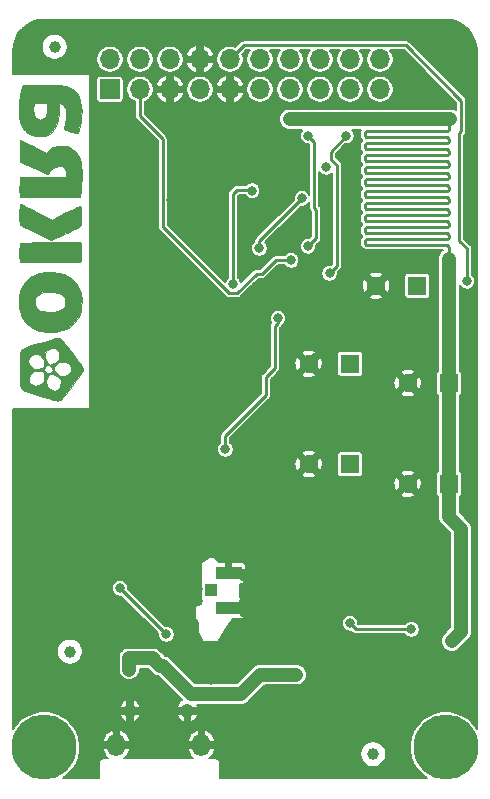
<source format=gbl>
G04 #@! TF.GenerationSoftware,KiCad,Pcbnew,(5.1.5)-3*
G04 #@! TF.CreationDate,2020-06-30T19:55:35+10:00*
G04 #@! TF.ProjectId,cicada-2g,63696361-6461-42d3-9267-2e6b69636164,0.1*
G04 #@! TF.SameCoordinates,PX7cee6c0PY3dfd240*
G04 #@! TF.FileFunction,Copper,L2,Bot*
G04 #@! TF.FilePolarity,Positive*
%FSLAX46Y46*%
G04 Gerber Fmt 4.6, Leading zero omitted, Abs format (unit mm)*
G04 Created by KiCad (PCBNEW (5.1.5)-3) date 2020-06-30 19:55:35*
%MOMM*%
%LPD*%
G04 APERTURE LIST*
%ADD10C,0.010000*%
%ADD11C,1.000000*%
%ADD12O,1.050000X1.250000*%
%ADD13O,1.524000X1.900000*%
%ADD14O,1.700000X1.700000*%
%ADD15R,1.700000X1.700000*%
%ADD16R,2.200000X1.050000*%
%ADD17R,1.000000X1.000000*%
%ADD18C,5.500000*%
%ADD19C,1.600000*%
%ADD20R,1.600000X1.600000*%
%ADD21C,0.800000*%
%ADD22C,0.250000*%
%ADD23C,1.200000*%
%ADD24C,0.200000*%
G04 APERTURE END LIST*
D10*
G36*
X-13760667Y-24809740D02*
G01*
X-13797443Y-24740853D01*
X-13876009Y-24619009D01*
X-13989257Y-24453774D01*
X-14130077Y-24254716D01*
X-14291361Y-24031400D01*
X-14465999Y-23793394D01*
X-14646884Y-23550265D01*
X-14826906Y-23311580D01*
X-14998958Y-23086905D01*
X-15155929Y-22885808D01*
X-15290711Y-22717855D01*
X-15396197Y-22592613D01*
X-15455523Y-22528811D01*
X-15537772Y-22451571D01*
X-15613489Y-22392836D01*
X-15692082Y-22353234D01*
X-15782960Y-22333394D01*
X-15895531Y-22333944D01*
X-16039204Y-22355513D01*
X-16223388Y-22398730D01*
X-16457489Y-22464223D01*
X-16750919Y-22552621D01*
X-17010289Y-22632688D01*
X-17431782Y-22763197D01*
X-17784196Y-22872602D01*
X-18074146Y-22963689D01*
X-18308248Y-23039244D01*
X-18493116Y-23102051D01*
X-18635367Y-23154897D01*
X-18741617Y-23200567D01*
X-18818479Y-23241847D01*
X-18872570Y-23281521D01*
X-18910505Y-23322377D01*
X-18938901Y-23367200D01*
X-18964371Y-23418774D01*
X-18986051Y-23464631D01*
X-19008022Y-23513667D01*
X-19025642Y-23566292D01*
X-19039390Y-23631409D01*
X-19049742Y-23717919D01*
X-19057178Y-23834723D01*
X-19062173Y-23990724D01*
X-19065207Y-24194821D01*
X-19066757Y-24455918D01*
X-19067300Y-24782916D01*
X-19067343Y-24979390D01*
X-19067132Y-25343294D01*
X-19066194Y-25636721D01*
X-19064039Y-25868566D01*
X-19060181Y-26047728D01*
X-19054131Y-26183103D01*
X-19045402Y-26283588D01*
X-19033506Y-26358080D01*
X-19017955Y-26415476D01*
X-18998261Y-26464672D01*
X-18984301Y-26493858D01*
X-18901503Y-26622922D01*
X-18787225Y-26725075D01*
X-18625732Y-26810954D01*
X-18401292Y-26891198D01*
X-18392687Y-26893855D01*
X-18287154Y-26926406D01*
X-18118374Y-26978568D01*
X-17898913Y-27046451D01*
X-17744997Y-27094087D01*
X-17744997Y-26369618D01*
X-17943944Y-26324027D01*
X-18116549Y-26205756D01*
X-18131044Y-26191085D01*
X-18247473Y-26020557D01*
X-18288067Y-25830075D01*
X-18252983Y-25617822D01*
X-18192480Y-25472875D01*
X-18055285Y-25275324D01*
X-17877724Y-25145501D01*
X-17665053Y-25084980D01*
X-17665053Y-24955439D01*
X-17818503Y-24948608D01*
X-17850306Y-24942297D01*
X-18002932Y-24868180D01*
X-18145468Y-24736861D01*
X-18261583Y-24570268D01*
X-18334951Y-24390328D01*
X-18352128Y-24268405D01*
X-18335246Y-24154344D01*
X-18293001Y-24029173D01*
X-18288575Y-24019576D01*
X-18171788Y-23857835D01*
X-18009649Y-23750957D01*
X-17816279Y-23701235D01*
X-17605798Y-23710962D01*
X-17392324Y-23782431D01*
X-17270916Y-23854326D01*
X-17141419Y-23986145D01*
X-17051305Y-24175796D01*
X-17004711Y-24374793D01*
X-16983751Y-24563181D01*
X-16996823Y-24694306D01*
X-17049175Y-24784877D01*
X-17146056Y-24851602D01*
X-17155997Y-24856463D01*
X-17299672Y-24905148D01*
X-17480733Y-24939546D01*
X-17665053Y-24955439D01*
X-17665053Y-25084980D01*
X-17661915Y-25084086D01*
X-17409974Y-25091760D01*
X-17182218Y-25148635D01*
X-16983781Y-25214907D01*
X-16985809Y-25552250D01*
X-16997653Y-25786597D01*
X-17034874Y-25960327D01*
X-17104881Y-26090138D01*
X-17215083Y-26192728D01*
X-17291580Y-26241347D01*
X-17525583Y-26342175D01*
X-17744997Y-26369618D01*
X-17744997Y-27094087D01*
X-17641341Y-27126168D01*
X-17358226Y-27213829D01*
X-17062136Y-27305546D01*
X-17030747Y-27315271D01*
X-16709768Y-27414338D01*
X-16455123Y-27491626D01*
X-16257482Y-27549347D01*
X-16111106Y-27588741D01*
X-16111106Y-26779034D01*
X-16312220Y-26753333D01*
X-16472354Y-26682799D01*
X-16660351Y-26531315D01*
X-16782492Y-26342149D01*
X-16835078Y-26126982D01*
X-16814409Y-25897496D01*
X-16765278Y-25757727D01*
X-16668884Y-25563226D01*
X-16641757Y-25524897D01*
X-16641757Y-25314125D01*
X-16759303Y-25301387D01*
X-16843941Y-25249860D01*
X-16901089Y-25185141D01*
X-16978521Y-25067875D01*
X-16996124Y-24969569D01*
X-16954800Y-24860700D01*
X-16913032Y-24794135D01*
X-16836437Y-24702043D01*
X-16747722Y-24659451D01*
X-16655274Y-24647088D01*
X-16533749Y-24648734D01*
X-16474947Y-24674280D01*
X-16474947Y-24591763D01*
X-16542497Y-24587107D01*
X-16602460Y-24540213D01*
X-16657452Y-24477814D01*
X-16757093Y-24341033D01*
X-16848716Y-24179959D01*
X-16920086Y-24019932D01*
X-16958965Y-23886294D01*
X-16962678Y-23845688D01*
X-16945693Y-23746907D01*
X-16903976Y-23622871D01*
X-16888695Y-23587719D01*
X-16762375Y-23386323D01*
X-16604336Y-23243129D01*
X-16426796Y-23160269D01*
X-16241972Y-23139877D01*
X-16062082Y-23184086D01*
X-15899345Y-23295030D01*
X-15811474Y-23399643D01*
X-15743443Y-23551208D01*
X-15710268Y-23737861D01*
X-15712476Y-23930922D01*
X-15750593Y-24101712D01*
X-15796957Y-24190043D01*
X-15940965Y-24336306D01*
X-16132193Y-24465424D01*
X-16338586Y-24556293D01*
X-16365452Y-24564363D01*
X-16474947Y-24591763D01*
X-16474947Y-24674280D01*
X-16449341Y-24685405D01*
X-16388679Y-24742180D01*
X-16304875Y-24880541D01*
X-16289647Y-25023747D01*
X-16335341Y-25154508D01*
X-16434307Y-25255532D01*
X-16578894Y-25309528D01*
X-16641757Y-25314125D01*
X-16641757Y-25524897D01*
X-16579982Y-25437609D01*
X-16483959Y-25373525D01*
X-16366203Y-25363623D01*
X-16212103Y-25400550D01*
X-16120023Y-25433092D01*
X-15887745Y-25554374D01*
X-15717220Y-25716472D01*
X-15612448Y-25910642D01*
X-15577429Y-26128141D01*
X-15616164Y-26360224D01*
X-15652814Y-26454321D01*
X-15768943Y-26626055D01*
X-15925860Y-26735450D01*
X-16111106Y-26779034D01*
X-16111106Y-27588741D01*
X-16107516Y-27589708D01*
X-15995894Y-27614921D01*
X-15913288Y-27627193D01*
X-15850367Y-27628734D01*
X-15797802Y-27621755D01*
X-15767480Y-27614430D01*
X-15635422Y-27558199D01*
X-15503664Y-27471280D01*
X-15473268Y-27444940D01*
X-15470115Y-27441570D01*
X-15470115Y-25579419D01*
X-15559157Y-25561356D01*
X-15636726Y-25533630D01*
X-15737909Y-25477738D01*
X-15858984Y-25386217D01*
X-15983322Y-25275117D01*
X-16094297Y-25160490D01*
X-16175278Y-25058387D01*
X-16209637Y-24984859D01*
X-16209875Y-24980388D01*
X-16189217Y-24922103D01*
X-16135917Y-24823646D01*
X-16083939Y-24740731D01*
X-15909971Y-24526289D01*
X-15722087Y-24388718D01*
X-15517696Y-24326327D01*
X-15442544Y-24321938D01*
X-15205665Y-24354323D01*
X-14998899Y-24445458D01*
X-14836076Y-24586314D01*
X-14731024Y-24767862D01*
X-14723031Y-24791717D01*
X-14708857Y-24962660D01*
X-14761700Y-25136524D01*
X-14871193Y-25298551D01*
X-15026970Y-25433982D01*
X-15218668Y-25528061D01*
X-15246265Y-25536653D01*
X-15377777Y-25571092D01*
X-15470115Y-25579419D01*
X-15470115Y-27441570D01*
X-15397048Y-27363474D01*
X-15285998Y-27231348D01*
X-15147056Y-27057939D01*
X-14987157Y-26852624D01*
X-14813238Y-26624778D01*
X-14632233Y-26383781D01*
X-14451080Y-26139007D01*
X-14276715Y-25899834D01*
X-14116073Y-25675639D01*
X-13976090Y-25475799D01*
X-13863703Y-25309690D01*
X-13785848Y-25186690D01*
X-13749461Y-25116175D01*
X-13748637Y-25113414D01*
X-13728806Y-24958868D01*
X-13760667Y-24809740D01*
G37*
X-13760667Y-24809740D02*
X-13797443Y-24740853D01*
X-13876009Y-24619009D01*
X-13989257Y-24453774D01*
X-14130077Y-24254716D01*
X-14291361Y-24031400D01*
X-14465999Y-23793394D01*
X-14646884Y-23550265D01*
X-14826906Y-23311580D01*
X-14998958Y-23086905D01*
X-15155929Y-22885808D01*
X-15290711Y-22717855D01*
X-15396197Y-22592613D01*
X-15455523Y-22528811D01*
X-15537772Y-22451571D01*
X-15613489Y-22392836D01*
X-15692082Y-22353234D01*
X-15782960Y-22333394D01*
X-15895531Y-22333944D01*
X-16039204Y-22355513D01*
X-16223388Y-22398730D01*
X-16457489Y-22464223D01*
X-16750919Y-22552621D01*
X-17010289Y-22632688D01*
X-17431782Y-22763197D01*
X-17784196Y-22872602D01*
X-18074146Y-22963689D01*
X-18308248Y-23039244D01*
X-18493116Y-23102051D01*
X-18635367Y-23154897D01*
X-18741617Y-23200567D01*
X-18818479Y-23241847D01*
X-18872570Y-23281521D01*
X-18910505Y-23322377D01*
X-18938901Y-23367200D01*
X-18964371Y-23418774D01*
X-18986051Y-23464631D01*
X-19008022Y-23513667D01*
X-19025642Y-23566292D01*
X-19039390Y-23631409D01*
X-19049742Y-23717919D01*
X-19057178Y-23834723D01*
X-19062173Y-23990724D01*
X-19065207Y-24194821D01*
X-19066757Y-24455918D01*
X-19067300Y-24782916D01*
X-19067343Y-24979390D01*
X-19067132Y-25343294D01*
X-19066194Y-25636721D01*
X-19064039Y-25868566D01*
X-19060181Y-26047728D01*
X-19054131Y-26183103D01*
X-19045402Y-26283588D01*
X-19033506Y-26358080D01*
X-19017955Y-26415476D01*
X-18998261Y-26464672D01*
X-18984301Y-26493858D01*
X-18901503Y-26622922D01*
X-18787225Y-26725075D01*
X-18625732Y-26810954D01*
X-18401292Y-26891198D01*
X-18392687Y-26893855D01*
X-18287154Y-26926406D01*
X-18118374Y-26978568D01*
X-17898913Y-27046451D01*
X-17744997Y-27094087D01*
X-17744997Y-26369618D01*
X-17943944Y-26324027D01*
X-18116549Y-26205756D01*
X-18131044Y-26191085D01*
X-18247473Y-26020557D01*
X-18288067Y-25830075D01*
X-18252983Y-25617822D01*
X-18192480Y-25472875D01*
X-18055285Y-25275324D01*
X-17877724Y-25145501D01*
X-17665053Y-25084980D01*
X-17665053Y-24955439D01*
X-17818503Y-24948608D01*
X-17850306Y-24942297D01*
X-18002932Y-24868180D01*
X-18145468Y-24736861D01*
X-18261583Y-24570268D01*
X-18334951Y-24390328D01*
X-18352128Y-24268405D01*
X-18335246Y-24154344D01*
X-18293001Y-24029173D01*
X-18288575Y-24019576D01*
X-18171788Y-23857835D01*
X-18009649Y-23750957D01*
X-17816279Y-23701235D01*
X-17605798Y-23710962D01*
X-17392324Y-23782431D01*
X-17270916Y-23854326D01*
X-17141419Y-23986145D01*
X-17051305Y-24175796D01*
X-17004711Y-24374793D01*
X-16983751Y-24563181D01*
X-16996823Y-24694306D01*
X-17049175Y-24784877D01*
X-17146056Y-24851602D01*
X-17155997Y-24856463D01*
X-17299672Y-24905148D01*
X-17480733Y-24939546D01*
X-17665053Y-24955439D01*
X-17665053Y-25084980D01*
X-17661915Y-25084086D01*
X-17409974Y-25091760D01*
X-17182218Y-25148635D01*
X-16983781Y-25214907D01*
X-16985809Y-25552250D01*
X-16997653Y-25786597D01*
X-17034874Y-25960327D01*
X-17104881Y-26090138D01*
X-17215083Y-26192728D01*
X-17291580Y-26241347D01*
X-17525583Y-26342175D01*
X-17744997Y-26369618D01*
X-17744997Y-27094087D01*
X-17641341Y-27126168D01*
X-17358226Y-27213829D01*
X-17062136Y-27305546D01*
X-17030747Y-27315271D01*
X-16709768Y-27414338D01*
X-16455123Y-27491626D01*
X-16257482Y-27549347D01*
X-16111106Y-27588741D01*
X-16111106Y-26779034D01*
X-16312220Y-26753333D01*
X-16472354Y-26682799D01*
X-16660351Y-26531315D01*
X-16782492Y-26342149D01*
X-16835078Y-26126982D01*
X-16814409Y-25897496D01*
X-16765278Y-25757727D01*
X-16668884Y-25563226D01*
X-16641757Y-25524897D01*
X-16641757Y-25314125D01*
X-16759303Y-25301387D01*
X-16843941Y-25249860D01*
X-16901089Y-25185141D01*
X-16978521Y-25067875D01*
X-16996124Y-24969569D01*
X-16954800Y-24860700D01*
X-16913032Y-24794135D01*
X-16836437Y-24702043D01*
X-16747722Y-24659451D01*
X-16655274Y-24647088D01*
X-16533749Y-24648734D01*
X-16474947Y-24674280D01*
X-16474947Y-24591763D01*
X-16542497Y-24587107D01*
X-16602460Y-24540213D01*
X-16657452Y-24477814D01*
X-16757093Y-24341033D01*
X-16848716Y-24179959D01*
X-16920086Y-24019932D01*
X-16958965Y-23886294D01*
X-16962678Y-23845688D01*
X-16945693Y-23746907D01*
X-16903976Y-23622871D01*
X-16888695Y-23587719D01*
X-16762375Y-23386323D01*
X-16604336Y-23243129D01*
X-16426796Y-23160269D01*
X-16241972Y-23139877D01*
X-16062082Y-23184086D01*
X-15899345Y-23295030D01*
X-15811474Y-23399643D01*
X-15743443Y-23551208D01*
X-15710268Y-23737861D01*
X-15712476Y-23930922D01*
X-15750593Y-24101712D01*
X-15796957Y-24190043D01*
X-15940965Y-24336306D01*
X-16132193Y-24465424D01*
X-16338586Y-24556293D01*
X-16365452Y-24564363D01*
X-16474947Y-24591763D01*
X-16474947Y-24674280D01*
X-16449341Y-24685405D01*
X-16388679Y-24742180D01*
X-16304875Y-24880541D01*
X-16289647Y-25023747D01*
X-16335341Y-25154508D01*
X-16434307Y-25255532D01*
X-16578894Y-25309528D01*
X-16641757Y-25314125D01*
X-16641757Y-25524897D01*
X-16579982Y-25437609D01*
X-16483959Y-25373525D01*
X-16366203Y-25363623D01*
X-16212103Y-25400550D01*
X-16120023Y-25433092D01*
X-15887745Y-25554374D01*
X-15717220Y-25716472D01*
X-15612448Y-25910642D01*
X-15577429Y-26128141D01*
X-15616164Y-26360224D01*
X-15652814Y-26454321D01*
X-15768943Y-26626055D01*
X-15925860Y-26735450D01*
X-16111106Y-26779034D01*
X-16111106Y-27588741D01*
X-16107516Y-27589708D01*
X-15995894Y-27614921D01*
X-15913288Y-27627193D01*
X-15850367Y-27628734D01*
X-15797802Y-27621755D01*
X-15767480Y-27614430D01*
X-15635422Y-27558199D01*
X-15503664Y-27471280D01*
X-15473268Y-27444940D01*
X-15470115Y-27441570D01*
X-15470115Y-25579419D01*
X-15559157Y-25561356D01*
X-15636726Y-25533630D01*
X-15737909Y-25477738D01*
X-15858984Y-25386217D01*
X-15983322Y-25275117D01*
X-16094297Y-25160490D01*
X-16175278Y-25058387D01*
X-16209637Y-24984859D01*
X-16209875Y-24980388D01*
X-16189217Y-24922103D01*
X-16135917Y-24823646D01*
X-16083939Y-24740731D01*
X-15909971Y-24526289D01*
X-15722087Y-24388718D01*
X-15517696Y-24326327D01*
X-15442544Y-24321938D01*
X-15205665Y-24354323D01*
X-14998899Y-24445458D01*
X-14836076Y-24586314D01*
X-14731024Y-24767862D01*
X-14723031Y-24791717D01*
X-14708857Y-24962660D01*
X-14761700Y-25136524D01*
X-14871193Y-25298551D01*
X-15026970Y-25433982D01*
X-15218668Y-25528061D01*
X-15246265Y-25536653D01*
X-15377777Y-25571092D01*
X-15470115Y-25579419D01*
X-15470115Y-27441570D01*
X-15397048Y-27363474D01*
X-15285998Y-27231348D01*
X-15147056Y-27057939D01*
X-14987157Y-26852624D01*
X-14813238Y-26624778D01*
X-14632233Y-26383781D01*
X-14451080Y-26139007D01*
X-14276715Y-25899834D01*
X-14116073Y-25675639D01*
X-13976090Y-25475799D01*
X-13863703Y-25309690D01*
X-13785848Y-25186690D01*
X-13749461Y-25116175D01*
X-13748637Y-25113414D01*
X-13728806Y-24958868D01*
X-13760667Y-24809740D01*
G36*
X-13835017Y-8142424D02*
G01*
X-13851518Y-7848721D01*
X-13878001Y-7611865D01*
X-13890271Y-7542374D01*
X-13998512Y-7156814D01*
X-14156055Y-6819681D01*
X-14358598Y-6537273D01*
X-14601842Y-6315887D01*
X-14813013Y-6191505D01*
X-14915388Y-6146540D01*
X-15008143Y-6116411D01*
X-15111224Y-6098190D01*
X-15244575Y-6088952D01*
X-15428142Y-6085769D01*
X-15535187Y-6085532D01*
X-15748543Y-6086902D01*
X-15902506Y-6092971D01*
X-16017039Y-6106675D01*
X-16112104Y-6130950D01*
X-16207664Y-6168734D01*
X-16258216Y-6191896D01*
X-16415758Y-6280934D01*
X-16582088Y-6398050D01*
X-16680822Y-6481287D01*
X-16876492Y-6664314D01*
X-17942167Y-6108164D01*
X-19007843Y-5552015D01*
X-19040909Y-5660023D01*
X-19054055Y-5743832D01*
X-19064626Y-5889954D01*
X-19072468Y-6081366D01*
X-19077425Y-6301045D01*
X-19079344Y-6531964D01*
X-19078070Y-6757102D01*
X-19073447Y-6959433D01*
X-19065322Y-7121934D01*
X-19055073Y-7218944D01*
X-19025104Y-7399856D01*
X-17889142Y-7933319D01*
X-17610087Y-8064311D01*
X-17354120Y-8184360D01*
X-17130077Y-8289329D01*
X-16946797Y-8375081D01*
X-16813117Y-8437480D01*
X-16737877Y-8472388D01*
X-16724809Y-8478292D01*
X-16689965Y-8454074D01*
X-16629140Y-8379518D01*
X-16573847Y-8298762D01*
X-16400260Y-8067175D01*
X-16217884Y-7907448D01*
X-16014527Y-7812138D01*
X-15777996Y-7773804D01*
X-15711257Y-7772250D01*
X-15486147Y-7798099D01*
X-15317342Y-7877587D01*
X-15202130Y-8013626D01*
X-15137798Y-8209128D01*
X-15121186Y-8405726D01*
X-15118468Y-8665219D01*
X-17068546Y-8675512D01*
X-19018624Y-8685806D01*
X-19044589Y-8774731D01*
X-19055398Y-8847102D01*
X-19066110Y-8978925D01*
X-19076062Y-9151547D01*
X-19084588Y-9346314D01*
X-19091024Y-9544574D01*
X-19094705Y-9727672D01*
X-19094967Y-9876956D01*
X-19091146Y-9973772D01*
X-19088050Y-9994750D01*
X-19071637Y-10072212D01*
X-19051417Y-10184724D01*
X-19048375Y-10203110D01*
X-19024090Y-10351938D01*
X-13954664Y-10351938D01*
X-13931689Y-10203110D01*
X-13893527Y-9904069D01*
X-13863852Y-9565949D01*
X-13842915Y-9204736D01*
X-13830965Y-8836419D01*
X-13828249Y-8476986D01*
X-13835017Y-8142424D01*
G37*
X-13835017Y-8142424D02*
X-13851518Y-7848721D01*
X-13878001Y-7611865D01*
X-13890271Y-7542374D01*
X-13998512Y-7156814D01*
X-14156055Y-6819681D01*
X-14358598Y-6537273D01*
X-14601842Y-6315887D01*
X-14813013Y-6191505D01*
X-14915388Y-6146540D01*
X-15008143Y-6116411D01*
X-15111224Y-6098190D01*
X-15244575Y-6088952D01*
X-15428142Y-6085769D01*
X-15535187Y-6085532D01*
X-15748543Y-6086902D01*
X-15902506Y-6092971D01*
X-16017039Y-6106675D01*
X-16112104Y-6130950D01*
X-16207664Y-6168734D01*
X-16258216Y-6191896D01*
X-16415758Y-6280934D01*
X-16582088Y-6398050D01*
X-16680822Y-6481287D01*
X-16876492Y-6664314D01*
X-17942167Y-6108164D01*
X-19007843Y-5552015D01*
X-19040909Y-5660023D01*
X-19054055Y-5743832D01*
X-19064626Y-5889954D01*
X-19072468Y-6081366D01*
X-19077425Y-6301045D01*
X-19079344Y-6531964D01*
X-19078070Y-6757102D01*
X-19073447Y-6959433D01*
X-19065322Y-7121934D01*
X-19055073Y-7218944D01*
X-19025104Y-7399856D01*
X-17889142Y-7933319D01*
X-17610087Y-8064311D01*
X-17354120Y-8184360D01*
X-17130077Y-8289329D01*
X-16946797Y-8375081D01*
X-16813117Y-8437480D01*
X-16737877Y-8472388D01*
X-16724809Y-8478292D01*
X-16689965Y-8454074D01*
X-16629140Y-8379518D01*
X-16573847Y-8298762D01*
X-16400260Y-8067175D01*
X-16217884Y-7907448D01*
X-16014527Y-7812138D01*
X-15777996Y-7773804D01*
X-15711257Y-7772250D01*
X-15486147Y-7798099D01*
X-15317342Y-7877587D01*
X-15202130Y-8013626D01*
X-15137798Y-8209128D01*
X-15121186Y-8405726D01*
X-15118468Y-8665219D01*
X-17068546Y-8675512D01*
X-19018624Y-8685806D01*
X-19044589Y-8774731D01*
X-19055398Y-8847102D01*
X-19066110Y-8978925D01*
X-19076062Y-9151547D01*
X-19084588Y-9346314D01*
X-19091024Y-9544574D01*
X-19094705Y-9727672D01*
X-19094967Y-9876956D01*
X-19091146Y-9973772D01*
X-19088050Y-9994750D01*
X-19071637Y-10072212D01*
X-19051417Y-10184724D01*
X-19048375Y-10203110D01*
X-19024090Y-10351938D01*
X-13954664Y-10351938D01*
X-13931689Y-10203110D01*
X-13893527Y-9904069D01*
X-13863852Y-9565949D01*
X-13842915Y-9204736D01*
X-13830965Y-8836419D01*
X-13828249Y-8476986D01*
X-13835017Y-8142424D01*
G36*
X-13887743Y-11796595D02*
G01*
X-13892119Y-11581360D01*
X-13899978Y-11393670D01*
X-13911321Y-11248413D01*
X-13926148Y-11160476D01*
X-13934436Y-11143064D01*
X-13964844Y-11138553D01*
X-14030337Y-11156199D01*
X-14136508Y-11198580D01*
X-14288951Y-11268272D01*
X-14493259Y-11367851D01*
X-14755025Y-11499896D01*
X-15079844Y-11666982D01*
X-15144905Y-11700700D01*
X-16309093Y-12304617D01*
X-17666636Y-11626886D01*
X-18049688Y-11436828D01*
X-18365846Y-11282612D01*
X-18618291Y-11162795D01*
X-18810201Y-11075933D01*
X-18944756Y-11020583D01*
X-19025135Y-10995302D01*
X-19053903Y-10997249D01*
X-19065654Y-11054749D01*
X-19075581Y-11176159D01*
X-19083515Y-11346031D01*
X-19089286Y-11548916D01*
X-19092724Y-11769367D01*
X-19093660Y-11991935D01*
X-19091923Y-12201173D01*
X-19087344Y-12381632D01*
X-19079752Y-12517865D01*
X-19071360Y-12584798D01*
X-19047390Y-12684449D01*
X-19027303Y-12744022D01*
X-19023941Y-12749070D01*
X-18980541Y-12774395D01*
X-18876065Y-12829249D01*
X-18720278Y-12908818D01*
X-18522944Y-13008289D01*
X-18293827Y-13122847D01*
X-18042691Y-13247680D01*
X-17779301Y-13377974D01*
X-17513421Y-13508913D01*
X-17254815Y-13635686D01*
X-17013247Y-13753478D01*
X-16798482Y-13857475D01*
X-16620284Y-13942864D01*
X-16488416Y-14004830D01*
X-16412644Y-14038561D01*
X-16398631Y-14043344D01*
X-16341390Y-14026391D01*
X-16224649Y-13978455D01*
X-16058714Y-13904600D01*
X-15853894Y-13809888D01*
X-15620494Y-13699385D01*
X-15368821Y-13578152D01*
X-15109182Y-13451254D01*
X-14851885Y-13323755D01*
X-14607235Y-13200717D01*
X-14385540Y-13087204D01*
X-14197106Y-12988281D01*
X-14052240Y-12909010D01*
X-13961250Y-12854455D01*
X-13934554Y-12832790D01*
X-13918059Y-12764909D01*
X-13905039Y-12635252D01*
X-13895496Y-12458704D01*
X-13889432Y-12250154D01*
X-13886847Y-12024489D01*
X-13887743Y-11796595D01*
G37*
X-13887743Y-11796595D02*
X-13892119Y-11581360D01*
X-13899978Y-11393670D01*
X-13911321Y-11248413D01*
X-13926148Y-11160476D01*
X-13934436Y-11143064D01*
X-13964844Y-11138553D01*
X-14030337Y-11156199D01*
X-14136508Y-11198580D01*
X-14288951Y-11268272D01*
X-14493259Y-11367851D01*
X-14755025Y-11499896D01*
X-15079844Y-11666982D01*
X-15144905Y-11700700D01*
X-16309093Y-12304617D01*
X-17666636Y-11626886D01*
X-18049688Y-11436828D01*
X-18365846Y-11282612D01*
X-18618291Y-11162795D01*
X-18810201Y-11075933D01*
X-18944756Y-11020583D01*
X-19025135Y-10995302D01*
X-19053903Y-10997249D01*
X-19065654Y-11054749D01*
X-19075581Y-11176159D01*
X-19083515Y-11346031D01*
X-19089286Y-11548916D01*
X-19092724Y-11769367D01*
X-19093660Y-11991935D01*
X-19091923Y-12201173D01*
X-19087344Y-12381632D01*
X-19079752Y-12517865D01*
X-19071360Y-12584798D01*
X-19047390Y-12684449D01*
X-19027303Y-12744022D01*
X-19023941Y-12749070D01*
X-18980541Y-12774395D01*
X-18876065Y-12829249D01*
X-18720278Y-12908818D01*
X-18522944Y-13008289D01*
X-18293827Y-13122847D01*
X-18042691Y-13247680D01*
X-17779301Y-13377974D01*
X-17513421Y-13508913D01*
X-17254815Y-13635686D01*
X-17013247Y-13753478D01*
X-16798482Y-13857475D01*
X-16620284Y-13942864D01*
X-16488416Y-14004830D01*
X-16412644Y-14038561D01*
X-16398631Y-14043344D01*
X-16341390Y-14026391D01*
X-16224649Y-13978455D01*
X-16058714Y-13904600D01*
X-15853894Y-13809888D01*
X-15620494Y-13699385D01*
X-15368821Y-13578152D01*
X-15109182Y-13451254D01*
X-14851885Y-13323755D01*
X-14607235Y-13200717D01*
X-14385540Y-13087204D01*
X-14197106Y-12988281D01*
X-14052240Y-12909010D01*
X-13961250Y-12854455D01*
X-13934554Y-12832790D01*
X-13918059Y-12764909D01*
X-13905039Y-12635252D01*
X-13895496Y-12458704D01*
X-13889432Y-12250154D01*
X-13886847Y-12024489D01*
X-13887743Y-11796595D01*
G36*
X-13889956Y-14861263D02*
G01*
X-13894277Y-14658353D01*
X-13902053Y-14490657D01*
X-13913300Y-14376595D01*
X-13918678Y-14350454D01*
X-13949199Y-14241313D01*
X-16486101Y-14241313D01*
X-17029362Y-14241680D01*
X-17497528Y-14242833D01*
X-17894876Y-14244851D01*
X-18225685Y-14247813D01*
X-18494230Y-14251797D01*
X-18704789Y-14256882D01*
X-18861640Y-14263147D01*
X-18969060Y-14270670D01*
X-19031325Y-14279530D01*
X-19052181Y-14288525D01*
X-19062712Y-14342918D01*
X-19072443Y-14460037D01*
X-19080988Y-14623235D01*
X-19087965Y-14815865D01*
X-19092990Y-15021280D01*
X-19095678Y-15222831D01*
X-19095646Y-15403872D01*
X-19092510Y-15547755D01*
X-19085885Y-15637833D01*
X-19083585Y-15650219D01*
X-19058808Y-15757073D01*
X-19045229Y-15818891D01*
X-19026175Y-15908188D01*
X-13951284Y-15908188D01*
X-13919720Y-15759360D01*
X-13906964Y-15656666D01*
X-13897595Y-15497090D01*
X-13891629Y-15299051D01*
X-13889078Y-15080969D01*
X-13889956Y-14861263D01*
G37*
X-13889956Y-14861263D02*
X-13894277Y-14658353D01*
X-13902053Y-14490657D01*
X-13913300Y-14376595D01*
X-13918678Y-14350454D01*
X-13949199Y-14241313D01*
X-16486101Y-14241313D01*
X-17029362Y-14241680D01*
X-17497528Y-14242833D01*
X-17894876Y-14244851D01*
X-18225685Y-14247813D01*
X-18494230Y-14251797D01*
X-18704789Y-14256882D01*
X-18861640Y-14263147D01*
X-18969060Y-14270670D01*
X-19031325Y-14279530D01*
X-19052181Y-14288525D01*
X-19062712Y-14342918D01*
X-19072443Y-14460037D01*
X-19080988Y-14623235D01*
X-19087965Y-14815865D01*
X-19092990Y-15021280D01*
X-19095678Y-15222831D01*
X-19095646Y-15403872D01*
X-19092510Y-15547755D01*
X-19085885Y-15637833D01*
X-19083585Y-15650219D01*
X-19058808Y-15757073D01*
X-19045229Y-15818891D01*
X-19026175Y-15908188D01*
X-13951284Y-15908188D01*
X-13919720Y-15759360D01*
X-13906964Y-15656666D01*
X-13897595Y-15497090D01*
X-13891629Y-15299051D01*
X-13889078Y-15080969D01*
X-13889956Y-14861263D01*
G36*
X-13853166Y-2681053D02*
G01*
X-13928055Y-2272155D01*
X-14055183Y-1920100D01*
X-14236446Y-1621872D01*
X-14473735Y-1374458D01*
X-14768946Y-1174844D01*
X-15123972Y-1020014D01*
X-15178000Y-1001920D01*
X-15239281Y-984448D01*
X-15310857Y-969862D01*
X-15400569Y-957811D01*
X-15516261Y-947946D01*
X-15665774Y-939916D01*
X-15856952Y-933371D01*
X-16097636Y-927961D01*
X-16395670Y-923335D01*
X-16758894Y-919144D01*
X-17105606Y-915832D01*
X-18814931Y-900458D01*
X-18864284Y-1065184D01*
X-18892454Y-1170842D01*
X-18931029Y-1331145D01*
X-18974588Y-1522955D01*
X-19011422Y-1693189D01*
X-19056327Y-1954138D01*
X-19092043Y-2257203D01*
X-19117548Y-2581418D01*
X-19131819Y-2905818D01*
X-19133836Y-3209436D01*
X-19122577Y-3471308D01*
X-19105498Y-3623362D01*
X-19022857Y-4016041D01*
X-18907396Y-4343902D01*
X-18754958Y-4616144D01*
X-18561387Y-4841967D01*
X-18550247Y-4852492D01*
X-18301395Y-5046437D01*
X-18031060Y-5177747D01*
X-17726795Y-5250451D01*
X-17376151Y-5268580D01*
X-17331542Y-5266926D01*
X-17331542Y-3841162D01*
X-17502591Y-3821159D01*
X-17660533Y-3739637D01*
X-17791613Y-3598069D01*
X-17878507Y-3410056D01*
X-17897817Y-3303601D01*
X-17909369Y-3152235D01*
X-17913441Y-2977470D01*
X-17910312Y-2800815D01*
X-17900262Y-2643781D01*
X-17883569Y-2527877D01*
X-17866441Y-2480298D01*
X-17836742Y-2452091D01*
X-17787447Y-2433487D01*
X-17704836Y-2423097D01*
X-17575190Y-2419533D01*
X-17384790Y-2421410D01*
X-17300894Y-2423103D01*
X-16785343Y-2434282D01*
X-16786380Y-2890688D01*
X-16788807Y-3098329D01*
X-16796882Y-3246314D01*
X-16813458Y-3354314D01*
X-16841389Y-3442001D01*
X-16877278Y-3517323D01*
X-17005133Y-3690717D01*
X-17161139Y-3798172D01*
X-17331542Y-3841162D01*
X-17331542Y-5266926D01*
X-17276360Y-5264878D01*
X-16939254Y-5217491D01*
X-16650988Y-5111465D01*
X-16403377Y-4943372D01*
X-16320100Y-4864426D01*
X-16139024Y-4647006D01*
X-15996101Y-4402065D01*
X-15888078Y-4119404D01*
X-15811700Y-3788824D01*
X-15763716Y-3400128D01*
X-15744227Y-3059360D01*
X-15722999Y-2454125D01*
X-15624424Y-2454125D01*
X-15519300Y-2488010D01*
X-15403268Y-2577091D01*
X-15293986Y-2702507D01*
X-15209113Y-2845397D01*
X-15177212Y-2931814D01*
X-15152196Y-3093240D01*
X-15144129Y-3329021D01*
X-15150682Y-3585219D01*
X-15168079Y-3857913D01*
X-15196108Y-4083685D01*
X-15240237Y-4294823D01*
X-15305933Y-4523611D01*
X-15313791Y-4548367D01*
X-15321645Y-4599324D01*
X-15298017Y-4641569D01*
X-15229231Y-4687861D01*
X-15101610Y-4750957D01*
X-15091607Y-4755638D01*
X-14910370Y-4825805D01*
X-14703249Y-4885082D01*
X-14562843Y-4912876D01*
X-14371739Y-4940180D01*
X-14243535Y-4951116D01*
X-14162194Y-4937636D01*
X-14111679Y-4891693D01*
X-14075952Y-4805237D01*
X-14038976Y-4670222D01*
X-14032753Y-4646860D01*
X-13906269Y-4074489D01*
X-13840577Y-3519483D01*
X-13828624Y-3149807D01*
X-13853166Y-2681053D01*
G37*
X-13853166Y-2681053D02*
X-13928055Y-2272155D01*
X-14055183Y-1920100D01*
X-14236446Y-1621872D01*
X-14473735Y-1374458D01*
X-14768946Y-1174844D01*
X-15123972Y-1020014D01*
X-15178000Y-1001920D01*
X-15239281Y-984448D01*
X-15310857Y-969862D01*
X-15400569Y-957811D01*
X-15516261Y-947946D01*
X-15665774Y-939916D01*
X-15856952Y-933371D01*
X-16097636Y-927961D01*
X-16395670Y-923335D01*
X-16758894Y-919144D01*
X-17105606Y-915832D01*
X-18814931Y-900458D01*
X-18864284Y-1065184D01*
X-18892454Y-1170842D01*
X-18931029Y-1331145D01*
X-18974588Y-1522955D01*
X-19011422Y-1693189D01*
X-19056327Y-1954138D01*
X-19092043Y-2257203D01*
X-19117548Y-2581418D01*
X-19131819Y-2905818D01*
X-19133836Y-3209436D01*
X-19122577Y-3471308D01*
X-19105498Y-3623362D01*
X-19022857Y-4016041D01*
X-18907396Y-4343902D01*
X-18754958Y-4616144D01*
X-18561387Y-4841967D01*
X-18550247Y-4852492D01*
X-18301395Y-5046437D01*
X-18031060Y-5177747D01*
X-17726795Y-5250451D01*
X-17376151Y-5268580D01*
X-17331542Y-5266926D01*
X-17331542Y-3841162D01*
X-17502591Y-3821159D01*
X-17660533Y-3739637D01*
X-17791613Y-3598069D01*
X-17878507Y-3410056D01*
X-17897817Y-3303601D01*
X-17909369Y-3152235D01*
X-17913441Y-2977470D01*
X-17910312Y-2800815D01*
X-17900262Y-2643781D01*
X-17883569Y-2527877D01*
X-17866441Y-2480298D01*
X-17836742Y-2452091D01*
X-17787447Y-2433487D01*
X-17704836Y-2423097D01*
X-17575190Y-2419533D01*
X-17384790Y-2421410D01*
X-17300894Y-2423103D01*
X-16785343Y-2434282D01*
X-16786380Y-2890688D01*
X-16788807Y-3098329D01*
X-16796882Y-3246314D01*
X-16813458Y-3354314D01*
X-16841389Y-3442001D01*
X-16877278Y-3517323D01*
X-17005133Y-3690717D01*
X-17161139Y-3798172D01*
X-17331542Y-3841162D01*
X-17331542Y-5266926D01*
X-17276360Y-5264878D01*
X-16939254Y-5217491D01*
X-16650988Y-5111465D01*
X-16403377Y-4943372D01*
X-16320100Y-4864426D01*
X-16139024Y-4647006D01*
X-15996101Y-4402065D01*
X-15888078Y-4119404D01*
X-15811700Y-3788824D01*
X-15763716Y-3400128D01*
X-15744227Y-3059360D01*
X-15722999Y-2454125D01*
X-15624424Y-2454125D01*
X-15519300Y-2488010D01*
X-15403268Y-2577091D01*
X-15293986Y-2702507D01*
X-15209113Y-2845397D01*
X-15177212Y-2931814D01*
X-15152196Y-3093240D01*
X-15144129Y-3329021D01*
X-15150682Y-3585219D01*
X-15168079Y-3857913D01*
X-15196108Y-4083685D01*
X-15240237Y-4294823D01*
X-15305933Y-4523611D01*
X-15313791Y-4548367D01*
X-15321645Y-4599324D01*
X-15298017Y-4641569D01*
X-15229231Y-4687861D01*
X-15101610Y-4750957D01*
X-15091607Y-4755638D01*
X-14910370Y-4825805D01*
X-14703249Y-4885082D01*
X-14562843Y-4912876D01*
X-14371739Y-4940180D01*
X-14243535Y-4951116D01*
X-14162194Y-4937636D01*
X-14111679Y-4891693D01*
X-14075952Y-4805237D01*
X-14038976Y-4670222D01*
X-14032753Y-4646860D01*
X-13906269Y-4074489D01*
X-13840577Y-3519483D01*
X-13828624Y-3149807D01*
X-13853166Y-2681053D01*
G36*
X-13836580Y-18980604D02*
G01*
X-13854745Y-18736574D01*
X-13885044Y-18551393D01*
X-14016120Y-18151408D01*
X-14209616Y-17791295D01*
X-14459791Y-17478509D01*
X-14760901Y-17220506D01*
X-15034793Y-17058465D01*
X-15264521Y-16952103D01*
X-15469954Y-16873911D01*
X-15671080Y-16819869D01*
X-15887888Y-16785959D01*
X-16140368Y-16768164D01*
X-16448509Y-16762465D01*
X-16507531Y-16762410D01*
X-16786767Y-16765157D01*
X-17003481Y-16773735D01*
X-17174399Y-16789501D01*
X-17316249Y-16813809D01*
X-17400500Y-16834752D01*
X-17812732Y-16985345D01*
X-18176850Y-17192518D01*
X-18487436Y-17452025D01*
X-18739074Y-17759617D01*
X-18870515Y-17987481D01*
X-18953395Y-18175195D01*
X-19028271Y-18378844D01*
X-19081049Y-18559429D01*
X-19087244Y-18587094D01*
X-19119778Y-18811814D01*
X-19137390Y-19084561D01*
X-19140122Y-19376874D01*
X-19128020Y-19660288D01*
X-19101124Y-19906343D01*
X-19085115Y-19993142D01*
X-18959070Y-20395745D01*
X-18766784Y-20757927D01*
X-18513026Y-21074741D01*
X-18202562Y-21341237D01*
X-17840160Y-21552466D01*
X-17439905Y-21700888D01*
X-17176264Y-21756902D01*
X-16865483Y-21794941D01*
X-16538127Y-21813234D01*
X-16514178Y-21812988D01*
X-16514178Y-20147694D01*
X-16714648Y-20137939D01*
X-17058851Y-20087404D01*
X-17333287Y-20003035D01*
X-17541111Y-19882343D01*
X-17685478Y-19722842D01*
X-17769546Y-19522043D01*
X-17796463Y-19285112D01*
X-17788014Y-19110585D01*
X-17755667Y-18977548D01*
X-17701127Y-18866396D01*
X-17559635Y-18701107D01*
X-17352820Y-18569844D01*
X-17088407Y-18475569D01*
X-16774117Y-18421245D01*
X-16507531Y-18408500D01*
X-16159101Y-18430788D01*
X-15852948Y-18495586D01*
X-15597482Y-18599797D01*
X-15401112Y-18740324D01*
X-15308916Y-18850017D01*
X-15247503Y-18956983D01*
X-15214702Y-19062604D01*
X-15202379Y-19199530D01*
X-15201345Y-19281625D01*
X-15207111Y-19444442D01*
X-15229715Y-19560740D01*
X-15277118Y-19662878D01*
X-15306711Y-19709901D01*
X-15448884Y-19858626D01*
X-15653941Y-19980788D01*
X-15908658Y-20072367D01*
X-16199811Y-20129342D01*
X-16514178Y-20147694D01*
X-16514178Y-21812988D01*
X-16224759Y-21810007D01*
X-15971750Y-21786001D01*
X-15504612Y-21684845D01*
X-15097383Y-21532970D01*
X-14747007Y-21327987D01*
X-14450426Y-21067503D01*
X-14204582Y-20749130D01*
X-14006419Y-20370474D01*
X-13937552Y-20195330D01*
X-13894060Y-20024330D01*
X-13861534Y-19795990D01*
X-13840657Y-19531678D01*
X-13832111Y-19252761D01*
X-13836580Y-18980604D01*
G37*
X-13836580Y-18980604D02*
X-13854745Y-18736574D01*
X-13885044Y-18551393D01*
X-14016120Y-18151408D01*
X-14209616Y-17791295D01*
X-14459791Y-17478509D01*
X-14760901Y-17220506D01*
X-15034793Y-17058465D01*
X-15264521Y-16952103D01*
X-15469954Y-16873911D01*
X-15671080Y-16819869D01*
X-15887888Y-16785959D01*
X-16140368Y-16768164D01*
X-16448509Y-16762465D01*
X-16507531Y-16762410D01*
X-16786767Y-16765157D01*
X-17003481Y-16773735D01*
X-17174399Y-16789501D01*
X-17316249Y-16813809D01*
X-17400500Y-16834752D01*
X-17812732Y-16985345D01*
X-18176850Y-17192518D01*
X-18487436Y-17452025D01*
X-18739074Y-17759617D01*
X-18870515Y-17987481D01*
X-18953395Y-18175195D01*
X-19028271Y-18378844D01*
X-19081049Y-18559429D01*
X-19087244Y-18587094D01*
X-19119778Y-18811814D01*
X-19137390Y-19084561D01*
X-19140122Y-19376874D01*
X-19128020Y-19660288D01*
X-19101124Y-19906343D01*
X-19085115Y-19993142D01*
X-18959070Y-20395745D01*
X-18766784Y-20757927D01*
X-18513026Y-21074741D01*
X-18202562Y-21341237D01*
X-17840160Y-21552466D01*
X-17439905Y-21700888D01*
X-17176264Y-21756902D01*
X-16865483Y-21794941D01*
X-16538127Y-21813234D01*
X-16514178Y-21812988D01*
X-16514178Y-20147694D01*
X-16714648Y-20137939D01*
X-17058851Y-20087404D01*
X-17333287Y-20003035D01*
X-17541111Y-19882343D01*
X-17685478Y-19722842D01*
X-17769546Y-19522043D01*
X-17796463Y-19285112D01*
X-17788014Y-19110585D01*
X-17755667Y-18977548D01*
X-17701127Y-18866396D01*
X-17559635Y-18701107D01*
X-17352820Y-18569844D01*
X-17088407Y-18475569D01*
X-16774117Y-18421245D01*
X-16507531Y-18408500D01*
X-16159101Y-18430788D01*
X-15852948Y-18495586D01*
X-15597482Y-18599797D01*
X-15401112Y-18740324D01*
X-15308916Y-18850017D01*
X-15247503Y-18956983D01*
X-15214702Y-19062604D01*
X-15202379Y-19199530D01*
X-15201345Y-19281625D01*
X-15207111Y-19444442D01*
X-15229715Y-19560740D01*
X-15277118Y-19662878D01*
X-15306711Y-19709901D01*
X-15448884Y-19858626D01*
X-15653941Y-19980788D01*
X-15908658Y-20072367D01*
X-16199811Y-20129342D01*
X-16514178Y-20147694D01*
X-16514178Y-21812988D01*
X-16224759Y-21810007D01*
X-15971750Y-21786001D01*
X-15504612Y-21684845D01*
X-15097383Y-21532970D01*
X-14747007Y-21327987D01*
X-14450426Y-21067503D01*
X-14204582Y-20749130D01*
X-14006419Y-20370474D01*
X-13937552Y-20195330D01*
X-13894060Y-20024330D01*
X-13861534Y-19795990D01*
X-13840657Y-19531678D01*
X-13832111Y-19252761D01*
X-13836580Y-18980604D01*
D11*
X10850000Y-57560000D03*
X-14820000Y-48880000D03*
X-16120000Y2320000D03*
D12*
X-4875000Y-53900000D03*
X-9725000Y-53900000D03*
D13*
X-3700000Y-56800000D03*
X-10900000Y-56800000D03*
D14*
X11430000Y1270000D03*
X11430000Y-1270000D03*
X8890000Y1270000D03*
X8890000Y-1270000D03*
X6350000Y1270000D03*
X6350000Y-1270000D03*
X3810000Y1270000D03*
X3810000Y-1270000D03*
X1270000Y1270000D03*
X1270000Y-1270000D03*
X-1270000Y1270000D03*
X-1270000Y-1270000D03*
X-3810000Y1270000D03*
X-3810000Y-1270000D03*
X-6350000Y1270000D03*
X-6350000Y-1270000D03*
X-8890000Y1270000D03*
X-8890000Y-1270000D03*
X-11430000Y1270000D03*
D15*
X-11430000Y-1270000D03*
D16*
X-1390000Y-45165000D03*
X-1390000Y-42215000D03*
D17*
X110000Y-43690000D03*
X-2890000Y-43690000D03*
D18*
X17000000Y-57000000D03*
X-17000000Y-57000000D03*
D19*
X13772000Y-34671000D03*
D20*
X17272000Y-34671000D03*
D19*
X13772000Y-26162000D03*
D20*
X17272000Y-26162000D03*
D19*
X5390000Y-33020000D03*
D20*
X8890000Y-33020000D03*
D19*
X11105000Y-17907000D03*
D20*
X14605000Y-17907000D03*
D19*
X5390000Y-24511000D03*
D20*
X8890000Y-24511000D03*
D21*
X-50000Y-43600000D03*
X-1000000Y-42200000D03*
X14872982Y-43071179D03*
X-7600000Y-52199984D03*
X-5075000Y-43600000D03*
X-4000000Y-44600000D03*
X-5000000Y-44600000D03*
X-5700000Y-45300000D03*
X-5500000Y-46300000D03*
X-4400000Y-46800000D03*
X-4400000Y-50300000D03*
X-1400000Y-50300000D03*
X-300000Y-48500000D03*
X-300000Y-47500000D03*
X-1000000Y-46600000D03*
X-100000Y-45600000D03*
X-100000Y-44600000D03*
X-100000Y-42600000D03*
X-4000000Y-43600000D03*
X13650000Y-43070000D03*
X9240000Y-43720000D03*
X9240000Y-44720000D03*
X14900000Y-40440000D03*
X16000000Y-43040000D03*
X14970000Y-45974000D03*
X16250000Y-45710000D03*
X2810000Y-35480000D03*
X3880000Y-35470000D03*
X-460000Y-36450000D03*
X-500000Y-35240000D03*
X-3930000Y-51230000D03*
X-1840000Y-51230000D03*
X-5630000Y-48510000D03*
X-5620000Y-49520000D03*
X-5570000Y-47290000D03*
X5200000Y-12100000D03*
X6604000Y-10464800D03*
X-16600000Y-29100000D03*
X-18200000Y-30000000D03*
X-18200000Y-29000000D03*
X-18200000Y-31000000D03*
X-18300000Y-36600000D03*
X-14900000Y-36600000D03*
X-18300000Y-38800000D03*
X-14900000Y-38800000D03*
X-16600000Y-39700000D03*
X-9500000Y-28200000D03*
X-9500000Y-25100000D03*
X16891000Y-40400000D03*
X-2843794Y-51274980D03*
X-10400000Y-4000000D03*
X-8800000Y-5400000D03*
X-2500000Y-5500000D03*
X-8200000Y-22700000D03*
X-17900000Y-45500000D03*
X-17800000Y-50000000D03*
X-12400000Y-53200000D03*
X1800000Y-55900000D03*
X7600000Y-56000000D03*
X12400000Y-54700000D03*
X18700000Y-52000000D03*
X16200000Y-1200000D03*
X16200000Y3100000D03*
X19100000Y-1200000D03*
X-8400000Y-43700000D03*
X-8300000Y-40700000D03*
X2413000Y-44069000D03*
X400000Y-40600000D03*
X-4800000Y-23500000D03*
X-4800000Y-20200000D03*
X-4700000Y-7200000D03*
X-10500000Y-36100000D03*
X-6500000Y-33500000D03*
X-2200000Y-29900000D03*
X-15300000Y-45300000D03*
X-11100000Y3900000D03*
X-3800000Y4100000D03*
X4300000Y4000000D03*
X11000000Y4100000D03*
X-7700000Y-10700000D03*
X3400000Y-32800000D03*
X-6200000Y-40500000D03*
X13900000Y-50200000D03*
X11700000Y-50600000D03*
X8400000Y-50927000D03*
X19304000Y-49657000D03*
X-9900000Y-46700000D03*
X2413000Y-40640000D03*
X2413000Y-42926000D03*
X2413000Y-41783000D03*
X-6223000Y-10668000D03*
X-6985000Y-3937000D03*
X-6223000Y-14732000D03*
X-3048000Y-18669000D03*
X-2921000Y-14859000D03*
X12065000Y-24511000D03*
X13716000Y-23241000D03*
X15113000Y-21717000D03*
X10033000Y-22606000D03*
X11684000Y-21082000D03*
X13081000Y-16129000D03*
X5537200Y-18999200D03*
X6654800Y-14833600D03*
X8255000Y-6731000D03*
X7620000Y0D03*
X2540000Y0D03*
X19304000Y-19304000D03*
X19304000Y-30607000D03*
X-635000Y-30734000D03*
X19050000Y-5842000D03*
X-700000Y-6200000D03*
X-1000000Y-17800000D03*
X609600Y-9855200D03*
X6858000Y-7874000D03*
X4826000Y-10515600D03*
X1219200Y-14732000D03*
X14097000Y-46990000D03*
X8890000Y-46482000D03*
X-2900000Y-43650000D03*
X18300000Y-47200000D03*
X17500000Y-48000000D03*
X4953000Y-3810000D03*
X3810000Y-3810000D03*
X17272000Y-16891000D03*
X17272000Y-15621000D03*
X-7575000Y-49700010D03*
X-9800000Y-49450010D03*
X4350000Y-50850000D03*
X3150000Y-50850000D03*
X-9800000Y-50400000D03*
X5334000Y-14579600D03*
X5334000Y-5232400D03*
X8585200Y-5232400D03*
X7162800Y-16865600D03*
X3911600Y-15748000D03*
X18796000Y-17526000D03*
X-6660000Y-47430000D03*
X-10575000Y-43525002D03*
X-1651000Y-31750000D03*
X2794000Y-20675600D03*
D22*
X-665000Y-45165000D02*
X-100000Y-44600000D01*
X-1390000Y-45165000D02*
X-665000Y-45165000D01*
X-1000000Y-10100000D02*
X-700000Y-9800000D01*
X-1000000Y-17800000D02*
X-1000000Y-10100000D01*
X554400Y-9800000D02*
X609600Y-9855200D01*
X-700000Y-9800000D02*
X554400Y-9800000D01*
X1219200Y-14122400D02*
X4826000Y-10515600D01*
X1219200Y-14732000D02*
X1219200Y-14122400D01*
X14097000Y-46990000D02*
X9398000Y-46990000D01*
X9398000Y-46990000D02*
X8890000Y-46482000D01*
D23*
X17500000Y-48000000D02*
X18300000Y-47200000D01*
X18300000Y-47200000D02*
X18300000Y-38493000D01*
X17272000Y-37465000D02*
X17272000Y-34671000D01*
X18300000Y-38493000D02*
X17272000Y-37465000D01*
X17272000Y-34671000D02*
X17272000Y-26162000D01*
X4953000Y-3810000D02*
X3810000Y-3810000D01*
X17272000Y-26162000D02*
X17272000Y-16891000D01*
X17272000Y-16891000D02*
X17272000Y-15621000D01*
D22*
X17272000Y-3937000D02*
X17399000Y-3810000D01*
X17272000Y-4699000D02*
X17272000Y-3937000D01*
X10160000Y-5207000D02*
X10160000Y-4953000D01*
X17145000Y-5334000D02*
X10287000Y-5334000D01*
X17272000Y-5461000D02*
X17145000Y-5334000D01*
X17272000Y-5715000D02*
X17272000Y-5461000D01*
X17145000Y-5842000D02*
X17272000Y-5715000D01*
X10287000Y-5842000D02*
X17145000Y-5842000D01*
X10287000Y-6350000D02*
X10160000Y-6223000D01*
X17145000Y-6350000D02*
X10287000Y-6350000D01*
X17272000Y-6477000D02*
X17145000Y-6350000D01*
X17145000Y-6858000D02*
X17272000Y-6731000D01*
X10287000Y-6858000D02*
X17145000Y-6858000D01*
X10160000Y-6985000D02*
X10287000Y-6858000D01*
X10160000Y-7239000D02*
X10160000Y-6985000D01*
X17145000Y-7366000D02*
X10287000Y-7366000D01*
X10287000Y-7874000D02*
X17145000Y-7874000D01*
X10287000Y-8382000D02*
X10160000Y-8255000D01*
X17145000Y-8382000D02*
X10287000Y-8382000D01*
X17272000Y-8509000D02*
X17145000Y-8382000D01*
X10287000Y-11938000D02*
X17145000Y-11938000D01*
X10160000Y-6223000D02*
X10160000Y-5969000D01*
X17272000Y-11557000D02*
X17145000Y-11430000D01*
X17272000Y-12827000D02*
X17272000Y-12573000D01*
X10160000Y-13081000D02*
X10287000Y-12954000D01*
X17145000Y-4826000D02*
X17272000Y-4699000D01*
X10160000Y-14351000D02*
X10160000Y-14097000D01*
X10287000Y-14478000D02*
X10160000Y-14351000D01*
X10287000Y-13462000D02*
X10160000Y-13335000D01*
X10160000Y-12319000D02*
X10160000Y-12065000D01*
X17145000Y-7874000D02*
X17272000Y-7747000D01*
X17145000Y-13462000D02*
X10287000Y-13462000D01*
X17272000Y-6731000D02*
X17272000Y-6477000D01*
X10287000Y-12446000D02*
X10160000Y-12319000D01*
X17272000Y-14605000D02*
X17145000Y-14478000D01*
X17145000Y-8890000D02*
X17272000Y-8763000D01*
X17145000Y-11938000D02*
X17272000Y-11811000D01*
X17145000Y-14478000D02*
X10287000Y-14478000D01*
X10160000Y-12065000D02*
X10287000Y-11938000D01*
X17145000Y-12954000D02*
X17272000Y-12827000D01*
X10160000Y-14097000D02*
X10287000Y-13970000D01*
X10287000Y-4826000D02*
X17145000Y-4826000D01*
X10160000Y-4953000D02*
X10287000Y-4826000D01*
X17145000Y-12446000D02*
X10287000Y-12446000D01*
X17145000Y-10922000D02*
X17272000Y-10795000D01*
X17272000Y-13589000D02*
X17145000Y-13462000D01*
X10287000Y-8890000D02*
X17145000Y-8890000D01*
X10160000Y-11303000D02*
X10160000Y-11049000D01*
X17272000Y-11811000D02*
X17272000Y-11557000D01*
X10287000Y-5334000D02*
X10160000Y-5207000D01*
X10287000Y-12954000D02*
X17145000Y-12954000D01*
X17145000Y-13970000D02*
X17272000Y-13843000D01*
X17145000Y-11430000D02*
X10287000Y-11430000D01*
X17145000Y-9398000D02*
X10287000Y-9398000D01*
X10287000Y-11430000D02*
X10160000Y-11303000D01*
X17145000Y-9906000D02*
X17272000Y-9779000D01*
X17272000Y-13843000D02*
X17272000Y-13589000D01*
X10287000Y-9398000D02*
X10160000Y-9271000D01*
X10160000Y-5969000D02*
X10287000Y-5842000D01*
X17272000Y-7747000D02*
X17272000Y-7493000D01*
X10160000Y-8001000D02*
X10287000Y-7874000D01*
X17272000Y-10541000D02*
X17145000Y-10414000D01*
X17145000Y-10414000D02*
X10287000Y-10414000D01*
X10287000Y-10414000D02*
X10160000Y-10287000D01*
X10160000Y-10287000D02*
X10160000Y-10033000D01*
X17272000Y-7493000D02*
X17145000Y-7366000D01*
X17272000Y-8763000D02*
X17272000Y-8509000D01*
X17272000Y-12573000D02*
X17145000Y-12446000D01*
X10160000Y-11049000D02*
X10287000Y-10922000D01*
X10287000Y-13970000D02*
X17145000Y-13970000D01*
X10160000Y-10033000D02*
X10287000Y-9906000D01*
X10160000Y-13335000D02*
X10160000Y-13081000D01*
X10287000Y-9906000D02*
X17145000Y-9906000D01*
X10160000Y-8255000D02*
X10160000Y-8001000D01*
X17272000Y-15621000D02*
X17272000Y-14605000D01*
X17272000Y-10795000D02*
X17272000Y-10541000D01*
X17272000Y-9779000D02*
X17272000Y-9525000D01*
X10160000Y-9271000D02*
X10160000Y-9017000D01*
X10287000Y-7366000D02*
X10160000Y-7239000D01*
X17272000Y-9525000D02*
X17145000Y-9398000D01*
X10287000Y-10922000D02*
X17145000Y-10922000D01*
X10160000Y-9017000D02*
X10287000Y-8890000D01*
D23*
X4953000Y-3810000D02*
X5518685Y-3810000D01*
X5518685Y-3810000D02*
X17399000Y-3810000D01*
X-7900000Y-49450010D02*
X-9234315Y-49450010D01*
X-9234315Y-49450010D02*
X-9800000Y-49450010D01*
X-7825000Y-49450010D02*
X-7575000Y-49700010D01*
X-9800000Y-49450010D02*
X-7825000Y-49450010D01*
X-7175001Y-50100009D02*
X-6949991Y-50100009D01*
X-7575000Y-49700010D02*
X-7175001Y-50100009D01*
X-4575010Y-52474990D02*
X-324990Y-52474990D01*
X-6949991Y-50100009D02*
X-4575010Y-52474990D01*
X1300000Y-50850000D02*
X4350000Y-50850000D01*
X-324990Y-52474990D02*
X1300000Y-50850000D01*
X-9800000Y-49450010D02*
X-9800000Y-50400000D01*
D22*
X5334000Y-14579600D02*
X6045200Y-13868400D01*
X6045200Y-13868400D02*
X6045200Y-11480800D01*
X5878999Y-5777399D02*
X5334000Y-5232400D01*
X5878999Y-11314599D02*
X5878999Y-5777399D01*
X6045200Y-11480800D02*
X5878999Y-11314599D01*
X8585200Y-5232400D02*
X7264400Y-6553200D01*
X7264400Y-7207398D02*
X7823200Y-7766198D01*
X7264400Y-6553200D02*
X7264400Y-7207398D01*
X7823200Y-7766198D02*
X7823200Y-16205200D01*
X7823200Y-16205200D02*
X7162800Y-16865600D01*
X7162800Y-16865600D02*
X7162800Y-16865600D01*
X2590800Y-15748000D02*
X3911600Y-15748000D01*
X982002Y-16891000D02*
X1447800Y-16891000D01*
X-651999Y-18525001D02*
X982002Y-16891000D01*
X-8890000Y-3556000D02*
X-6974999Y-5471001D01*
X-8890000Y-1270000D02*
X-8890000Y-3556000D01*
X-6974999Y-5471001D02*
X-6974999Y-12898003D01*
X-6974999Y-12898003D02*
X-1348001Y-18525001D01*
X1447800Y-16891000D02*
X2590800Y-15748000D01*
X-1348001Y-18525001D02*
X-651999Y-18525001D01*
X-420001Y2119999D02*
X-1270000Y1270000D01*
X-94999Y2445001D02*
X-420001Y2119999D01*
X13628001Y2445001D02*
X-94999Y2445001D01*
X18796000Y-14732000D02*
X18161000Y-14097000D01*
X18796000Y-17526000D02*
X18796000Y-14732000D01*
X18161000Y-14097000D02*
X18161000Y-4953000D01*
X18324010Y-2251008D02*
X13628001Y2445001D01*
X18324010Y-4789990D02*
X18324010Y-2251008D01*
X18161000Y-4953000D02*
X18324010Y-4789990D01*
X-6660000Y-47430000D02*
X-10564998Y-43525002D01*
X-10564998Y-43525002D02*
X-10575000Y-43525002D01*
X-1651000Y-31750000D02*
X-1651000Y-30607000D01*
X-1651000Y-30607000D02*
X1778000Y-27178000D01*
X1778000Y-27178000D02*
X1778000Y-25654000D01*
X2540000Y-24892000D02*
X2540000Y-21336000D01*
X1778000Y-25654000D02*
X2540000Y-24892000D01*
X2794000Y-21082000D02*
X2540000Y-21336000D01*
X2794000Y-20675600D02*
X2794000Y-21082000D01*
D24*
G36*
X17509514Y4573243D02*
G01*
X17999622Y4425271D01*
X18451659Y4184920D01*
X18848399Y3861346D01*
X19174733Y3466877D01*
X19418233Y3016532D01*
X19569623Y2527470D01*
X19624995Y2000640D01*
X19625000Y1999267D01*
X19625001Y-55438736D01*
X19369090Y-55055738D01*
X18944262Y-54630910D01*
X18444717Y-54297125D01*
X17889652Y-54067209D01*
X17300399Y-53950000D01*
X16699601Y-53950000D01*
X16110348Y-54067209D01*
X15555283Y-54297125D01*
X15055738Y-54630910D01*
X14630910Y-55055738D01*
X14297125Y-55555283D01*
X14067209Y-56110348D01*
X13950000Y-56699601D01*
X13950000Y-57300399D01*
X14067209Y-57889652D01*
X14297125Y-58444717D01*
X14630910Y-58944262D01*
X15055738Y-59369090D01*
X15438735Y-59625000D01*
X-2125000Y-59625000D01*
X-2125000Y-58318419D01*
X-2123186Y-58300000D01*
X-2130426Y-58226487D01*
X-2151869Y-58155800D01*
X-2186691Y-58090653D01*
X-2233552Y-58033552D01*
X-2290653Y-57986691D01*
X-2355800Y-57951869D01*
X-2426487Y-57930426D01*
X-2481581Y-57925000D01*
X-2500000Y-57923186D01*
X-2518419Y-57925000D01*
X-3022717Y-57925000D01*
X-2874466Y-57801502D01*
X-2731622Y-57624817D01*
X-2640695Y-57451659D01*
X9750000Y-57451659D01*
X9750000Y-57668341D01*
X9792273Y-57880858D01*
X9875193Y-58081045D01*
X9995575Y-58261209D01*
X10148791Y-58414425D01*
X10328955Y-58534807D01*
X10529142Y-58617727D01*
X10741659Y-58660000D01*
X10958341Y-58660000D01*
X11170858Y-58617727D01*
X11371045Y-58534807D01*
X11551209Y-58414425D01*
X11704425Y-58261209D01*
X11824807Y-58081045D01*
X11907727Y-57880858D01*
X11950000Y-57668341D01*
X11950000Y-57451659D01*
X11907727Y-57239142D01*
X11824807Y-57038955D01*
X11704425Y-56858791D01*
X11551209Y-56705575D01*
X11371045Y-56585193D01*
X11170858Y-56502273D01*
X10958341Y-56460000D01*
X10741659Y-56460000D01*
X10529142Y-56502273D01*
X10328955Y-56585193D01*
X10148791Y-56705575D01*
X9995575Y-56858791D01*
X9875193Y-57038955D01*
X9792273Y-57239142D01*
X9750000Y-57451659D01*
X-2640695Y-57451659D01*
X-2625992Y-57423660D01*
X-2561636Y-57205760D01*
X-2641586Y-57025000D01*
X-3475000Y-57025000D01*
X-3475000Y-57045000D01*
X-3925000Y-57045000D01*
X-3925000Y-57025000D01*
X-4758414Y-57025000D01*
X-4838364Y-57205760D01*
X-4774008Y-57423660D01*
X-4668378Y-57624817D01*
X-4525534Y-57801502D01*
X-4377283Y-57925000D01*
X-10222717Y-57925000D01*
X-10074466Y-57801502D01*
X-9931622Y-57624817D01*
X-9825992Y-57423660D01*
X-9761636Y-57205760D01*
X-9841586Y-57025000D01*
X-10675000Y-57025000D01*
X-10675000Y-57045000D01*
X-11125000Y-57045000D01*
X-11125000Y-57025000D01*
X-11958414Y-57025000D01*
X-12038364Y-57205760D01*
X-11974008Y-57423660D01*
X-11868378Y-57624817D01*
X-11725534Y-57801502D01*
X-11577283Y-57925000D01*
X-11981581Y-57925000D01*
X-12000000Y-57923186D01*
X-12018419Y-57925000D01*
X-12073513Y-57930426D01*
X-12144200Y-57951869D01*
X-12209347Y-57986691D01*
X-12266448Y-58033552D01*
X-12313309Y-58090653D01*
X-12348131Y-58155800D01*
X-12369574Y-58226487D01*
X-12376814Y-58300000D01*
X-12374999Y-58318429D01*
X-12375000Y-59625000D01*
X-15438735Y-59625000D01*
X-15055738Y-59369090D01*
X-14630910Y-58944262D01*
X-14297125Y-58444717D01*
X-14067209Y-57889652D01*
X-13950000Y-57300399D01*
X-13950000Y-56699601D01*
X-14010739Y-56394240D01*
X-12038364Y-56394240D01*
X-11958414Y-56575000D01*
X-11125000Y-56575000D01*
X-11125000Y-55574108D01*
X-10675000Y-55574108D01*
X-10675000Y-56575000D01*
X-9841586Y-56575000D01*
X-9761636Y-56394240D01*
X-4838364Y-56394240D01*
X-4758414Y-56575000D01*
X-3925000Y-56575000D01*
X-3925000Y-55574108D01*
X-3475000Y-55574108D01*
X-3475000Y-56575000D01*
X-2641586Y-56575000D01*
X-2561636Y-56394240D01*
X-2625992Y-56176340D01*
X-2731622Y-55975183D01*
X-2874466Y-55798498D01*
X-3049035Y-55653076D01*
X-3248620Y-55544504D01*
X-3299434Y-55521225D01*
X-3475000Y-55574108D01*
X-3925000Y-55574108D01*
X-4100566Y-55521225D01*
X-4151380Y-55544504D01*
X-4350965Y-55653076D01*
X-4525534Y-55798498D01*
X-4668378Y-55975183D01*
X-4774008Y-56176340D01*
X-4838364Y-56394240D01*
X-9761636Y-56394240D01*
X-9825992Y-56176340D01*
X-9931622Y-55975183D01*
X-10074466Y-55798498D01*
X-10249035Y-55653076D01*
X-10448620Y-55544504D01*
X-10499434Y-55521225D01*
X-10675000Y-55574108D01*
X-11125000Y-55574108D01*
X-11300566Y-55521225D01*
X-11351380Y-55544504D01*
X-11550965Y-55653076D01*
X-11725534Y-55798498D01*
X-11868378Y-55975183D01*
X-11974008Y-56176340D01*
X-12038364Y-56394240D01*
X-14010739Y-56394240D01*
X-14067209Y-56110348D01*
X-14297125Y-55555283D01*
X-14630910Y-55055738D01*
X-15055738Y-54630910D01*
X-15555283Y-54297125D01*
X-15630990Y-54265766D01*
X-10603924Y-54265766D01*
X-10535187Y-54432129D01*
X-10435315Y-54581885D01*
X-10308146Y-54709280D01*
X-10158567Y-54809418D01*
X-10087586Y-54850974D01*
X-9950000Y-54793725D01*
X-9950000Y-54125000D01*
X-9500000Y-54125000D01*
X-9500000Y-54793725D01*
X-9362414Y-54850974D01*
X-9291433Y-54809418D01*
X-9141854Y-54709280D01*
X-9014685Y-54581885D01*
X-8914813Y-54432129D01*
X-8846076Y-54265766D01*
X-5753924Y-54265766D01*
X-5685187Y-54432129D01*
X-5585315Y-54581885D01*
X-5458146Y-54709280D01*
X-5308567Y-54809418D01*
X-5237586Y-54850974D01*
X-5100000Y-54793725D01*
X-5100000Y-54125000D01*
X-4650000Y-54125000D01*
X-4650000Y-54793725D01*
X-4512414Y-54850974D01*
X-4441433Y-54809418D01*
X-4291854Y-54709280D01*
X-4164685Y-54581885D01*
X-4064813Y-54432129D01*
X-3996076Y-54265766D01*
X-4065322Y-54125000D01*
X-4650000Y-54125000D01*
X-5100000Y-54125000D01*
X-5684678Y-54125000D01*
X-5753924Y-54265766D01*
X-8846076Y-54265766D01*
X-8915322Y-54125000D01*
X-9500000Y-54125000D01*
X-9950000Y-54125000D01*
X-10534678Y-54125000D01*
X-10603924Y-54265766D01*
X-15630990Y-54265766D01*
X-16110348Y-54067209D01*
X-16699601Y-53950000D01*
X-17300399Y-53950000D01*
X-17889652Y-54067209D01*
X-18444717Y-54297125D01*
X-18944262Y-54630910D01*
X-19369090Y-55055738D01*
X-19625000Y-55438735D01*
X-19625000Y-53534234D01*
X-10603924Y-53534234D01*
X-10534678Y-53675000D01*
X-9950000Y-53675000D01*
X-9950000Y-53006275D01*
X-9500000Y-53006275D01*
X-9500000Y-53675000D01*
X-8915322Y-53675000D01*
X-8846076Y-53534234D01*
X-8914813Y-53367871D01*
X-9014685Y-53218115D01*
X-9141854Y-53090720D01*
X-9291433Y-52990582D01*
X-9362414Y-52949026D01*
X-9500000Y-53006275D01*
X-9950000Y-53006275D01*
X-10087586Y-52949026D01*
X-10158567Y-52990582D01*
X-10308146Y-53090720D01*
X-10435315Y-53218115D01*
X-10535187Y-53367871D01*
X-10603924Y-53534234D01*
X-19625000Y-53534234D01*
X-19625000Y-48771659D01*
X-15920000Y-48771659D01*
X-15920000Y-48988341D01*
X-15877727Y-49200858D01*
X-15794807Y-49401045D01*
X-15674425Y-49581209D01*
X-15521209Y-49734425D01*
X-15341045Y-49854807D01*
X-15140858Y-49937727D01*
X-14928341Y-49980000D01*
X-14711659Y-49980000D01*
X-14499142Y-49937727D01*
X-14298955Y-49854807D01*
X-14118791Y-49734425D01*
X-13965575Y-49581209D01*
X-13877911Y-49450010D01*
X-10704354Y-49450010D01*
X-10700000Y-49494218D01*
X-10699999Y-50444207D01*
X-10686976Y-50576431D01*
X-10635513Y-50746081D01*
X-10551942Y-50902432D01*
X-10439474Y-51039475D01*
X-10302431Y-51151943D01*
X-10146080Y-51235514D01*
X-9976430Y-51286977D01*
X-9800000Y-51304354D01*
X-9623569Y-51286977D01*
X-9453919Y-51235514D01*
X-9297568Y-51151943D01*
X-9160525Y-51039475D01*
X-9048057Y-50902432D01*
X-8964486Y-50746081D01*
X-8913023Y-50576431D01*
X-8900000Y-50444207D01*
X-8900000Y-50350010D01*
X-8197792Y-50350010D01*
X-7842658Y-50705144D01*
X-7814476Y-50739484D01*
X-7677433Y-50851952D01*
X-7521082Y-50935523D01*
X-7351432Y-50986986D01*
X-7334099Y-50988693D01*
X-5322729Y-53000063D01*
X-5458146Y-53090720D01*
X-5585315Y-53218115D01*
X-5685187Y-53367871D01*
X-5753924Y-53534234D01*
X-5684678Y-53675000D01*
X-5100000Y-53675000D01*
X-5100000Y-53655000D01*
X-4650000Y-53655000D01*
X-4650000Y-53675000D01*
X-4065322Y-53675000D01*
X-3996076Y-53534234D01*
X-4061872Y-53374990D01*
X-369196Y-53374990D01*
X-324990Y-53379344D01*
X-280784Y-53374990D01*
X-280783Y-53374990D01*
X-148559Y-53361967D01*
X21091Y-53310504D01*
X177442Y-53226933D01*
X314485Y-53114465D01*
X342667Y-53080125D01*
X1672792Y-51750000D01*
X4394207Y-51750000D01*
X4526431Y-51736977D01*
X4696081Y-51685514D01*
X4852432Y-51601943D01*
X4989475Y-51489475D01*
X5101943Y-51352432D01*
X5185514Y-51196081D01*
X5236977Y-51026431D01*
X5254354Y-50850000D01*
X5236977Y-50673569D01*
X5185514Y-50503919D01*
X5101943Y-50347568D01*
X4989475Y-50210525D01*
X4852432Y-50098057D01*
X4696081Y-50014486D01*
X4526431Y-49963023D01*
X4394207Y-49950000D01*
X1344206Y-49950000D01*
X1300000Y-49945646D01*
X1255793Y-49950000D01*
X1123569Y-49963023D01*
X953919Y-50014486D01*
X797568Y-50098057D01*
X660525Y-50210525D01*
X632343Y-50244865D01*
X-697782Y-51574990D01*
X-4202218Y-51574990D01*
X-6282336Y-49494872D01*
X-6310516Y-49460534D01*
X-6447559Y-49348066D01*
X-6603910Y-49264495D01*
X-6773560Y-49213032D01*
X-6790893Y-49211325D01*
X-7157342Y-48844876D01*
X-7185525Y-48810535D01*
X-7322568Y-48698067D01*
X-7478919Y-48614496D01*
X-7648569Y-48563033D01*
X-7780793Y-48550010D01*
X-7780794Y-48550010D01*
X-7825000Y-48545656D01*
X-7869206Y-48550010D01*
X-9755794Y-48550010D01*
X-9800000Y-48545656D01*
X-9844207Y-48550010D01*
X-9976431Y-48563033D01*
X-10146081Y-48614496D01*
X-10302432Y-48698067D01*
X-10439475Y-48810535D01*
X-10551943Y-48947578D01*
X-10635514Y-49103929D01*
X-10686977Y-49273579D01*
X-10704354Y-49450010D01*
X-13877911Y-49450010D01*
X-13845193Y-49401045D01*
X-13762273Y-49200858D01*
X-13720000Y-48988341D01*
X-13720000Y-48771659D01*
X-13762273Y-48559142D01*
X-13845193Y-48358955D01*
X-13965575Y-48178791D01*
X-14118791Y-48025575D01*
X-14298955Y-47905193D01*
X-14499142Y-47822273D01*
X-14711659Y-47780000D01*
X-14928341Y-47780000D01*
X-15140858Y-47822273D01*
X-15341045Y-47905193D01*
X-15521209Y-48025575D01*
X-15674425Y-48178791D01*
X-15794807Y-48358955D01*
X-15877727Y-48559142D01*
X-15920000Y-48771659D01*
X-19625000Y-48771659D01*
X-19625000Y-43456058D01*
X-11275000Y-43456058D01*
X-11275000Y-43593946D01*
X-11248099Y-43729184D01*
X-11195332Y-43856576D01*
X-11118726Y-43971226D01*
X-11021224Y-44068728D01*
X-10906574Y-44145334D01*
X-10779182Y-44198101D01*
X-10643944Y-44225002D01*
X-10506056Y-44225002D01*
X-10472678Y-44218363D01*
X-7355020Y-47336021D01*
X-7360000Y-47361056D01*
X-7360000Y-47498944D01*
X-7333099Y-47634182D01*
X-7280332Y-47761574D01*
X-7203726Y-47876224D01*
X-7106224Y-47973726D01*
X-6991574Y-48050332D01*
X-6864182Y-48103099D01*
X-6728944Y-48130000D01*
X-6591056Y-48130000D01*
X-6455818Y-48103099D01*
X-6328426Y-48050332D01*
X-6213776Y-47973726D01*
X-6116274Y-47876224D01*
X-6039668Y-47761574D01*
X-5986901Y-47634182D01*
X-5960000Y-47498944D01*
X-5960000Y-47361056D01*
X-5986901Y-47225818D01*
X-6039668Y-47098426D01*
X-6116274Y-46983776D01*
X-6213776Y-46886274D01*
X-6328426Y-46809668D01*
X-6455818Y-46756901D01*
X-6591056Y-46730000D01*
X-6728944Y-46730000D01*
X-6753979Y-46734980D01*
X-8388959Y-45100000D01*
X-4200000Y-45100000D01*
X-4200000Y-46100000D01*
X-4198099Y-46119406D01*
X-4192428Y-46138172D01*
X-4183205Y-46155470D01*
X-4000000Y-46430278D01*
X-4000000Y-47200000D01*
X-3996449Y-47226413D01*
X-3989443Y-47244721D01*
X-3589443Y-48044721D01*
X-3583147Y-48055557D01*
X-3570711Y-48070711D01*
X-3555557Y-48083147D01*
X-3538268Y-48092388D01*
X-3519509Y-48098079D01*
X-3500000Y-48100000D01*
X-2400000Y-48100000D01*
X-2380388Y-48098058D01*
X-2361635Y-48092348D01*
X-2344356Y-48083089D01*
X-2329215Y-48070637D01*
X-2316795Y-48055470D01*
X-1318335Y-46557780D01*
X-1209792Y-46413056D01*
X8190000Y-46413056D01*
X8190000Y-46550944D01*
X8216901Y-46686182D01*
X8269668Y-46813574D01*
X8346274Y-46928224D01*
X8443776Y-47025726D01*
X8558426Y-47102332D01*
X8685818Y-47155099D01*
X8821056Y-47182000D01*
X8958944Y-47182000D01*
X8983979Y-47177020D01*
X9082721Y-47275762D01*
X9096026Y-47291974D01*
X9160740Y-47345084D01*
X9234573Y-47384548D01*
X9290383Y-47401478D01*
X9314685Y-47408850D01*
X9323098Y-47409679D01*
X9377126Y-47415000D01*
X9377132Y-47415000D01*
X9397999Y-47417055D01*
X9418866Y-47415000D01*
X13539093Y-47415000D01*
X13553274Y-47436224D01*
X13650776Y-47533726D01*
X13765426Y-47610332D01*
X13892818Y-47663099D01*
X14028056Y-47690000D01*
X14165944Y-47690000D01*
X14301182Y-47663099D01*
X14428574Y-47610332D01*
X14543224Y-47533726D01*
X14640726Y-47436224D01*
X14717332Y-47321574D01*
X14770099Y-47194182D01*
X14797000Y-47058944D01*
X14797000Y-46921056D01*
X14770099Y-46785818D01*
X14717332Y-46658426D01*
X14640726Y-46543776D01*
X14543224Y-46446274D01*
X14428574Y-46369668D01*
X14301182Y-46316901D01*
X14165944Y-46290000D01*
X14028056Y-46290000D01*
X13892818Y-46316901D01*
X13765426Y-46369668D01*
X13650776Y-46446274D01*
X13553274Y-46543776D01*
X13539093Y-46565000D01*
X9587204Y-46565000D01*
X9590000Y-46550944D01*
X9590000Y-46413056D01*
X9563099Y-46277818D01*
X9510332Y-46150426D01*
X9433726Y-46035776D01*
X9336224Y-45938274D01*
X9221574Y-45861668D01*
X9094182Y-45808901D01*
X8958944Y-45782000D01*
X8821056Y-45782000D01*
X8685818Y-45808901D01*
X8558426Y-45861668D01*
X8443776Y-45938274D01*
X8346274Y-46035776D01*
X8269668Y-46150426D01*
X8216901Y-46277818D01*
X8190000Y-46413056D01*
X-1209792Y-46413056D01*
X-1020000Y-46160000D01*
X-1007612Y-46138268D01*
X-1001921Y-46119509D01*
X-1000000Y-46100000D01*
X-1000000Y-46090162D01*
X-290000Y-46091935D01*
X-211586Y-46084212D01*
X-136186Y-46061340D01*
X-66697Y-46024197D01*
X-5789Y-45974211D01*
X44197Y-45913303D01*
X81340Y-45843814D01*
X104212Y-45768414D01*
X111935Y-45690000D01*
X110000Y-45490000D01*
X10000Y-45390000D01*
X-1000000Y-45390000D01*
X-1000000Y-44940000D01*
X10000Y-44940000D01*
X110000Y-44840000D01*
X111935Y-44640000D01*
X104212Y-44561586D01*
X81340Y-44486186D01*
X44197Y-44416697D01*
X-5789Y-44355789D01*
X-66697Y-44305803D01*
X-136186Y-44268660D01*
X-211586Y-44245788D01*
X-290000Y-44238065D01*
X-390000Y-44238315D01*
X-390000Y-43141685D01*
X-290000Y-43141935D01*
X-211586Y-43134212D01*
X-136186Y-43111340D01*
X-66697Y-43074197D01*
X-5789Y-43024211D01*
X44197Y-42963303D01*
X81340Y-42893814D01*
X104212Y-42818414D01*
X111935Y-42740000D01*
X110000Y-42540000D01*
X10000Y-42440000D01*
X-1165000Y-42440000D01*
X-1165000Y-42460000D01*
X-1615000Y-42460000D01*
X-1615000Y-42440000D01*
X-1635000Y-42440000D01*
X-1635000Y-41990000D01*
X-1615000Y-41990000D01*
X-1615000Y-41390000D01*
X-1165000Y-41390000D01*
X-1165000Y-41990000D01*
X10000Y-41990000D01*
X110000Y-41890000D01*
X111935Y-41690000D01*
X104212Y-41611586D01*
X81340Y-41536186D01*
X44197Y-41466697D01*
X-5789Y-41405789D01*
X-66697Y-41355803D01*
X-136186Y-41318660D01*
X-211586Y-41295788D01*
X-290000Y-41288065D01*
X-1065000Y-41290000D01*
X-1165000Y-41390000D01*
X-1615000Y-41390000D01*
X-1715000Y-41290000D01*
X-2169713Y-41288865D01*
X-2529289Y-40929289D01*
X-2544443Y-40916853D01*
X-2561732Y-40907612D01*
X-2580491Y-40901921D01*
X-2600000Y-40900000D01*
X-3100000Y-40900000D01*
X-3127832Y-40903951D01*
X-3146035Y-40911226D01*
X-3162470Y-40921913D01*
X-3662470Y-41321913D01*
X-3670711Y-41329289D01*
X-3683147Y-41344443D01*
X-3692388Y-41361732D01*
X-3698079Y-41380491D01*
X-3700000Y-41400000D01*
X-3700000Y-44832296D01*
X-4137139Y-45007152D01*
X-4155557Y-45016853D01*
X-4170711Y-45029289D01*
X-4183147Y-45044443D01*
X-4192388Y-45061732D01*
X-4198079Y-45080491D01*
X-4200000Y-45100000D01*
X-8388959Y-45100000D01*
X-9878321Y-43610639D01*
X-9875000Y-43593946D01*
X-9875000Y-43456058D01*
X-9901901Y-43320820D01*
X-9954668Y-43193428D01*
X-10031274Y-43078778D01*
X-10128776Y-42981276D01*
X-10243426Y-42904670D01*
X-10370818Y-42851903D01*
X-10506056Y-42825002D01*
X-10643944Y-42825002D01*
X-10779182Y-42851903D01*
X-10906574Y-42904670D01*
X-11021224Y-42981276D01*
X-11118726Y-43078778D01*
X-11195332Y-43193428D01*
X-11248099Y-43320820D01*
X-11275000Y-43456058D01*
X-19625000Y-43456058D01*
X-19625000Y-35595665D01*
X13165533Y-35595665D01*
X13257722Y-35761637D01*
X13480376Y-35841011D01*
X13714238Y-35875423D01*
X13950320Y-35863550D01*
X14179548Y-35805847D01*
X14286278Y-35761637D01*
X14378467Y-35595665D01*
X13772000Y-34989198D01*
X13165533Y-35595665D01*
X-19625000Y-35595665D01*
X-19625000Y-34613238D01*
X12567577Y-34613238D01*
X12579450Y-34849320D01*
X12637153Y-35078548D01*
X12681363Y-35185278D01*
X12847335Y-35277467D01*
X13453802Y-34671000D01*
X14090198Y-34671000D01*
X14696665Y-35277467D01*
X14862637Y-35185278D01*
X14942011Y-34962624D01*
X14976423Y-34728762D01*
X14964550Y-34492680D01*
X14906847Y-34263452D01*
X14862637Y-34156722D01*
X14696665Y-34064533D01*
X14090198Y-34671000D01*
X13453802Y-34671000D01*
X12847335Y-34064533D01*
X12681363Y-34156722D01*
X12601989Y-34379376D01*
X12567577Y-34613238D01*
X-19625000Y-34613238D01*
X-19625000Y-33944665D01*
X4783533Y-33944665D01*
X4875722Y-34110637D01*
X5098376Y-34190011D01*
X5332238Y-34224423D01*
X5568320Y-34212550D01*
X5797548Y-34154847D01*
X5904278Y-34110637D01*
X5996467Y-33944665D01*
X5390000Y-33338198D01*
X4783533Y-33944665D01*
X-19625000Y-33944665D01*
X-19625000Y-32962238D01*
X4185577Y-32962238D01*
X4197450Y-33198320D01*
X4255153Y-33427548D01*
X4299363Y-33534278D01*
X4465335Y-33626467D01*
X5071802Y-33020000D01*
X5708198Y-33020000D01*
X6314665Y-33626467D01*
X6480637Y-33534278D01*
X6560011Y-33311624D01*
X6594423Y-33077762D01*
X6582550Y-32841680D01*
X6524847Y-32612452D01*
X6480637Y-32505722D01*
X6314665Y-32413533D01*
X5708198Y-33020000D01*
X5071802Y-33020000D01*
X4465335Y-32413533D01*
X4299363Y-32505722D01*
X4219989Y-32728376D01*
X4185577Y-32962238D01*
X-19625000Y-32962238D01*
X-19625000Y-31681056D01*
X-2351000Y-31681056D01*
X-2351000Y-31818944D01*
X-2324099Y-31954182D01*
X-2271332Y-32081574D01*
X-2194726Y-32196224D01*
X-2097224Y-32293726D01*
X-1982574Y-32370332D01*
X-1855182Y-32423099D01*
X-1719944Y-32450000D01*
X-1582056Y-32450000D01*
X-1446818Y-32423099D01*
X-1319426Y-32370332D01*
X-1204776Y-32293726D01*
X-1107274Y-32196224D01*
X-1039863Y-32095335D01*
X4783533Y-32095335D01*
X5390000Y-32701802D01*
X5871802Y-32220000D01*
X7788549Y-32220000D01*
X7788549Y-33820000D01*
X7794341Y-33878810D01*
X7811496Y-33935360D01*
X7839353Y-33987477D01*
X7876842Y-34033158D01*
X7922523Y-34070647D01*
X7974640Y-34098504D01*
X8031190Y-34115659D01*
X8090000Y-34121451D01*
X9690000Y-34121451D01*
X9748810Y-34115659D01*
X9805360Y-34098504D01*
X9857477Y-34070647D01*
X9903158Y-34033158D01*
X9940647Y-33987477D01*
X9968504Y-33935360D01*
X9985659Y-33878810D01*
X9991451Y-33820000D01*
X9991451Y-33746335D01*
X13165533Y-33746335D01*
X13772000Y-34352802D01*
X14378467Y-33746335D01*
X14286278Y-33580363D01*
X14063624Y-33500989D01*
X13829762Y-33466577D01*
X13593680Y-33478450D01*
X13364452Y-33536153D01*
X13257722Y-33580363D01*
X13165533Y-33746335D01*
X9991451Y-33746335D01*
X9991451Y-32220000D01*
X9985659Y-32161190D01*
X9968504Y-32104640D01*
X9940647Y-32052523D01*
X9903158Y-32006842D01*
X9857477Y-31969353D01*
X9805360Y-31941496D01*
X9748810Y-31924341D01*
X9690000Y-31918549D01*
X8090000Y-31918549D01*
X8031190Y-31924341D01*
X7974640Y-31941496D01*
X7922523Y-31969353D01*
X7876842Y-32006842D01*
X7839353Y-32052523D01*
X7811496Y-32104640D01*
X7794341Y-32161190D01*
X7788549Y-32220000D01*
X5871802Y-32220000D01*
X5996467Y-32095335D01*
X5904278Y-31929363D01*
X5681624Y-31849989D01*
X5447762Y-31815577D01*
X5211680Y-31827450D01*
X4982452Y-31885153D01*
X4875722Y-31929363D01*
X4783533Y-32095335D01*
X-1039863Y-32095335D01*
X-1030668Y-32081574D01*
X-977901Y-31954182D01*
X-951000Y-31818944D01*
X-951000Y-31681056D01*
X-977901Y-31545818D01*
X-1030668Y-31418426D01*
X-1107274Y-31303776D01*
X-1204776Y-31206274D01*
X-1226000Y-31192093D01*
X-1226000Y-30783040D01*
X2063763Y-27493278D01*
X2079974Y-27479974D01*
X2133084Y-27415260D01*
X2172548Y-27341427D01*
X2193768Y-27271473D01*
X2196850Y-27261315D01*
X2198453Y-27245040D01*
X2203000Y-27198874D01*
X2203000Y-27198868D01*
X2205055Y-27178001D01*
X2203000Y-27157134D01*
X2203000Y-27086665D01*
X13165533Y-27086665D01*
X13257722Y-27252637D01*
X13480376Y-27332011D01*
X13714238Y-27366423D01*
X13950320Y-27354550D01*
X14179548Y-27296847D01*
X14286278Y-27252637D01*
X14378467Y-27086665D01*
X13772000Y-26480198D01*
X13165533Y-27086665D01*
X2203000Y-27086665D01*
X2203000Y-26104238D01*
X12567577Y-26104238D01*
X12579450Y-26340320D01*
X12637153Y-26569548D01*
X12681363Y-26676278D01*
X12847335Y-26768467D01*
X13453802Y-26162000D01*
X14090198Y-26162000D01*
X14696665Y-26768467D01*
X14862637Y-26676278D01*
X14942011Y-26453624D01*
X14976423Y-26219762D01*
X14964550Y-25983680D01*
X14906847Y-25754452D01*
X14862637Y-25647722D01*
X14696665Y-25555533D01*
X14090198Y-26162000D01*
X13453802Y-26162000D01*
X12847335Y-25555533D01*
X12681363Y-25647722D01*
X12601989Y-25870376D01*
X12567577Y-26104238D01*
X2203000Y-26104238D01*
X2203000Y-25830040D01*
X2597375Y-25435665D01*
X4783533Y-25435665D01*
X4875722Y-25601637D01*
X5098376Y-25681011D01*
X5332238Y-25715423D01*
X5568320Y-25703550D01*
X5797548Y-25645847D01*
X5904278Y-25601637D01*
X5996467Y-25435665D01*
X5390000Y-24829198D01*
X4783533Y-25435665D01*
X2597375Y-25435665D01*
X2825763Y-25207278D01*
X2841974Y-25193974D01*
X2856875Y-25175818D01*
X2862357Y-25169138D01*
X2895084Y-25129260D01*
X2925165Y-25072981D01*
X2934548Y-25055428D01*
X2958850Y-24975314D01*
X2959330Y-24970440D01*
X2965000Y-24912874D01*
X2965000Y-24912867D01*
X2967055Y-24892000D01*
X2965000Y-24871133D01*
X2965000Y-24453238D01*
X4185577Y-24453238D01*
X4197450Y-24689320D01*
X4255153Y-24918548D01*
X4299363Y-25025278D01*
X4465335Y-25117467D01*
X5071802Y-24511000D01*
X5708198Y-24511000D01*
X6314665Y-25117467D01*
X6480637Y-25025278D01*
X6560011Y-24802624D01*
X6594423Y-24568762D01*
X6582550Y-24332680D01*
X6524847Y-24103452D01*
X6480637Y-23996722D01*
X6314665Y-23904533D01*
X5708198Y-24511000D01*
X5071802Y-24511000D01*
X4465335Y-23904533D01*
X4299363Y-23996722D01*
X4219989Y-24219376D01*
X4185577Y-24453238D01*
X2965000Y-24453238D01*
X2965000Y-23586335D01*
X4783533Y-23586335D01*
X5390000Y-24192802D01*
X5871802Y-23711000D01*
X7788549Y-23711000D01*
X7788549Y-25311000D01*
X7794341Y-25369810D01*
X7811496Y-25426360D01*
X7839353Y-25478477D01*
X7876842Y-25524158D01*
X7922523Y-25561647D01*
X7974640Y-25589504D01*
X8031190Y-25606659D01*
X8090000Y-25612451D01*
X9690000Y-25612451D01*
X9748810Y-25606659D01*
X9805360Y-25589504D01*
X9857477Y-25561647D01*
X9903158Y-25524158D01*
X9940647Y-25478477D01*
X9968504Y-25426360D01*
X9985659Y-25369810D01*
X9991451Y-25311000D01*
X9991451Y-25237335D01*
X13165533Y-25237335D01*
X13772000Y-25843802D01*
X14378467Y-25237335D01*
X14286278Y-25071363D01*
X14063624Y-24991989D01*
X13829762Y-24957577D01*
X13593680Y-24969450D01*
X13364452Y-25027153D01*
X13257722Y-25071363D01*
X13165533Y-25237335D01*
X9991451Y-25237335D01*
X9991451Y-23711000D01*
X9985659Y-23652190D01*
X9968504Y-23595640D01*
X9940647Y-23543523D01*
X9903158Y-23497842D01*
X9857477Y-23460353D01*
X9805360Y-23432496D01*
X9748810Y-23415341D01*
X9690000Y-23409549D01*
X8090000Y-23409549D01*
X8031190Y-23415341D01*
X7974640Y-23432496D01*
X7922523Y-23460353D01*
X7876842Y-23497842D01*
X7839353Y-23543523D01*
X7811496Y-23595640D01*
X7794341Y-23652190D01*
X7788549Y-23711000D01*
X5871802Y-23711000D01*
X5996467Y-23586335D01*
X5904278Y-23420363D01*
X5681624Y-23340989D01*
X5447762Y-23306577D01*
X5211680Y-23318450D01*
X4982452Y-23376153D01*
X4875722Y-23420363D01*
X4783533Y-23586335D01*
X2965000Y-23586335D01*
X2965000Y-21512040D01*
X3079756Y-21397284D01*
X3095974Y-21383974D01*
X3149084Y-21319260D01*
X3181541Y-21258536D01*
X3240224Y-21219326D01*
X3337726Y-21121824D01*
X3414332Y-21007174D01*
X3467099Y-20879782D01*
X3494000Y-20744544D01*
X3494000Y-20606656D01*
X3467099Y-20471418D01*
X3414332Y-20344026D01*
X3337726Y-20229376D01*
X3240224Y-20131874D01*
X3125574Y-20055268D01*
X2998182Y-20002501D01*
X2862944Y-19975600D01*
X2725056Y-19975600D01*
X2589818Y-20002501D01*
X2462426Y-20055268D01*
X2347776Y-20131874D01*
X2250274Y-20229376D01*
X2173668Y-20344026D01*
X2120901Y-20471418D01*
X2094000Y-20606656D01*
X2094000Y-20744544D01*
X2120901Y-20879782D01*
X2173668Y-21007174D01*
X2212441Y-21065202D01*
X2184917Y-21098740D01*
X2145453Y-21172573D01*
X2121150Y-21252686D01*
X2112945Y-21336000D01*
X2115001Y-21356877D01*
X2115000Y-24715959D01*
X1492239Y-25338721D01*
X1476027Y-25352026D01*
X1462722Y-25368238D01*
X1462720Y-25368240D01*
X1455191Y-25377414D01*
X1422917Y-25416740D01*
X1388368Y-25481377D01*
X1383453Y-25490573D01*
X1359150Y-25570686D01*
X1350945Y-25654000D01*
X1353001Y-25674876D01*
X1353000Y-27001959D01*
X-1936761Y-30291721D01*
X-1952973Y-30305026D01*
X-2006083Y-30369740D01*
X-2045547Y-30443573D01*
X-2069850Y-30523686D01*
X-2078055Y-30607000D01*
X-2075999Y-30627876D01*
X-2076000Y-31192092D01*
X-2097224Y-31206274D01*
X-2194726Y-31303776D01*
X-2271332Y-31418426D01*
X-2324099Y-31545818D01*
X-2351000Y-31681056D01*
X-19625000Y-31681056D01*
X-19625000Y-28340000D01*
X-13250000Y-28340000D01*
X-13230491Y-28338079D01*
X-13211732Y-28332388D01*
X-13194443Y-28323147D01*
X-13179289Y-28310711D01*
X-13166853Y-28295557D01*
X-13157612Y-28278268D01*
X-13151921Y-28259509D01*
X-13150000Y-28240000D01*
X-13150000Y-420000D01*
X-12581451Y-420000D01*
X-12581451Y-2120000D01*
X-12575659Y-2178810D01*
X-12558504Y-2235360D01*
X-12530647Y-2287477D01*
X-12493158Y-2333158D01*
X-12447477Y-2370647D01*
X-12395360Y-2398504D01*
X-12338810Y-2415659D01*
X-12280000Y-2421451D01*
X-10580000Y-2421451D01*
X-10521190Y-2415659D01*
X-10464640Y-2398504D01*
X-10412523Y-2370647D01*
X-10366842Y-2333158D01*
X-10329353Y-2287477D01*
X-10301496Y-2235360D01*
X-10284341Y-2178810D01*
X-10278549Y-2120000D01*
X-10278549Y-1156735D01*
X-10040000Y-1156735D01*
X-10040000Y-1383265D01*
X-9995806Y-1605443D01*
X-9909116Y-1814729D01*
X-9783263Y-2003082D01*
X-9623082Y-2163263D01*
X-9434729Y-2289116D01*
X-9315000Y-2338710D01*
X-9314999Y-3535123D01*
X-9317055Y-3556000D01*
X-9308850Y-3639314D01*
X-9285699Y-3715628D01*
X-9284547Y-3719427D01*
X-9245083Y-3793260D01*
X-9218056Y-3826192D01*
X-9205770Y-3841162D01*
X-9191973Y-3857974D01*
X-9175761Y-3871279D01*
X-7399999Y-5647042D01*
X-7399998Y-12877126D01*
X-7402054Y-12898003D01*
X-7393849Y-12981317D01*
X-7371200Y-13055979D01*
X-7369546Y-13061430D01*
X-7330082Y-13135263D01*
X-7311857Y-13157470D01*
X-7291533Y-13182234D01*
X-7276972Y-13199977D01*
X-7260760Y-13213282D01*
X-1663280Y-18810763D01*
X-1649975Y-18826975D01*
X-1633763Y-18840280D01*
X-1633762Y-18840281D01*
X-1627468Y-18845446D01*
X-1585261Y-18880085D01*
X-1511428Y-18919549D01*
X-1466143Y-18933286D01*
X-1431316Y-18943851D01*
X-1424259Y-18944546D01*
X-1368875Y-18950001D01*
X-1368868Y-18950001D01*
X-1348001Y-18952056D01*
X-1327134Y-18950001D01*
X-672866Y-18950001D01*
X-651999Y-18952056D01*
X-631132Y-18950001D01*
X-631125Y-18950001D01*
X-568685Y-18943851D01*
X-488572Y-18919549D01*
X-414739Y-18880085D01*
X-355740Y-18831665D01*
X10498533Y-18831665D01*
X10590722Y-18997637D01*
X10813376Y-19077011D01*
X11047238Y-19111423D01*
X11283320Y-19099550D01*
X11512548Y-19041847D01*
X11619278Y-18997637D01*
X11711467Y-18831665D01*
X11105000Y-18225198D01*
X10498533Y-18831665D01*
X-355740Y-18831665D01*
X-350025Y-18826975D01*
X-336716Y-18810758D01*
X624804Y-17849238D01*
X9900577Y-17849238D01*
X9912450Y-18085320D01*
X9970153Y-18314548D01*
X10014363Y-18421278D01*
X10180335Y-18513467D01*
X10786802Y-17907000D01*
X11423198Y-17907000D01*
X12029665Y-18513467D01*
X12195637Y-18421278D01*
X12275011Y-18198624D01*
X12309423Y-17964762D01*
X12297550Y-17728680D01*
X12239847Y-17499452D01*
X12195637Y-17392722D01*
X12029665Y-17300533D01*
X11423198Y-17907000D01*
X10786802Y-17907000D01*
X10180335Y-17300533D01*
X10014363Y-17392722D01*
X9934989Y-17615376D01*
X9900577Y-17849238D01*
X624804Y-17849238D01*
X1158043Y-17316000D01*
X1426933Y-17316000D01*
X1447800Y-17318055D01*
X1468667Y-17316000D01*
X1468674Y-17316000D01*
X1531114Y-17309850D01*
X1611227Y-17285548D01*
X1685060Y-17246084D01*
X1749774Y-17192974D01*
X1763083Y-17176757D01*
X2766841Y-16173000D01*
X3353693Y-16173000D01*
X3367874Y-16194224D01*
X3465376Y-16291726D01*
X3580026Y-16368332D01*
X3707418Y-16421099D01*
X3842656Y-16448000D01*
X3980544Y-16448000D01*
X4115782Y-16421099D01*
X4243174Y-16368332D01*
X4357824Y-16291726D01*
X4455326Y-16194224D01*
X4531932Y-16079574D01*
X4584699Y-15952182D01*
X4611600Y-15816944D01*
X4611600Y-15679056D01*
X4584699Y-15543818D01*
X4531932Y-15416426D01*
X4455326Y-15301776D01*
X4357824Y-15204274D01*
X4243174Y-15127668D01*
X4115782Y-15074901D01*
X3980544Y-15048000D01*
X3842656Y-15048000D01*
X3707418Y-15074901D01*
X3580026Y-15127668D01*
X3465376Y-15204274D01*
X3367874Y-15301776D01*
X3353693Y-15323000D01*
X2611666Y-15323000D01*
X2590799Y-15320945D01*
X2569932Y-15323000D01*
X2569926Y-15323000D01*
X2515898Y-15328321D01*
X2507485Y-15329150D01*
X2495163Y-15332888D01*
X2427373Y-15353452D01*
X2353540Y-15392916D01*
X2317524Y-15422474D01*
X2305917Y-15432000D01*
X2288826Y-15446026D01*
X2275521Y-15462238D01*
X1271760Y-16466000D01*
X1002868Y-16466000D01*
X982001Y-16463945D01*
X961134Y-16466000D01*
X961128Y-16466000D01*
X912029Y-16470836D01*
X898687Y-16472150D01*
X878160Y-16478377D01*
X818575Y-16496452D01*
X744742Y-16535916D01*
X680028Y-16589026D01*
X666723Y-16605238D01*
X-326396Y-17598357D01*
X-326901Y-17595818D01*
X-379668Y-17468426D01*
X-456274Y-17353776D01*
X-553776Y-17256274D01*
X-575000Y-17242093D01*
X-575000Y-10276040D01*
X-523959Y-10225000D01*
X14810Y-10225000D01*
X65874Y-10301424D01*
X163376Y-10398926D01*
X278026Y-10475532D01*
X405418Y-10528299D01*
X540656Y-10555200D01*
X678544Y-10555200D01*
X813782Y-10528299D01*
X941174Y-10475532D01*
X1055824Y-10398926D01*
X1153326Y-10301424D01*
X1229932Y-10186774D01*
X1282699Y-10059382D01*
X1309600Y-9924144D01*
X1309600Y-9786256D01*
X1282699Y-9651018D01*
X1229932Y-9523626D01*
X1153326Y-9408976D01*
X1055824Y-9311474D01*
X941174Y-9234868D01*
X813782Y-9182101D01*
X678544Y-9155200D01*
X540656Y-9155200D01*
X405418Y-9182101D01*
X278026Y-9234868D01*
X163376Y-9311474D01*
X99850Y-9375000D01*
X-679134Y-9375000D01*
X-700001Y-9372945D01*
X-720868Y-9375000D01*
X-720874Y-9375000D01*
X-774902Y-9380321D01*
X-783315Y-9381150D01*
X-794203Y-9384453D01*
X-863427Y-9405452D01*
X-937260Y-9444916D01*
X-1001974Y-9498026D01*
X-1015279Y-9514238D01*
X-1285762Y-9784721D01*
X-1301973Y-9798026D01*
X-1315278Y-9814238D01*
X-1315280Y-9814240D01*
X-1325730Y-9826974D01*
X-1355083Y-9862740D01*
X-1387904Y-9924144D01*
X-1394547Y-9936573D01*
X-1418850Y-10016686D01*
X-1427055Y-10100000D01*
X-1424999Y-10120877D01*
X-1425000Y-17242093D01*
X-1446224Y-17256274D01*
X-1543726Y-17353776D01*
X-1620332Y-17468426D01*
X-1673099Y-17595818D01*
X-1673604Y-17598357D01*
X-6549999Y-12721963D01*
X-6549999Y-5491867D01*
X-6547944Y-5471000D01*
X-6549999Y-5450133D01*
X-6549999Y-5450127D01*
X-6556149Y-5387687D01*
X-6556333Y-5387078D01*
X-6564988Y-5358549D01*
X-6580451Y-5307574D01*
X-6619915Y-5233741D01*
X-6651827Y-5194857D01*
X-6659719Y-5185240D01*
X-6659720Y-5185239D01*
X-6673025Y-5169027D01*
X-6689236Y-5155723D01*
X-8465000Y-3379960D01*
X-8465000Y-2338710D01*
X-8345271Y-2289116D01*
X-8156918Y-2163263D01*
X-7996737Y-2003082D01*
X-7870884Y-1814729D01*
X-7816975Y-1684581D01*
X-7529258Y-1684581D01*
X-7425718Y-1906677D01*
X-7280839Y-2104306D01*
X-7100188Y-2269873D01*
X-6890708Y-2397015D01*
X-6764579Y-2449247D01*
X-6575000Y-2397774D01*
X-6575000Y-1495000D01*
X-6125000Y-1495000D01*
X-6125000Y-2397774D01*
X-5935421Y-2449247D01*
X-5809292Y-2397015D01*
X-5599812Y-2269873D01*
X-5419161Y-2104306D01*
X-5274282Y-1906677D01*
X-5170742Y-1684581D01*
X-5220406Y-1495000D01*
X-6125000Y-1495000D01*
X-6575000Y-1495000D01*
X-7479594Y-1495000D01*
X-7529258Y-1684581D01*
X-7816975Y-1684581D01*
X-7784194Y-1605443D01*
X-7740000Y-1383265D01*
X-7740000Y-1156735D01*
X-4960000Y-1156735D01*
X-4960000Y-1383265D01*
X-4915806Y-1605443D01*
X-4829116Y-1814729D01*
X-4703263Y-2003082D01*
X-4543082Y-2163263D01*
X-4354729Y-2289116D01*
X-4145443Y-2375806D01*
X-3923265Y-2420000D01*
X-3696735Y-2420000D01*
X-3474557Y-2375806D01*
X-3265271Y-2289116D01*
X-3076918Y-2163263D01*
X-2916737Y-2003082D01*
X-2790884Y-1814729D01*
X-2736975Y-1684581D01*
X-2449258Y-1684581D01*
X-2345718Y-1906677D01*
X-2200839Y-2104306D01*
X-2020188Y-2269873D01*
X-1810708Y-2397015D01*
X-1684579Y-2449247D01*
X-1495000Y-2397774D01*
X-1495000Y-1495000D01*
X-1045000Y-1495000D01*
X-1045000Y-2397774D01*
X-855421Y-2449247D01*
X-729292Y-2397015D01*
X-519812Y-2269873D01*
X-339161Y-2104306D01*
X-194282Y-1906677D01*
X-90742Y-1684581D01*
X-140406Y-1495000D01*
X-1045000Y-1495000D01*
X-1495000Y-1495000D01*
X-2399594Y-1495000D01*
X-2449258Y-1684581D01*
X-2736975Y-1684581D01*
X-2704194Y-1605443D01*
X-2660000Y-1383265D01*
X-2660000Y-1156735D01*
X120000Y-1156735D01*
X120000Y-1383265D01*
X164194Y-1605443D01*
X250884Y-1814729D01*
X376737Y-2003082D01*
X536918Y-2163263D01*
X725271Y-2289116D01*
X934557Y-2375806D01*
X1156735Y-2420000D01*
X1383265Y-2420000D01*
X1605443Y-2375806D01*
X1814729Y-2289116D01*
X2003082Y-2163263D01*
X2163263Y-2003082D01*
X2289116Y-1814729D01*
X2375806Y-1605443D01*
X2420000Y-1383265D01*
X2420000Y-1156735D01*
X2660000Y-1156735D01*
X2660000Y-1383265D01*
X2704194Y-1605443D01*
X2790884Y-1814729D01*
X2916737Y-2003082D01*
X3076918Y-2163263D01*
X3265271Y-2289116D01*
X3474557Y-2375806D01*
X3696735Y-2420000D01*
X3923265Y-2420000D01*
X4145443Y-2375806D01*
X4354729Y-2289116D01*
X4543082Y-2163263D01*
X4703263Y-2003082D01*
X4829116Y-1814729D01*
X4915806Y-1605443D01*
X4960000Y-1383265D01*
X4960000Y-1156735D01*
X5200000Y-1156735D01*
X5200000Y-1383265D01*
X5244194Y-1605443D01*
X5330884Y-1814729D01*
X5456737Y-2003082D01*
X5616918Y-2163263D01*
X5805271Y-2289116D01*
X6014557Y-2375806D01*
X6236735Y-2420000D01*
X6463265Y-2420000D01*
X6685443Y-2375806D01*
X6894729Y-2289116D01*
X7083082Y-2163263D01*
X7243263Y-2003082D01*
X7369116Y-1814729D01*
X7455806Y-1605443D01*
X7500000Y-1383265D01*
X7500000Y-1156735D01*
X7740000Y-1156735D01*
X7740000Y-1383265D01*
X7784194Y-1605443D01*
X7870884Y-1814729D01*
X7996737Y-2003082D01*
X8156918Y-2163263D01*
X8345271Y-2289116D01*
X8554557Y-2375806D01*
X8776735Y-2420000D01*
X9003265Y-2420000D01*
X9225443Y-2375806D01*
X9434729Y-2289116D01*
X9623082Y-2163263D01*
X9783263Y-2003082D01*
X9909116Y-1814729D01*
X9995806Y-1605443D01*
X10040000Y-1383265D01*
X10040000Y-1156735D01*
X10280000Y-1156735D01*
X10280000Y-1383265D01*
X10324194Y-1605443D01*
X10410884Y-1814729D01*
X10536737Y-2003082D01*
X10696918Y-2163263D01*
X10885271Y-2289116D01*
X11094557Y-2375806D01*
X11316735Y-2420000D01*
X11543265Y-2420000D01*
X11765443Y-2375806D01*
X11974729Y-2289116D01*
X12163082Y-2163263D01*
X12323263Y-2003082D01*
X12449116Y-1814729D01*
X12535806Y-1605443D01*
X12580000Y-1383265D01*
X12580000Y-1156735D01*
X12535806Y-934557D01*
X12449116Y-725271D01*
X12323263Y-536918D01*
X12163082Y-376737D01*
X11974729Y-250884D01*
X11765443Y-164194D01*
X11543265Y-120000D01*
X11316735Y-120000D01*
X11094557Y-164194D01*
X10885271Y-250884D01*
X10696918Y-376737D01*
X10536737Y-536918D01*
X10410884Y-725271D01*
X10324194Y-934557D01*
X10280000Y-1156735D01*
X10040000Y-1156735D01*
X9995806Y-934557D01*
X9909116Y-725271D01*
X9783263Y-536918D01*
X9623082Y-376737D01*
X9434729Y-250884D01*
X9225443Y-164194D01*
X9003265Y-120000D01*
X8776735Y-120000D01*
X8554557Y-164194D01*
X8345271Y-250884D01*
X8156918Y-376737D01*
X7996737Y-536918D01*
X7870884Y-725271D01*
X7784194Y-934557D01*
X7740000Y-1156735D01*
X7500000Y-1156735D01*
X7455806Y-934557D01*
X7369116Y-725271D01*
X7243263Y-536918D01*
X7083082Y-376737D01*
X6894729Y-250884D01*
X6685443Y-164194D01*
X6463265Y-120000D01*
X6236735Y-120000D01*
X6014557Y-164194D01*
X5805271Y-250884D01*
X5616918Y-376737D01*
X5456737Y-536918D01*
X5330884Y-725271D01*
X5244194Y-934557D01*
X5200000Y-1156735D01*
X4960000Y-1156735D01*
X4915806Y-934557D01*
X4829116Y-725271D01*
X4703263Y-536918D01*
X4543082Y-376737D01*
X4354729Y-250884D01*
X4145443Y-164194D01*
X3923265Y-120000D01*
X3696735Y-120000D01*
X3474557Y-164194D01*
X3265271Y-250884D01*
X3076918Y-376737D01*
X2916737Y-536918D01*
X2790884Y-725271D01*
X2704194Y-934557D01*
X2660000Y-1156735D01*
X2420000Y-1156735D01*
X2375806Y-934557D01*
X2289116Y-725271D01*
X2163263Y-536918D01*
X2003082Y-376737D01*
X1814729Y-250884D01*
X1605443Y-164194D01*
X1383265Y-120000D01*
X1156735Y-120000D01*
X934557Y-164194D01*
X725271Y-250884D01*
X536918Y-376737D01*
X376737Y-536918D01*
X250884Y-725271D01*
X164194Y-934557D01*
X120000Y-1156735D01*
X-2660000Y-1156735D01*
X-2704194Y-934557D01*
X-2736974Y-855419D01*
X-2449258Y-855419D01*
X-2399594Y-1045000D01*
X-1495000Y-1045000D01*
X-1495000Y-142226D01*
X-1045000Y-142226D01*
X-1045000Y-1045000D01*
X-140406Y-1045000D01*
X-90742Y-855419D01*
X-194282Y-633323D01*
X-339161Y-435694D01*
X-519812Y-270127D01*
X-729292Y-142985D01*
X-855421Y-90753D01*
X-1045000Y-142226D01*
X-1495000Y-142226D01*
X-1684579Y-90753D01*
X-1810708Y-142985D01*
X-2020188Y-270127D01*
X-2200839Y-435694D01*
X-2345718Y-633323D01*
X-2449258Y-855419D01*
X-2736974Y-855419D01*
X-2790884Y-725271D01*
X-2916737Y-536918D01*
X-3076918Y-376737D01*
X-3265271Y-250884D01*
X-3474557Y-164194D01*
X-3696735Y-120000D01*
X-3923265Y-120000D01*
X-4145443Y-164194D01*
X-4354729Y-250884D01*
X-4543082Y-376737D01*
X-4703263Y-536918D01*
X-4829116Y-725271D01*
X-4915806Y-934557D01*
X-4960000Y-1156735D01*
X-7740000Y-1156735D01*
X-7784194Y-934557D01*
X-7816974Y-855419D01*
X-7529258Y-855419D01*
X-7479594Y-1045000D01*
X-6575000Y-1045000D01*
X-6575000Y-142226D01*
X-6125000Y-142226D01*
X-6125000Y-1045000D01*
X-5220406Y-1045000D01*
X-5170742Y-855419D01*
X-5274282Y-633323D01*
X-5419161Y-435694D01*
X-5599812Y-270127D01*
X-5809292Y-142985D01*
X-5935421Y-90753D01*
X-6125000Y-142226D01*
X-6575000Y-142226D01*
X-6764579Y-90753D01*
X-6890708Y-142985D01*
X-7100188Y-270127D01*
X-7280839Y-435694D01*
X-7425718Y-633323D01*
X-7529258Y-855419D01*
X-7816974Y-855419D01*
X-7870884Y-725271D01*
X-7996737Y-536918D01*
X-8156918Y-376737D01*
X-8345271Y-250884D01*
X-8554557Y-164194D01*
X-8776735Y-120000D01*
X-9003265Y-120000D01*
X-9225443Y-164194D01*
X-9434729Y-250884D01*
X-9623082Y-376737D01*
X-9783263Y-536918D01*
X-9909116Y-725271D01*
X-9995806Y-934557D01*
X-10040000Y-1156735D01*
X-10278549Y-1156735D01*
X-10278549Y-420000D01*
X-10284341Y-361190D01*
X-10301496Y-304640D01*
X-10329353Y-252523D01*
X-10366842Y-206842D01*
X-10412523Y-169353D01*
X-10464640Y-141496D01*
X-10521190Y-124341D01*
X-10580000Y-118549D01*
X-12280000Y-118549D01*
X-12338810Y-124341D01*
X-12395360Y-141496D01*
X-12447477Y-169353D01*
X-12493158Y-206842D01*
X-12530647Y-252523D01*
X-12558504Y-304640D01*
X-12575659Y-361190D01*
X-12581451Y-420000D01*
X-13150000Y-420000D01*
X-13150000Y-40000D01*
X-13151921Y-20491D01*
X-13157612Y-1732D01*
X-13166853Y15557D01*
X-13179289Y30711D01*
X-13194443Y43147D01*
X-13211732Y52388D01*
X-13230491Y58079D01*
X-13250000Y60000D01*
X-19625000Y60000D01*
X-19625000Y1981662D01*
X-19581203Y2428341D01*
X-17220000Y2428341D01*
X-17220000Y2211659D01*
X-17177727Y1999142D01*
X-17094807Y1798955D01*
X-16974425Y1618791D01*
X-16821209Y1465575D01*
X-16641045Y1345193D01*
X-16440858Y1262273D01*
X-16228341Y1220000D01*
X-16011659Y1220000D01*
X-15799142Y1262273D01*
X-15598955Y1345193D01*
X-15541977Y1383265D01*
X-12580000Y1383265D01*
X-12580000Y1156735D01*
X-12535806Y934557D01*
X-12449116Y725271D01*
X-12323263Y536918D01*
X-12163082Y376737D01*
X-11974729Y250884D01*
X-11765443Y164194D01*
X-11543265Y120000D01*
X-11316735Y120000D01*
X-11094557Y164194D01*
X-10885271Y250884D01*
X-10696918Y376737D01*
X-10536737Y536918D01*
X-10410884Y725271D01*
X-10324194Y934557D01*
X-10280000Y1156735D01*
X-10280000Y1383265D01*
X-10040000Y1383265D01*
X-10040000Y1156735D01*
X-9995806Y934557D01*
X-9909116Y725271D01*
X-9783263Y536918D01*
X-9623082Y376737D01*
X-9434729Y250884D01*
X-9225443Y164194D01*
X-9003265Y120000D01*
X-8776735Y120000D01*
X-8554557Y164194D01*
X-8345271Y250884D01*
X-8156918Y376737D01*
X-7996737Y536918D01*
X-7870884Y725271D01*
X-7784194Y934557D01*
X-7740000Y1156735D01*
X-7740000Y1383265D01*
X-7500000Y1383265D01*
X-7500000Y1156735D01*
X-7455806Y934557D01*
X-7369116Y725271D01*
X-7243263Y536918D01*
X-7083082Y376737D01*
X-6894729Y250884D01*
X-6685443Y164194D01*
X-6463265Y120000D01*
X-6236735Y120000D01*
X-6014557Y164194D01*
X-5805271Y250884D01*
X-5616918Y376737D01*
X-5456737Y536918D01*
X-5330884Y725271D01*
X-5276975Y855419D01*
X-4989258Y855419D01*
X-4885718Y633323D01*
X-4740839Y435694D01*
X-4560188Y270127D01*
X-4350708Y142985D01*
X-4224579Y90753D01*
X-4035000Y142226D01*
X-4035000Y1045000D01*
X-3585000Y1045000D01*
X-3585000Y142226D01*
X-3395421Y90753D01*
X-3269292Y142985D01*
X-3059812Y270127D01*
X-2879161Y435694D01*
X-2734282Y633323D01*
X-2630742Y855419D01*
X-2680406Y1045000D01*
X-3585000Y1045000D01*
X-4035000Y1045000D01*
X-4939594Y1045000D01*
X-4989258Y855419D01*
X-5276975Y855419D01*
X-5244194Y934557D01*
X-5200000Y1156735D01*
X-5200000Y1383265D01*
X-2420000Y1383265D01*
X-2420000Y1156735D01*
X-2375806Y934557D01*
X-2289116Y725271D01*
X-2163263Y536918D01*
X-2003082Y376737D01*
X-1814729Y250884D01*
X-1605443Y164194D01*
X-1383265Y120000D01*
X-1156735Y120000D01*
X-934557Y164194D01*
X-725271Y250884D01*
X-536918Y376737D01*
X-376737Y536918D01*
X-250884Y725271D01*
X-164194Y934557D01*
X-120000Y1156735D01*
X-120000Y1383265D01*
X-164194Y1605443D01*
X-213788Y1725171D01*
X-104721Y1834238D01*
X-104717Y1834243D01*
X81042Y2020001D01*
X393656Y2020001D01*
X376737Y2003082D01*
X250884Y1814729D01*
X164194Y1605443D01*
X120000Y1383265D01*
X120000Y1156735D01*
X164194Y934557D01*
X250884Y725271D01*
X376737Y536918D01*
X536918Y376737D01*
X725271Y250884D01*
X934557Y164194D01*
X1156735Y120000D01*
X1383265Y120000D01*
X1605443Y164194D01*
X1814729Y250884D01*
X2003082Y376737D01*
X2163263Y536918D01*
X2289116Y725271D01*
X2375806Y934557D01*
X2420000Y1156735D01*
X2420000Y1383265D01*
X2375806Y1605443D01*
X2289116Y1814729D01*
X2163263Y2003082D01*
X2146344Y2020001D01*
X2933656Y2020001D01*
X2916737Y2003082D01*
X2790884Y1814729D01*
X2704194Y1605443D01*
X2660000Y1383265D01*
X2660000Y1156735D01*
X2704194Y934557D01*
X2790884Y725271D01*
X2916737Y536918D01*
X3076918Y376737D01*
X3265271Y250884D01*
X3474557Y164194D01*
X3696735Y120000D01*
X3923265Y120000D01*
X4145443Y164194D01*
X4354729Y250884D01*
X4543082Y376737D01*
X4703263Y536918D01*
X4829116Y725271D01*
X4915806Y934557D01*
X4960000Y1156735D01*
X4960000Y1383265D01*
X4915806Y1605443D01*
X4829116Y1814729D01*
X4703263Y2003082D01*
X4686344Y2020001D01*
X5473656Y2020001D01*
X5456737Y2003082D01*
X5330884Y1814729D01*
X5244194Y1605443D01*
X5200000Y1383265D01*
X5200000Y1156735D01*
X5244194Y934557D01*
X5330884Y725271D01*
X5456737Y536918D01*
X5616918Y376737D01*
X5805271Y250884D01*
X6014557Y164194D01*
X6236735Y120000D01*
X6463265Y120000D01*
X6685443Y164194D01*
X6894729Y250884D01*
X7083082Y376737D01*
X7243263Y536918D01*
X7369116Y725271D01*
X7455806Y934557D01*
X7500000Y1156735D01*
X7500000Y1383265D01*
X7455806Y1605443D01*
X7369116Y1814729D01*
X7243263Y2003082D01*
X7226344Y2020001D01*
X8013656Y2020001D01*
X7996737Y2003082D01*
X7870884Y1814729D01*
X7784194Y1605443D01*
X7740000Y1383265D01*
X7740000Y1156735D01*
X7784194Y934557D01*
X7870884Y725271D01*
X7996737Y536918D01*
X8156918Y376737D01*
X8345271Y250884D01*
X8554557Y164194D01*
X8776735Y120000D01*
X9003265Y120000D01*
X9225443Y164194D01*
X9434729Y250884D01*
X9623082Y376737D01*
X9783263Y536918D01*
X9909116Y725271D01*
X9995806Y934557D01*
X10040000Y1156735D01*
X10040000Y1383265D01*
X9995806Y1605443D01*
X9909116Y1814729D01*
X9783263Y2003082D01*
X9766344Y2020001D01*
X10553656Y2020001D01*
X10536737Y2003082D01*
X10410884Y1814729D01*
X10324194Y1605443D01*
X10280000Y1383265D01*
X10280000Y1156735D01*
X10324194Y934557D01*
X10410884Y725271D01*
X10536737Y536918D01*
X10696918Y376737D01*
X10885271Y250884D01*
X11094557Y164194D01*
X11316735Y120000D01*
X11543265Y120000D01*
X11765443Y164194D01*
X11974729Y250884D01*
X12163082Y376737D01*
X12323263Y536918D01*
X12449116Y725271D01*
X12535806Y934557D01*
X12580000Y1156735D01*
X12580000Y1383265D01*
X12535806Y1605443D01*
X12449116Y1814729D01*
X12323263Y2003082D01*
X12306344Y2020001D01*
X13451961Y2020001D01*
X17899011Y-2427049D01*
X17899011Y-3056763D01*
X17745081Y-2974486D01*
X17575431Y-2923023D01*
X17443207Y-2910000D01*
X3765793Y-2910000D01*
X3633569Y-2923023D01*
X3463919Y-2974486D01*
X3307568Y-3058057D01*
X3170525Y-3170525D01*
X3058057Y-3307568D01*
X2974486Y-3463919D01*
X2923023Y-3633569D01*
X2905646Y-3810000D01*
X2923023Y-3986431D01*
X2974486Y-4156081D01*
X3058057Y-4312432D01*
X3170525Y-4449475D01*
X3307568Y-4561943D01*
X3463919Y-4645514D01*
X3633569Y-4696977D01*
X3765793Y-4710000D01*
X4866450Y-4710000D01*
X4790274Y-4786176D01*
X4713668Y-4900826D01*
X4660901Y-5028218D01*
X4634000Y-5163456D01*
X4634000Y-5301344D01*
X4660901Y-5436582D01*
X4713668Y-5563974D01*
X4790274Y-5678624D01*
X4887776Y-5776126D01*
X5002426Y-5852732D01*
X5129818Y-5905499D01*
X5265056Y-5932400D01*
X5402944Y-5932400D01*
X5427979Y-5927420D01*
X5454000Y-5953441D01*
X5453999Y-10202536D01*
X5446332Y-10184026D01*
X5369726Y-10069376D01*
X5272224Y-9971874D01*
X5157574Y-9895268D01*
X5030182Y-9842501D01*
X4894944Y-9815600D01*
X4757056Y-9815600D01*
X4621818Y-9842501D01*
X4494426Y-9895268D01*
X4379776Y-9971874D01*
X4282274Y-10069376D01*
X4205668Y-10184026D01*
X4152901Y-10311418D01*
X4126000Y-10446656D01*
X4126000Y-10584544D01*
X4130980Y-10609579D01*
X933439Y-13807121D01*
X917227Y-13820426D01*
X903922Y-13836638D01*
X903920Y-13836640D01*
X901867Y-13839142D01*
X864117Y-13885140D01*
X827569Y-13953518D01*
X824653Y-13958973D01*
X800350Y-14039086D01*
X792145Y-14122400D01*
X794201Y-14143276D01*
X794201Y-14174092D01*
X772976Y-14188274D01*
X675474Y-14285776D01*
X598868Y-14400426D01*
X546101Y-14527818D01*
X519200Y-14663056D01*
X519200Y-14800944D01*
X546101Y-14936182D01*
X598868Y-15063574D01*
X675474Y-15178224D01*
X772976Y-15275726D01*
X887626Y-15352332D01*
X1015018Y-15405099D01*
X1150256Y-15432000D01*
X1288144Y-15432000D01*
X1423382Y-15405099D01*
X1550774Y-15352332D01*
X1665424Y-15275726D01*
X1762926Y-15178224D01*
X1839532Y-15063574D01*
X1892299Y-14936182D01*
X1919200Y-14800944D01*
X1919200Y-14663056D01*
X1892299Y-14527818D01*
X1839532Y-14400426D01*
X1762926Y-14285776D01*
X1709895Y-14232745D01*
X4732021Y-11210620D01*
X4757056Y-11215600D01*
X4894944Y-11215600D01*
X5030182Y-11188699D01*
X5157574Y-11135932D01*
X5272224Y-11059326D01*
X5369726Y-10961824D01*
X5446332Y-10847174D01*
X5453999Y-10828664D01*
X5453999Y-11293732D01*
X5451944Y-11314599D01*
X5453999Y-11335466D01*
X5453999Y-11335472D01*
X5457909Y-11375165D01*
X5460149Y-11397913D01*
X5462819Y-11406713D01*
X5484451Y-11478025D01*
X5523915Y-11551858D01*
X5577025Y-11616573D01*
X5593243Y-11629883D01*
X5620201Y-11656841D01*
X5620200Y-13692359D01*
X5427979Y-13884580D01*
X5402944Y-13879600D01*
X5265056Y-13879600D01*
X5129818Y-13906501D01*
X5002426Y-13959268D01*
X4887776Y-14035874D01*
X4790274Y-14133376D01*
X4713668Y-14248026D01*
X4660901Y-14375418D01*
X4634000Y-14510656D01*
X4634000Y-14648544D01*
X4660901Y-14783782D01*
X4713668Y-14911174D01*
X4790274Y-15025824D01*
X4887776Y-15123326D01*
X5002426Y-15199932D01*
X5129818Y-15252699D01*
X5265056Y-15279600D01*
X5402944Y-15279600D01*
X5538182Y-15252699D01*
X5665574Y-15199932D01*
X5780224Y-15123326D01*
X5877726Y-15025824D01*
X5954332Y-14911174D01*
X6007099Y-14783782D01*
X6034000Y-14648544D01*
X6034000Y-14510656D01*
X6029020Y-14485621D01*
X6330963Y-14183678D01*
X6347174Y-14170374D01*
X6361782Y-14152575D01*
X6371879Y-14140271D01*
X6400284Y-14105660D01*
X6429072Y-14051800D01*
X6439748Y-14031828D01*
X6464050Y-13951714D01*
X6464513Y-13947015D01*
X6470200Y-13889274D01*
X6470200Y-13889267D01*
X6472255Y-13868400D01*
X6470200Y-13847533D01*
X6470200Y-11501667D01*
X6472255Y-11480800D01*
X6470200Y-11459933D01*
X6470200Y-11459926D01*
X6464050Y-11397486D01*
X6456531Y-11372698D01*
X6439748Y-11317372D01*
X6425721Y-11291130D01*
X6400284Y-11243540D01*
X6347174Y-11178826D01*
X6330956Y-11165516D01*
X6303999Y-11138559D01*
X6303999Y-8304846D01*
X6314274Y-8320224D01*
X6411776Y-8417726D01*
X6526426Y-8494332D01*
X6653818Y-8547099D01*
X6789056Y-8574000D01*
X6926944Y-8574000D01*
X7062182Y-8547099D01*
X7189574Y-8494332D01*
X7304224Y-8417726D01*
X7398200Y-8323750D01*
X7398201Y-16029159D01*
X7256780Y-16170580D01*
X7231744Y-16165600D01*
X7093856Y-16165600D01*
X6958618Y-16192501D01*
X6831226Y-16245268D01*
X6716576Y-16321874D01*
X6619074Y-16419376D01*
X6542468Y-16534026D01*
X6489701Y-16661418D01*
X6462800Y-16796656D01*
X6462800Y-16934544D01*
X6489701Y-17069782D01*
X6542468Y-17197174D01*
X6619074Y-17311824D01*
X6716576Y-17409326D01*
X6831226Y-17485932D01*
X6958618Y-17538699D01*
X7093856Y-17565600D01*
X7231744Y-17565600D01*
X7366982Y-17538699D01*
X7494374Y-17485932D01*
X7609024Y-17409326D01*
X7706526Y-17311824D01*
X7783132Y-17197174D01*
X7835899Y-17069782D01*
X7853293Y-16982335D01*
X10498533Y-16982335D01*
X11105000Y-17588802D01*
X11586802Y-17107000D01*
X13503549Y-17107000D01*
X13503549Y-18707000D01*
X13509341Y-18765810D01*
X13526496Y-18822360D01*
X13554353Y-18874477D01*
X13591842Y-18920158D01*
X13637523Y-18957647D01*
X13689640Y-18985504D01*
X13746190Y-19002659D01*
X13805000Y-19008451D01*
X15405000Y-19008451D01*
X15463810Y-19002659D01*
X15520360Y-18985504D01*
X15572477Y-18957647D01*
X15618158Y-18920158D01*
X15655647Y-18874477D01*
X15683504Y-18822360D01*
X15700659Y-18765810D01*
X15706451Y-18707000D01*
X15706451Y-17107000D01*
X15700659Y-17048190D01*
X15683504Y-16991640D01*
X15655647Y-16939523D01*
X15618158Y-16893842D01*
X15572477Y-16856353D01*
X15520360Y-16828496D01*
X15463810Y-16811341D01*
X15405000Y-16805549D01*
X13805000Y-16805549D01*
X13746190Y-16811341D01*
X13689640Y-16828496D01*
X13637523Y-16856353D01*
X13591842Y-16893842D01*
X13554353Y-16939523D01*
X13526496Y-16991640D01*
X13509341Y-17048190D01*
X13503549Y-17107000D01*
X11586802Y-17107000D01*
X11711467Y-16982335D01*
X11619278Y-16816363D01*
X11396624Y-16736989D01*
X11162762Y-16702577D01*
X10926680Y-16714450D01*
X10697452Y-16772153D01*
X10590722Y-16816363D01*
X10498533Y-16982335D01*
X7853293Y-16982335D01*
X7862800Y-16934544D01*
X7862800Y-16796656D01*
X7857820Y-16771620D01*
X8108956Y-16520484D01*
X8125174Y-16507174D01*
X8178284Y-16442460D01*
X8217748Y-16368627D01*
X8242050Y-16288514D01*
X8248200Y-16226074D01*
X8248200Y-16226067D01*
X8250255Y-16205200D01*
X8248200Y-16184333D01*
X8248200Y-7787072D01*
X8250256Y-7766198D01*
X8242050Y-7682884D01*
X8217748Y-7602771D01*
X8208039Y-7584607D01*
X8178284Y-7528938D01*
X8125174Y-7464224D01*
X8108958Y-7450916D01*
X7689400Y-7031358D01*
X7689400Y-6729240D01*
X8491221Y-5927420D01*
X8516256Y-5932400D01*
X8654144Y-5932400D01*
X8789382Y-5905499D01*
X8916774Y-5852732D01*
X9031424Y-5776126D01*
X9128926Y-5678624D01*
X9205532Y-5563974D01*
X9258299Y-5436582D01*
X9285200Y-5301344D01*
X9285200Y-5163456D01*
X9258299Y-5028218D01*
X9205532Y-4900826D01*
X9128926Y-4786176D01*
X9052750Y-4710000D01*
X9809628Y-4710000D01*
X9804917Y-4715740D01*
X9765452Y-4789573D01*
X9741150Y-4869686D01*
X9735000Y-4932126D01*
X9735000Y-4932133D01*
X9732945Y-4953000D01*
X9735000Y-4973867D01*
X9735000Y-5186133D01*
X9732945Y-5207000D01*
X9735000Y-5227867D01*
X9735000Y-5227873D01*
X9739266Y-5271184D01*
X9741150Y-5290314D01*
X9746386Y-5307573D01*
X9765452Y-5370426D01*
X9804916Y-5444259D01*
X9858026Y-5508974D01*
X9874244Y-5522284D01*
X9939960Y-5588000D01*
X9874239Y-5653721D01*
X9858027Y-5667026D01*
X9804917Y-5731740D01*
X9765452Y-5805573D01*
X9741150Y-5885686D01*
X9735000Y-5948126D01*
X9735000Y-5948133D01*
X9732945Y-5969000D01*
X9735000Y-5989867D01*
X9735000Y-6202133D01*
X9732945Y-6223000D01*
X9735000Y-6243867D01*
X9735000Y-6243873D01*
X9739962Y-6294253D01*
X9741150Y-6306314D01*
X9744093Y-6316014D01*
X9765452Y-6386426D01*
X9804916Y-6460259D01*
X9858026Y-6524974D01*
X9874244Y-6538284D01*
X9939960Y-6604000D01*
X9874239Y-6669721D01*
X9858027Y-6683026D01*
X9804917Y-6747740D01*
X9765452Y-6821573D01*
X9741150Y-6901686D01*
X9735000Y-6964126D01*
X9735000Y-6964133D01*
X9732945Y-6985000D01*
X9735000Y-7005867D01*
X9735000Y-7218133D01*
X9732945Y-7239000D01*
X9735000Y-7259867D01*
X9735000Y-7259873D01*
X9738273Y-7293104D01*
X9741150Y-7322314D01*
X9743154Y-7328920D01*
X9765452Y-7402426D01*
X9804916Y-7476259D01*
X9858026Y-7540974D01*
X9874244Y-7554284D01*
X9939960Y-7620000D01*
X9874239Y-7685721D01*
X9858027Y-7699026D01*
X9844722Y-7715238D01*
X9844720Y-7715240D01*
X9838092Y-7723316D01*
X9804917Y-7763740D01*
X9765452Y-7837573D01*
X9741150Y-7917686D01*
X9735000Y-7980126D01*
X9735000Y-7980133D01*
X9732945Y-8001000D01*
X9735000Y-8021867D01*
X9735000Y-8234133D01*
X9732945Y-8255000D01*
X9735000Y-8275867D01*
X9735000Y-8275873D01*
X9739336Y-8319898D01*
X9741150Y-8338314D01*
X9743141Y-8344876D01*
X9765452Y-8418426D01*
X9804916Y-8492259D01*
X9858026Y-8556974D01*
X9874244Y-8570284D01*
X9939960Y-8636000D01*
X9874239Y-8701721D01*
X9858027Y-8715026D01*
X9844722Y-8731238D01*
X9844720Y-8731240D01*
X9840564Y-8736304D01*
X9804917Y-8779740D01*
X9765452Y-8853573D01*
X9741150Y-8933686D01*
X9735000Y-8996126D01*
X9735000Y-8996133D01*
X9732945Y-9017000D01*
X9735000Y-9037867D01*
X9735000Y-9250133D01*
X9732945Y-9271000D01*
X9735000Y-9291867D01*
X9735000Y-9291873D01*
X9738980Y-9332280D01*
X9741150Y-9354314D01*
X9746802Y-9372945D01*
X9765452Y-9434426D01*
X9804916Y-9508259D01*
X9858026Y-9572974D01*
X9874244Y-9586284D01*
X9939960Y-9652000D01*
X9874239Y-9717721D01*
X9858027Y-9731026D01*
X9804917Y-9795740D01*
X9765452Y-9869573D01*
X9741150Y-9949686D01*
X9735000Y-10012126D01*
X9735000Y-10012133D01*
X9732945Y-10033000D01*
X9735000Y-10053867D01*
X9735000Y-10266133D01*
X9732945Y-10287000D01*
X9735000Y-10307867D01*
X9735000Y-10307873D01*
X9739490Y-10353457D01*
X9741150Y-10370314D01*
X9743241Y-10377206D01*
X9765452Y-10450426D01*
X9804916Y-10524259D01*
X9858026Y-10588974D01*
X9874244Y-10602284D01*
X9939960Y-10668000D01*
X9874239Y-10733721D01*
X9858027Y-10747026D01*
X9844722Y-10763238D01*
X9844720Y-10763240D01*
X9835154Y-10774897D01*
X9804917Y-10811740D01*
X9765452Y-10885573D01*
X9741150Y-10965686D01*
X9735000Y-11028126D01*
X9735000Y-11028133D01*
X9732945Y-11049000D01*
X9735000Y-11069867D01*
X9735000Y-11282133D01*
X9732945Y-11303000D01*
X9735000Y-11323867D01*
X9735000Y-11323873D01*
X9739332Y-11367851D01*
X9741150Y-11386314D01*
X9744669Y-11397913D01*
X9765452Y-11466426D01*
X9804916Y-11540259D01*
X9858026Y-11604974D01*
X9874244Y-11618284D01*
X9939960Y-11684000D01*
X9874239Y-11749721D01*
X9858027Y-11763026D01*
X9844722Y-11779238D01*
X9844720Y-11779240D01*
X9832988Y-11793536D01*
X9804917Y-11827740D01*
X9765452Y-11901573D01*
X9741150Y-11981686D01*
X9735000Y-12044126D01*
X9735000Y-12044133D01*
X9732945Y-12065000D01*
X9735000Y-12085867D01*
X9735000Y-12298133D01*
X9732945Y-12319000D01*
X9735000Y-12339867D01*
X9735000Y-12339873D01*
X9738978Y-12380256D01*
X9741150Y-12402314D01*
X9743352Y-12409573D01*
X9765452Y-12482426D01*
X9804916Y-12556259D01*
X9858026Y-12620974D01*
X9874244Y-12634284D01*
X9939960Y-12700000D01*
X9874239Y-12765721D01*
X9858027Y-12779026D01*
X9844722Y-12795238D01*
X9844720Y-12795240D01*
X9841294Y-12799415D01*
X9804917Y-12843740D01*
X9765452Y-12917573D01*
X9741150Y-12997686D01*
X9735000Y-13060126D01*
X9735000Y-13060133D01*
X9732945Y-13081000D01*
X9735000Y-13101867D01*
X9735000Y-13314133D01*
X9732945Y-13335000D01*
X9735000Y-13355867D01*
X9735000Y-13355873D01*
X9739388Y-13400420D01*
X9741150Y-13418314D01*
X9743058Y-13424604D01*
X9765452Y-13498426D01*
X9804916Y-13572259D01*
X9858026Y-13636974D01*
X9874244Y-13650284D01*
X9939960Y-13716000D01*
X9874240Y-13781720D01*
X9858027Y-13795026D01*
X9844722Y-13811238D01*
X9844720Y-13811240D01*
X9835898Y-13821990D01*
X9804917Y-13859740D01*
X9765452Y-13933573D01*
X9741150Y-14013686D01*
X9735000Y-14076126D01*
X9735000Y-14076133D01*
X9732945Y-14097000D01*
X9735000Y-14117867D01*
X9735000Y-14330133D01*
X9732945Y-14351000D01*
X9735000Y-14371867D01*
X9735000Y-14371873D01*
X9740171Y-14424374D01*
X9741150Y-14434314D01*
X9744682Y-14445957D01*
X9765452Y-14514426D01*
X9804916Y-14588259D01*
X9858026Y-14652974D01*
X9874244Y-14666284D01*
X9971716Y-14763756D01*
X9985026Y-14779974D01*
X10049740Y-14833084D01*
X10123573Y-14872548D01*
X10181220Y-14890035D01*
X10203685Y-14896850D01*
X10209270Y-14897400D01*
X10266126Y-14903000D01*
X10266132Y-14903000D01*
X10286999Y-14905055D01*
X10307866Y-14903000D01*
X16728209Y-14903000D01*
X16632526Y-14981525D01*
X16520058Y-15118568D01*
X16436487Y-15274919D01*
X16385024Y-15444569D01*
X16372001Y-15576793D01*
X16372000Y-16935206D01*
X16372001Y-16935216D01*
X16372000Y-25078836D01*
X16356640Y-25083496D01*
X16304523Y-25111353D01*
X16258842Y-25148842D01*
X16221353Y-25194523D01*
X16193496Y-25246640D01*
X16176341Y-25303190D01*
X16170549Y-25362000D01*
X16170549Y-26962000D01*
X16176341Y-27020810D01*
X16193496Y-27077360D01*
X16221353Y-27129477D01*
X16258842Y-27175158D01*
X16304523Y-27212647D01*
X16356640Y-27240504D01*
X16372001Y-27245164D01*
X16372000Y-33587836D01*
X16356640Y-33592496D01*
X16304523Y-33620353D01*
X16258842Y-33657842D01*
X16221353Y-33703523D01*
X16193496Y-33755640D01*
X16176341Y-33812190D01*
X16170549Y-33871000D01*
X16170549Y-35471000D01*
X16176341Y-35529810D01*
X16193496Y-35586360D01*
X16221353Y-35638477D01*
X16258842Y-35684158D01*
X16304523Y-35721647D01*
X16356640Y-35749504D01*
X16372001Y-35754164D01*
X16372000Y-37420793D01*
X16367646Y-37465000D01*
X16372000Y-37509206D01*
X16385023Y-37641430D01*
X16436486Y-37811080D01*
X16520057Y-37967431D01*
X16632525Y-38104475D01*
X16666865Y-38132657D01*
X17400001Y-38865793D01*
X17400000Y-46827208D01*
X16832345Y-47394863D01*
X16748057Y-47497569D01*
X16664487Y-47653919D01*
X16613023Y-47823570D01*
X16595646Y-48000000D01*
X16613023Y-48176430D01*
X16664487Y-48346081D01*
X16748057Y-48502431D01*
X16860526Y-48639474D01*
X16997569Y-48751943D01*
X17153919Y-48835513D01*
X17323570Y-48886977D01*
X17500000Y-48904354D01*
X17676430Y-48886977D01*
X17846081Y-48835513D01*
X18002431Y-48751943D01*
X18105137Y-48667655D01*
X18905136Y-47867656D01*
X18939475Y-47839475D01*
X19051943Y-47702432D01*
X19135514Y-47546081D01*
X19186977Y-47376431D01*
X19200000Y-47244207D01*
X19200000Y-47244206D01*
X19204354Y-47200000D01*
X19200000Y-47155793D01*
X19200000Y-38537207D01*
X19204354Y-38493000D01*
X19186977Y-38316569D01*
X19135514Y-38146918D01*
X19051943Y-37990568D01*
X18967655Y-37887863D01*
X18939475Y-37853525D01*
X18905135Y-37825343D01*
X18172000Y-37092208D01*
X18172000Y-35754164D01*
X18187360Y-35749504D01*
X18239477Y-35721647D01*
X18285158Y-35684158D01*
X18322647Y-35638477D01*
X18350504Y-35586360D01*
X18367659Y-35529810D01*
X18373451Y-35471000D01*
X18373451Y-33871000D01*
X18367659Y-33812190D01*
X18350504Y-33755640D01*
X18322647Y-33703523D01*
X18285158Y-33657842D01*
X18239477Y-33620353D01*
X18187360Y-33592496D01*
X18172000Y-33587836D01*
X18172000Y-27245164D01*
X18187360Y-27240504D01*
X18239477Y-27212647D01*
X18285158Y-27175158D01*
X18322647Y-27129477D01*
X18350504Y-27077360D01*
X18367659Y-27020810D01*
X18373451Y-26962000D01*
X18373451Y-25362000D01*
X18367659Y-25303190D01*
X18350504Y-25246640D01*
X18322647Y-25194523D01*
X18285158Y-25148842D01*
X18239477Y-25111353D01*
X18187360Y-25083496D01*
X18172000Y-25078836D01*
X18172000Y-17848719D01*
X18175668Y-17857574D01*
X18252274Y-17972224D01*
X18349776Y-18069726D01*
X18464426Y-18146332D01*
X18591818Y-18199099D01*
X18727056Y-18226000D01*
X18864944Y-18226000D01*
X19000182Y-18199099D01*
X19127574Y-18146332D01*
X19242224Y-18069726D01*
X19339726Y-17972224D01*
X19416332Y-17857574D01*
X19469099Y-17730182D01*
X19496000Y-17594944D01*
X19496000Y-17457056D01*
X19469099Y-17321818D01*
X19416332Y-17194426D01*
X19339726Y-17079776D01*
X19242224Y-16982274D01*
X19221000Y-16968093D01*
X19221000Y-14752873D01*
X19223056Y-14732000D01*
X19214850Y-14648686D01*
X19190548Y-14568573D01*
X19184254Y-14556797D01*
X19151084Y-14494740D01*
X19097974Y-14430026D01*
X19081756Y-14416716D01*
X18586000Y-13920960D01*
X18586000Y-5129040D01*
X18609768Y-5105272D01*
X18625984Y-5091964D01*
X18679094Y-5027250D01*
X18718558Y-4953417D01*
X18740624Y-4880676D01*
X18742860Y-4873305D01*
X18744179Y-4859912D01*
X18749010Y-4810864D01*
X18749010Y-4810857D01*
X18751065Y-4789990D01*
X18749010Y-4769123D01*
X18749010Y-2271875D01*
X18751065Y-2251008D01*
X18749010Y-2230141D01*
X18749010Y-2230134D01*
X18742860Y-2167694D01*
X18718558Y-2087581D01*
X18679094Y-2013748D01*
X18625984Y-1949034D01*
X18609766Y-1935724D01*
X13943285Y2730757D01*
X13929975Y2746975D01*
X13865261Y2800085D01*
X13791428Y2839549D01*
X13711315Y2863851D01*
X13648875Y2870001D01*
X13648868Y2870001D01*
X13628001Y2872056D01*
X13607134Y2870001D01*
X-74133Y2870001D01*
X-95000Y2872056D01*
X-115867Y2870001D01*
X-115873Y2870001D01*
X-169901Y2864680D01*
X-178314Y2863851D01*
X-202616Y2856479D01*
X-258426Y2839549D01*
X-332259Y2800085D01*
X-396973Y2746975D01*
X-410278Y2730763D01*
X-705757Y2435283D01*
X-705762Y2435279D01*
X-814829Y2326212D01*
X-934557Y2375806D01*
X-1156735Y2420000D01*
X-1383265Y2420000D01*
X-1605443Y2375806D01*
X-1814729Y2289116D01*
X-2003082Y2163263D01*
X-2163263Y2003082D01*
X-2289116Y1814729D01*
X-2375806Y1605443D01*
X-2420000Y1383265D01*
X-5200000Y1383265D01*
X-5244194Y1605443D01*
X-5276974Y1684581D01*
X-4989258Y1684581D01*
X-4939594Y1495000D01*
X-4035000Y1495000D01*
X-4035000Y2397774D01*
X-3585000Y2397774D01*
X-3585000Y1495000D01*
X-2680406Y1495000D01*
X-2630742Y1684581D01*
X-2734282Y1906677D01*
X-2879161Y2104306D01*
X-3059812Y2269873D01*
X-3269292Y2397015D01*
X-3395421Y2449247D01*
X-3585000Y2397774D01*
X-4035000Y2397774D01*
X-4224579Y2449247D01*
X-4350708Y2397015D01*
X-4560188Y2269873D01*
X-4740839Y2104306D01*
X-4885718Y1906677D01*
X-4989258Y1684581D01*
X-5276974Y1684581D01*
X-5330884Y1814729D01*
X-5456737Y2003082D01*
X-5616918Y2163263D01*
X-5805271Y2289116D01*
X-6014557Y2375806D01*
X-6236735Y2420000D01*
X-6463265Y2420000D01*
X-6685443Y2375806D01*
X-6894729Y2289116D01*
X-7083082Y2163263D01*
X-7243263Y2003082D01*
X-7369116Y1814729D01*
X-7455806Y1605443D01*
X-7500000Y1383265D01*
X-7740000Y1383265D01*
X-7784194Y1605443D01*
X-7870884Y1814729D01*
X-7996737Y2003082D01*
X-8156918Y2163263D01*
X-8345271Y2289116D01*
X-8554557Y2375806D01*
X-8776735Y2420000D01*
X-9003265Y2420000D01*
X-9225443Y2375806D01*
X-9434729Y2289116D01*
X-9623082Y2163263D01*
X-9783263Y2003082D01*
X-9909116Y1814729D01*
X-9995806Y1605443D01*
X-10040000Y1383265D01*
X-10280000Y1383265D01*
X-10324194Y1605443D01*
X-10410884Y1814729D01*
X-10536737Y2003082D01*
X-10696918Y2163263D01*
X-10885271Y2289116D01*
X-11094557Y2375806D01*
X-11316735Y2420000D01*
X-11543265Y2420000D01*
X-11765443Y2375806D01*
X-11974729Y2289116D01*
X-12163082Y2163263D01*
X-12323263Y2003082D01*
X-12449116Y1814729D01*
X-12535806Y1605443D01*
X-12580000Y1383265D01*
X-15541977Y1383265D01*
X-15418791Y1465575D01*
X-15265575Y1618791D01*
X-15145193Y1798955D01*
X-15062273Y1999142D01*
X-15020000Y2211659D01*
X-15020000Y2428341D01*
X-15062273Y2640858D01*
X-15145193Y2841045D01*
X-15265575Y3021209D01*
X-15418791Y3174425D01*
X-15598955Y3294807D01*
X-15799142Y3377727D01*
X-16011659Y3420000D01*
X-16228341Y3420000D01*
X-16440858Y3377727D01*
X-16641045Y3294807D01*
X-16821209Y3174425D01*
X-16974425Y3021209D01*
X-17094807Y2841045D01*
X-17177727Y2640858D01*
X-17220000Y2428341D01*
X-19581203Y2428341D01*
X-19573243Y2509514D01*
X-19425271Y2999622D01*
X-19184920Y3451659D01*
X-18861346Y3848399D01*
X-18466877Y4174733D01*
X-18016532Y4418233D01*
X-17527470Y4569623D01*
X-17000640Y4624995D01*
X-16999267Y4625000D01*
X16981662Y4625000D01*
X17509514Y4573243D01*
G37*
X17509514Y4573243D02*
X17999622Y4425271D01*
X18451659Y4184920D01*
X18848399Y3861346D01*
X19174733Y3466877D01*
X19418233Y3016532D01*
X19569623Y2527470D01*
X19624995Y2000640D01*
X19625000Y1999267D01*
X19625001Y-55438736D01*
X19369090Y-55055738D01*
X18944262Y-54630910D01*
X18444717Y-54297125D01*
X17889652Y-54067209D01*
X17300399Y-53950000D01*
X16699601Y-53950000D01*
X16110348Y-54067209D01*
X15555283Y-54297125D01*
X15055738Y-54630910D01*
X14630910Y-55055738D01*
X14297125Y-55555283D01*
X14067209Y-56110348D01*
X13950000Y-56699601D01*
X13950000Y-57300399D01*
X14067209Y-57889652D01*
X14297125Y-58444717D01*
X14630910Y-58944262D01*
X15055738Y-59369090D01*
X15438735Y-59625000D01*
X-2125000Y-59625000D01*
X-2125000Y-58318419D01*
X-2123186Y-58300000D01*
X-2130426Y-58226487D01*
X-2151869Y-58155800D01*
X-2186691Y-58090653D01*
X-2233552Y-58033552D01*
X-2290653Y-57986691D01*
X-2355800Y-57951869D01*
X-2426487Y-57930426D01*
X-2481581Y-57925000D01*
X-2500000Y-57923186D01*
X-2518419Y-57925000D01*
X-3022717Y-57925000D01*
X-2874466Y-57801502D01*
X-2731622Y-57624817D01*
X-2640695Y-57451659D01*
X9750000Y-57451659D01*
X9750000Y-57668341D01*
X9792273Y-57880858D01*
X9875193Y-58081045D01*
X9995575Y-58261209D01*
X10148791Y-58414425D01*
X10328955Y-58534807D01*
X10529142Y-58617727D01*
X10741659Y-58660000D01*
X10958341Y-58660000D01*
X11170858Y-58617727D01*
X11371045Y-58534807D01*
X11551209Y-58414425D01*
X11704425Y-58261209D01*
X11824807Y-58081045D01*
X11907727Y-57880858D01*
X11950000Y-57668341D01*
X11950000Y-57451659D01*
X11907727Y-57239142D01*
X11824807Y-57038955D01*
X11704425Y-56858791D01*
X11551209Y-56705575D01*
X11371045Y-56585193D01*
X11170858Y-56502273D01*
X10958341Y-56460000D01*
X10741659Y-56460000D01*
X10529142Y-56502273D01*
X10328955Y-56585193D01*
X10148791Y-56705575D01*
X9995575Y-56858791D01*
X9875193Y-57038955D01*
X9792273Y-57239142D01*
X9750000Y-57451659D01*
X-2640695Y-57451659D01*
X-2625992Y-57423660D01*
X-2561636Y-57205760D01*
X-2641586Y-57025000D01*
X-3475000Y-57025000D01*
X-3475000Y-57045000D01*
X-3925000Y-57045000D01*
X-3925000Y-57025000D01*
X-4758414Y-57025000D01*
X-4838364Y-57205760D01*
X-4774008Y-57423660D01*
X-4668378Y-57624817D01*
X-4525534Y-57801502D01*
X-4377283Y-57925000D01*
X-10222717Y-57925000D01*
X-10074466Y-57801502D01*
X-9931622Y-57624817D01*
X-9825992Y-57423660D01*
X-9761636Y-57205760D01*
X-9841586Y-57025000D01*
X-10675000Y-57025000D01*
X-10675000Y-57045000D01*
X-11125000Y-57045000D01*
X-11125000Y-57025000D01*
X-11958414Y-57025000D01*
X-12038364Y-57205760D01*
X-11974008Y-57423660D01*
X-11868378Y-57624817D01*
X-11725534Y-57801502D01*
X-11577283Y-57925000D01*
X-11981581Y-57925000D01*
X-12000000Y-57923186D01*
X-12018419Y-57925000D01*
X-12073513Y-57930426D01*
X-12144200Y-57951869D01*
X-12209347Y-57986691D01*
X-12266448Y-58033552D01*
X-12313309Y-58090653D01*
X-12348131Y-58155800D01*
X-12369574Y-58226487D01*
X-12376814Y-58300000D01*
X-12374999Y-58318429D01*
X-12375000Y-59625000D01*
X-15438735Y-59625000D01*
X-15055738Y-59369090D01*
X-14630910Y-58944262D01*
X-14297125Y-58444717D01*
X-14067209Y-57889652D01*
X-13950000Y-57300399D01*
X-13950000Y-56699601D01*
X-14010739Y-56394240D01*
X-12038364Y-56394240D01*
X-11958414Y-56575000D01*
X-11125000Y-56575000D01*
X-11125000Y-55574108D01*
X-10675000Y-55574108D01*
X-10675000Y-56575000D01*
X-9841586Y-56575000D01*
X-9761636Y-56394240D01*
X-4838364Y-56394240D01*
X-4758414Y-56575000D01*
X-3925000Y-56575000D01*
X-3925000Y-55574108D01*
X-3475000Y-55574108D01*
X-3475000Y-56575000D01*
X-2641586Y-56575000D01*
X-2561636Y-56394240D01*
X-2625992Y-56176340D01*
X-2731622Y-55975183D01*
X-2874466Y-55798498D01*
X-3049035Y-55653076D01*
X-3248620Y-55544504D01*
X-3299434Y-55521225D01*
X-3475000Y-55574108D01*
X-3925000Y-55574108D01*
X-4100566Y-55521225D01*
X-4151380Y-55544504D01*
X-4350965Y-55653076D01*
X-4525534Y-55798498D01*
X-4668378Y-55975183D01*
X-4774008Y-56176340D01*
X-4838364Y-56394240D01*
X-9761636Y-56394240D01*
X-9825992Y-56176340D01*
X-9931622Y-55975183D01*
X-10074466Y-55798498D01*
X-10249035Y-55653076D01*
X-10448620Y-55544504D01*
X-10499434Y-55521225D01*
X-10675000Y-55574108D01*
X-11125000Y-55574108D01*
X-11300566Y-55521225D01*
X-11351380Y-55544504D01*
X-11550965Y-55653076D01*
X-11725534Y-55798498D01*
X-11868378Y-55975183D01*
X-11974008Y-56176340D01*
X-12038364Y-56394240D01*
X-14010739Y-56394240D01*
X-14067209Y-56110348D01*
X-14297125Y-55555283D01*
X-14630910Y-55055738D01*
X-15055738Y-54630910D01*
X-15555283Y-54297125D01*
X-15630990Y-54265766D01*
X-10603924Y-54265766D01*
X-10535187Y-54432129D01*
X-10435315Y-54581885D01*
X-10308146Y-54709280D01*
X-10158567Y-54809418D01*
X-10087586Y-54850974D01*
X-9950000Y-54793725D01*
X-9950000Y-54125000D01*
X-9500000Y-54125000D01*
X-9500000Y-54793725D01*
X-9362414Y-54850974D01*
X-9291433Y-54809418D01*
X-9141854Y-54709280D01*
X-9014685Y-54581885D01*
X-8914813Y-54432129D01*
X-8846076Y-54265766D01*
X-5753924Y-54265766D01*
X-5685187Y-54432129D01*
X-5585315Y-54581885D01*
X-5458146Y-54709280D01*
X-5308567Y-54809418D01*
X-5237586Y-54850974D01*
X-5100000Y-54793725D01*
X-5100000Y-54125000D01*
X-4650000Y-54125000D01*
X-4650000Y-54793725D01*
X-4512414Y-54850974D01*
X-4441433Y-54809418D01*
X-4291854Y-54709280D01*
X-4164685Y-54581885D01*
X-4064813Y-54432129D01*
X-3996076Y-54265766D01*
X-4065322Y-54125000D01*
X-4650000Y-54125000D01*
X-5100000Y-54125000D01*
X-5684678Y-54125000D01*
X-5753924Y-54265766D01*
X-8846076Y-54265766D01*
X-8915322Y-54125000D01*
X-9500000Y-54125000D01*
X-9950000Y-54125000D01*
X-10534678Y-54125000D01*
X-10603924Y-54265766D01*
X-15630990Y-54265766D01*
X-16110348Y-54067209D01*
X-16699601Y-53950000D01*
X-17300399Y-53950000D01*
X-17889652Y-54067209D01*
X-18444717Y-54297125D01*
X-18944262Y-54630910D01*
X-19369090Y-55055738D01*
X-19625000Y-55438735D01*
X-19625000Y-53534234D01*
X-10603924Y-53534234D01*
X-10534678Y-53675000D01*
X-9950000Y-53675000D01*
X-9950000Y-53006275D01*
X-9500000Y-53006275D01*
X-9500000Y-53675000D01*
X-8915322Y-53675000D01*
X-8846076Y-53534234D01*
X-8914813Y-53367871D01*
X-9014685Y-53218115D01*
X-9141854Y-53090720D01*
X-9291433Y-52990582D01*
X-9362414Y-52949026D01*
X-9500000Y-53006275D01*
X-9950000Y-53006275D01*
X-10087586Y-52949026D01*
X-10158567Y-52990582D01*
X-10308146Y-53090720D01*
X-10435315Y-53218115D01*
X-10535187Y-53367871D01*
X-10603924Y-53534234D01*
X-19625000Y-53534234D01*
X-19625000Y-48771659D01*
X-15920000Y-48771659D01*
X-15920000Y-48988341D01*
X-15877727Y-49200858D01*
X-15794807Y-49401045D01*
X-15674425Y-49581209D01*
X-15521209Y-49734425D01*
X-15341045Y-49854807D01*
X-15140858Y-49937727D01*
X-14928341Y-49980000D01*
X-14711659Y-49980000D01*
X-14499142Y-49937727D01*
X-14298955Y-49854807D01*
X-14118791Y-49734425D01*
X-13965575Y-49581209D01*
X-13877911Y-49450010D01*
X-10704354Y-49450010D01*
X-10700000Y-49494218D01*
X-10699999Y-50444207D01*
X-10686976Y-50576431D01*
X-10635513Y-50746081D01*
X-10551942Y-50902432D01*
X-10439474Y-51039475D01*
X-10302431Y-51151943D01*
X-10146080Y-51235514D01*
X-9976430Y-51286977D01*
X-9800000Y-51304354D01*
X-9623569Y-51286977D01*
X-9453919Y-51235514D01*
X-9297568Y-51151943D01*
X-9160525Y-51039475D01*
X-9048057Y-50902432D01*
X-8964486Y-50746081D01*
X-8913023Y-50576431D01*
X-8900000Y-50444207D01*
X-8900000Y-50350010D01*
X-8197792Y-50350010D01*
X-7842658Y-50705144D01*
X-7814476Y-50739484D01*
X-7677433Y-50851952D01*
X-7521082Y-50935523D01*
X-7351432Y-50986986D01*
X-7334099Y-50988693D01*
X-5322729Y-53000063D01*
X-5458146Y-53090720D01*
X-5585315Y-53218115D01*
X-5685187Y-53367871D01*
X-5753924Y-53534234D01*
X-5684678Y-53675000D01*
X-5100000Y-53675000D01*
X-5100000Y-53655000D01*
X-4650000Y-53655000D01*
X-4650000Y-53675000D01*
X-4065322Y-53675000D01*
X-3996076Y-53534234D01*
X-4061872Y-53374990D01*
X-369196Y-53374990D01*
X-324990Y-53379344D01*
X-280784Y-53374990D01*
X-280783Y-53374990D01*
X-148559Y-53361967D01*
X21091Y-53310504D01*
X177442Y-53226933D01*
X314485Y-53114465D01*
X342667Y-53080125D01*
X1672792Y-51750000D01*
X4394207Y-51750000D01*
X4526431Y-51736977D01*
X4696081Y-51685514D01*
X4852432Y-51601943D01*
X4989475Y-51489475D01*
X5101943Y-51352432D01*
X5185514Y-51196081D01*
X5236977Y-51026431D01*
X5254354Y-50850000D01*
X5236977Y-50673569D01*
X5185514Y-50503919D01*
X5101943Y-50347568D01*
X4989475Y-50210525D01*
X4852432Y-50098057D01*
X4696081Y-50014486D01*
X4526431Y-49963023D01*
X4394207Y-49950000D01*
X1344206Y-49950000D01*
X1300000Y-49945646D01*
X1255793Y-49950000D01*
X1123569Y-49963023D01*
X953919Y-50014486D01*
X797568Y-50098057D01*
X660525Y-50210525D01*
X632343Y-50244865D01*
X-697782Y-51574990D01*
X-4202218Y-51574990D01*
X-6282336Y-49494872D01*
X-6310516Y-49460534D01*
X-6447559Y-49348066D01*
X-6603910Y-49264495D01*
X-6773560Y-49213032D01*
X-6790893Y-49211325D01*
X-7157342Y-48844876D01*
X-7185525Y-48810535D01*
X-7322568Y-48698067D01*
X-7478919Y-48614496D01*
X-7648569Y-48563033D01*
X-7780793Y-48550010D01*
X-7780794Y-48550010D01*
X-7825000Y-48545656D01*
X-7869206Y-48550010D01*
X-9755794Y-48550010D01*
X-9800000Y-48545656D01*
X-9844207Y-48550010D01*
X-9976431Y-48563033D01*
X-10146081Y-48614496D01*
X-10302432Y-48698067D01*
X-10439475Y-48810535D01*
X-10551943Y-48947578D01*
X-10635514Y-49103929D01*
X-10686977Y-49273579D01*
X-10704354Y-49450010D01*
X-13877911Y-49450010D01*
X-13845193Y-49401045D01*
X-13762273Y-49200858D01*
X-13720000Y-48988341D01*
X-13720000Y-48771659D01*
X-13762273Y-48559142D01*
X-13845193Y-48358955D01*
X-13965575Y-48178791D01*
X-14118791Y-48025575D01*
X-14298955Y-47905193D01*
X-14499142Y-47822273D01*
X-14711659Y-47780000D01*
X-14928341Y-47780000D01*
X-15140858Y-47822273D01*
X-15341045Y-47905193D01*
X-15521209Y-48025575D01*
X-15674425Y-48178791D01*
X-15794807Y-48358955D01*
X-15877727Y-48559142D01*
X-15920000Y-48771659D01*
X-19625000Y-48771659D01*
X-19625000Y-43456058D01*
X-11275000Y-43456058D01*
X-11275000Y-43593946D01*
X-11248099Y-43729184D01*
X-11195332Y-43856576D01*
X-11118726Y-43971226D01*
X-11021224Y-44068728D01*
X-10906574Y-44145334D01*
X-10779182Y-44198101D01*
X-10643944Y-44225002D01*
X-10506056Y-44225002D01*
X-10472678Y-44218363D01*
X-7355020Y-47336021D01*
X-7360000Y-47361056D01*
X-7360000Y-47498944D01*
X-7333099Y-47634182D01*
X-7280332Y-47761574D01*
X-7203726Y-47876224D01*
X-7106224Y-47973726D01*
X-6991574Y-48050332D01*
X-6864182Y-48103099D01*
X-6728944Y-48130000D01*
X-6591056Y-48130000D01*
X-6455818Y-48103099D01*
X-6328426Y-48050332D01*
X-6213776Y-47973726D01*
X-6116274Y-47876224D01*
X-6039668Y-47761574D01*
X-5986901Y-47634182D01*
X-5960000Y-47498944D01*
X-5960000Y-47361056D01*
X-5986901Y-47225818D01*
X-6039668Y-47098426D01*
X-6116274Y-46983776D01*
X-6213776Y-46886274D01*
X-6328426Y-46809668D01*
X-6455818Y-46756901D01*
X-6591056Y-46730000D01*
X-6728944Y-46730000D01*
X-6753979Y-46734980D01*
X-8388959Y-45100000D01*
X-4200000Y-45100000D01*
X-4200000Y-46100000D01*
X-4198099Y-46119406D01*
X-4192428Y-46138172D01*
X-4183205Y-46155470D01*
X-4000000Y-46430278D01*
X-4000000Y-47200000D01*
X-3996449Y-47226413D01*
X-3989443Y-47244721D01*
X-3589443Y-48044721D01*
X-3583147Y-48055557D01*
X-3570711Y-48070711D01*
X-3555557Y-48083147D01*
X-3538268Y-48092388D01*
X-3519509Y-48098079D01*
X-3500000Y-48100000D01*
X-2400000Y-48100000D01*
X-2380388Y-48098058D01*
X-2361635Y-48092348D01*
X-2344356Y-48083089D01*
X-2329215Y-48070637D01*
X-2316795Y-48055470D01*
X-1318335Y-46557780D01*
X-1209792Y-46413056D01*
X8190000Y-46413056D01*
X8190000Y-46550944D01*
X8216901Y-46686182D01*
X8269668Y-46813574D01*
X8346274Y-46928224D01*
X8443776Y-47025726D01*
X8558426Y-47102332D01*
X8685818Y-47155099D01*
X8821056Y-47182000D01*
X8958944Y-47182000D01*
X8983979Y-47177020D01*
X9082721Y-47275762D01*
X9096026Y-47291974D01*
X9160740Y-47345084D01*
X9234573Y-47384548D01*
X9290383Y-47401478D01*
X9314685Y-47408850D01*
X9323098Y-47409679D01*
X9377126Y-47415000D01*
X9377132Y-47415000D01*
X9397999Y-47417055D01*
X9418866Y-47415000D01*
X13539093Y-47415000D01*
X13553274Y-47436224D01*
X13650776Y-47533726D01*
X13765426Y-47610332D01*
X13892818Y-47663099D01*
X14028056Y-47690000D01*
X14165944Y-47690000D01*
X14301182Y-47663099D01*
X14428574Y-47610332D01*
X14543224Y-47533726D01*
X14640726Y-47436224D01*
X14717332Y-47321574D01*
X14770099Y-47194182D01*
X14797000Y-47058944D01*
X14797000Y-46921056D01*
X14770099Y-46785818D01*
X14717332Y-46658426D01*
X14640726Y-46543776D01*
X14543224Y-46446274D01*
X14428574Y-46369668D01*
X14301182Y-46316901D01*
X14165944Y-46290000D01*
X14028056Y-46290000D01*
X13892818Y-46316901D01*
X13765426Y-46369668D01*
X13650776Y-46446274D01*
X13553274Y-46543776D01*
X13539093Y-46565000D01*
X9587204Y-46565000D01*
X9590000Y-46550944D01*
X9590000Y-46413056D01*
X9563099Y-46277818D01*
X9510332Y-46150426D01*
X9433726Y-46035776D01*
X9336224Y-45938274D01*
X9221574Y-45861668D01*
X9094182Y-45808901D01*
X8958944Y-45782000D01*
X8821056Y-45782000D01*
X8685818Y-45808901D01*
X8558426Y-45861668D01*
X8443776Y-45938274D01*
X8346274Y-46035776D01*
X8269668Y-46150426D01*
X8216901Y-46277818D01*
X8190000Y-46413056D01*
X-1209792Y-46413056D01*
X-1020000Y-46160000D01*
X-1007612Y-46138268D01*
X-1001921Y-46119509D01*
X-1000000Y-46100000D01*
X-1000000Y-46090162D01*
X-290000Y-46091935D01*
X-211586Y-46084212D01*
X-136186Y-46061340D01*
X-66697Y-46024197D01*
X-5789Y-45974211D01*
X44197Y-45913303D01*
X81340Y-45843814D01*
X104212Y-45768414D01*
X111935Y-45690000D01*
X110000Y-45490000D01*
X10000Y-45390000D01*
X-1000000Y-45390000D01*
X-1000000Y-44940000D01*
X10000Y-44940000D01*
X110000Y-44840000D01*
X111935Y-44640000D01*
X104212Y-44561586D01*
X81340Y-44486186D01*
X44197Y-44416697D01*
X-5789Y-44355789D01*
X-66697Y-44305803D01*
X-136186Y-44268660D01*
X-211586Y-44245788D01*
X-290000Y-44238065D01*
X-390000Y-44238315D01*
X-390000Y-43141685D01*
X-290000Y-43141935D01*
X-211586Y-43134212D01*
X-136186Y-43111340D01*
X-66697Y-43074197D01*
X-5789Y-43024211D01*
X44197Y-42963303D01*
X81340Y-42893814D01*
X104212Y-42818414D01*
X111935Y-42740000D01*
X110000Y-42540000D01*
X10000Y-42440000D01*
X-1165000Y-42440000D01*
X-1165000Y-42460000D01*
X-1615000Y-42460000D01*
X-1615000Y-42440000D01*
X-1635000Y-42440000D01*
X-1635000Y-41990000D01*
X-1615000Y-41990000D01*
X-1615000Y-41390000D01*
X-1165000Y-41390000D01*
X-1165000Y-41990000D01*
X10000Y-41990000D01*
X110000Y-41890000D01*
X111935Y-41690000D01*
X104212Y-41611586D01*
X81340Y-41536186D01*
X44197Y-41466697D01*
X-5789Y-41405789D01*
X-66697Y-41355803D01*
X-136186Y-41318660D01*
X-211586Y-41295788D01*
X-290000Y-41288065D01*
X-1065000Y-41290000D01*
X-1165000Y-41390000D01*
X-1615000Y-41390000D01*
X-1715000Y-41290000D01*
X-2169713Y-41288865D01*
X-2529289Y-40929289D01*
X-2544443Y-40916853D01*
X-2561732Y-40907612D01*
X-2580491Y-40901921D01*
X-2600000Y-40900000D01*
X-3100000Y-40900000D01*
X-3127832Y-40903951D01*
X-3146035Y-40911226D01*
X-3162470Y-40921913D01*
X-3662470Y-41321913D01*
X-3670711Y-41329289D01*
X-3683147Y-41344443D01*
X-3692388Y-41361732D01*
X-3698079Y-41380491D01*
X-3700000Y-41400000D01*
X-3700000Y-44832296D01*
X-4137139Y-45007152D01*
X-4155557Y-45016853D01*
X-4170711Y-45029289D01*
X-4183147Y-45044443D01*
X-4192388Y-45061732D01*
X-4198079Y-45080491D01*
X-4200000Y-45100000D01*
X-8388959Y-45100000D01*
X-9878321Y-43610639D01*
X-9875000Y-43593946D01*
X-9875000Y-43456058D01*
X-9901901Y-43320820D01*
X-9954668Y-43193428D01*
X-10031274Y-43078778D01*
X-10128776Y-42981276D01*
X-10243426Y-42904670D01*
X-10370818Y-42851903D01*
X-10506056Y-42825002D01*
X-10643944Y-42825002D01*
X-10779182Y-42851903D01*
X-10906574Y-42904670D01*
X-11021224Y-42981276D01*
X-11118726Y-43078778D01*
X-11195332Y-43193428D01*
X-11248099Y-43320820D01*
X-11275000Y-43456058D01*
X-19625000Y-43456058D01*
X-19625000Y-35595665D01*
X13165533Y-35595665D01*
X13257722Y-35761637D01*
X13480376Y-35841011D01*
X13714238Y-35875423D01*
X13950320Y-35863550D01*
X14179548Y-35805847D01*
X14286278Y-35761637D01*
X14378467Y-35595665D01*
X13772000Y-34989198D01*
X13165533Y-35595665D01*
X-19625000Y-35595665D01*
X-19625000Y-34613238D01*
X12567577Y-34613238D01*
X12579450Y-34849320D01*
X12637153Y-35078548D01*
X12681363Y-35185278D01*
X12847335Y-35277467D01*
X13453802Y-34671000D01*
X14090198Y-34671000D01*
X14696665Y-35277467D01*
X14862637Y-35185278D01*
X14942011Y-34962624D01*
X14976423Y-34728762D01*
X14964550Y-34492680D01*
X14906847Y-34263452D01*
X14862637Y-34156722D01*
X14696665Y-34064533D01*
X14090198Y-34671000D01*
X13453802Y-34671000D01*
X12847335Y-34064533D01*
X12681363Y-34156722D01*
X12601989Y-34379376D01*
X12567577Y-34613238D01*
X-19625000Y-34613238D01*
X-19625000Y-33944665D01*
X4783533Y-33944665D01*
X4875722Y-34110637D01*
X5098376Y-34190011D01*
X5332238Y-34224423D01*
X5568320Y-34212550D01*
X5797548Y-34154847D01*
X5904278Y-34110637D01*
X5996467Y-33944665D01*
X5390000Y-33338198D01*
X4783533Y-33944665D01*
X-19625000Y-33944665D01*
X-19625000Y-32962238D01*
X4185577Y-32962238D01*
X4197450Y-33198320D01*
X4255153Y-33427548D01*
X4299363Y-33534278D01*
X4465335Y-33626467D01*
X5071802Y-33020000D01*
X5708198Y-33020000D01*
X6314665Y-33626467D01*
X6480637Y-33534278D01*
X6560011Y-33311624D01*
X6594423Y-33077762D01*
X6582550Y-32841680D01*
X6524847Y-32612452D01*
X6480637Y-32505722D01*
X6314665Y-32413533D01*
X5708198Y-33020000D01*
X5071802Y-33020000D01*
X4465335Y-32413533D01*
X4299363Y-32505722D01*
X4219989Y-32728376D01*
X4185577Y-32962238D01*
X-19625000Y-32962238D01*
X-19625000Y-31681056D01*
X-2351000Y-31681056D01*
X-2351000Y-31818944D01*
X-2324099Y-31954182D01*
X-2271332Y-32081574D01*
X-2194726Y-32196224D01*
X-2097224Y-32293726D01*
X-1982574Y-32370332D01*
X-1855182Y-32423099D01*
X-1719944Y-32450000D01*
X-1582056Y-32450000D01*
X-1446818Y-32423099D01*
X-1319426Y-32370332D01*
X-1204776Y-32293726D01*
X-1107274Y-32196224D01*
X-1039863Y-32095335D01*
X4783533Y-32095335D01*
X5390000Y-32701802D01*
X5871802Y-32220000D01*
X7788549Y-32220000D01*
X7788549Y-33820000D01*
X7794341Y-33878810D01*
X7811496Y-33935360D01*
X7839353Y-33987477D01*
X7876842Y-34033158D01*
X7922523Y-34070647D01*
X7974640Y-34098504D01*
X8031190Y-34115659D01*
X8090000Y-34121451D01*
X9690000Y-34121451D01*
X9748810Y-34115659D01*
X9805360Y-34098504D01*
X9857477Y-34070647D01*
X9903158Y-34033158D01*
X9940647Y-33987477D01*
X9968504Y-33935360D01*
X9985659Y-33878810D01*
X9991451Y-33820000D01*
X9991451Y-33746335D01*
X13165533Y-33746335D01*
X13772000Y-34352802D01*
X14378467Y-33746335D01*
X14286278Y-33580363D01*
X14063624Y-33500989D01*
X13829762Y-33466577D01*
X13593680Y-33478450D01*
X13364452Y-33536153D01*
X13257722Y-33580363D01*
X13165533Y-33746335D01*
X9991451Y-33746335D01*
X9991451Y-32220000D01*
X9985659Y-32161190D01*
X9968504Y-32104640D01*
X9940647Y-32052523D01*
X9903158Y-32006842D01*
X9857477Y-31969353D01*
X9805360Y-31941496D01*
X9748810Y-31924341D01*
X9690000Y-31918549D01*
X8090000Y-31918549D01*
X8031190Y-31924341D01*
X7974640Y-31941496D01*
X7922523Y-31969353D01*
X7876842Y-32006842D01*
X7839353Y-32052523D01*
X7811496Y-32104640D01*
X7794341Y-32161190D01*
X7788549Y-32220000D01*
X5871802Y-32220000D01*
X5996467Y-32095335D01*
X5904278Y-31929363D01*
X5681624Y-31849989D01*
X5447762Y-31815577D01*
X5211680Y-31827450D01*
X4982452Y-31885153D01*
X4875722Y-31929363D01*
X4783533Y-32095335D01*
X-1039863Y-32095335D01*
X-1030668Y-32081574D01*
X-977901Y-31954182D01*
X-951000Y-31818944D01*
X-951000Y-31681056D01*
X-977901Y-31545818D01*
X-1030668Y-31418426D01*
X-1107274Y-31303776D01*
X-1204776Y-31206274D01*
X-1226000Y-31192093D01*
X-1226000Y-30783040D01*
X2063763Y-27493278D01*
X2079974Y-27479974D01*
X2133084Y-27415260D01*
X2172548Y-27341427D01*
X2193768Y-27271473D01*
X2196850Y-27261315D01*
X2198453Y-27245040D01*
X2203000Y-27198874D01*
X2203000Y-27198868D01*
X2205055Y-27178001D01*
X2203000Y-27157134D01*
X2203000Y-27086665D01*
X13165533Y-27086665D01*
X13257722Y-27252637D01*
X13480376Y-27332011D01*
X13714238Y-27366423D01*
X13950320Y-27354550D01*
X14179548Y-27296847D01*
X14286278Y-27252637D01*
X14378467Y-27086665D01*
X13772000Y-26480198D01*
X13165533Y-27086665D01*
X2203000Y-27086665D01*
X2203000Y-26104238D01*
X12567577Y-26104238D01*
X12579450Y-26340320D01*
X12637153Y-26569548D01*
X12681363Y-26676278D01*
X12847335Y-26768467D01*
X13453802Y-26162000D01*
X14090198Y-26162000D01*
X14696665Y-26768467D01*
X14862637Y-26676278D01*
X14942011Y-26453624D01*
X14976423Y-26219762D01*
X14964550Y-25983680D01*
X14906847Y-25754452D01*
X14862637Y-25647722D01*
X14696665Y-25555533D01*
X14090198Y-26162000D01*
X13453802Y-26162000D01*
X12847335Y-25555533D01*
X12681363Y-25647722D01*
X12601989Y-25870376D01*
X12567577Y-26104238D01*
X2203000Y-26104238D01*
X2203000Y-25830040D01*
X2597375Y-25435665D01*
X4783533Y-25435665D01*
X4875722Y-25601637D01*
X5098376Y-25681011D01*
X5332238Y-25715423D01*
X5568320Y-25703550D01*
X5797548Y-25645847D01*
X5904278Y-25601637D01*
X5996467Y-25435665D01*
X5390000Y-24829198D01*
X4783533Y-25435665D01*
X2597375Y-25435665D01*
X2825763Y-25207278D01*
X2841974Y-25193974D01*
X2856875Y-25175818D01*
X2862357Y-25169138D01*
X2895084Y-25129260D01*
X2925165Y-25072981D01*
X2934548Y-25055428D01*
X2958850Y-24975314D01*
X2959330Y-24970440D01*
X2965000Y-24912874D01*
X2965000Y-24912867D01*
X2967055Y-24892000D01*
X2965000Y-24871133D01*
X2965000Y-24453238D01*
X4185577Y-24453238D01*
X4197450Y-24689320D01*
X4255153Y-24918548D01*
X4299363Y-25025278D01*
X4465335Y-25117467D01*
X5071802Y-24511000D01*
X5708198Y-24511000D01*
X6314665Y-25117467D01*
X6480637Y-25025278D01*
X6560011Y-24802624D01*
X6594423Y-24568762D01*
X6582550Y-24332680D01*
X6524847Y-24103452D01*
X6480637Y-23996722D01*
X6314665Y-23904533D01*
X5708198Y-24511000D01*
X5071802Y-24511000D01*
X4465335Y-23904533D01*
X4299363Y-23996722D01*
X4219989Y-24219376D01*
X4185577Y-24453238D01*
X2965000Y-24453238D01*
X2965000Y-23586335D01*
X4783533Y-23586335D01*
X5390000Y-24192802D01*
X5871802Y-23711000D01*
X7788549Y-23711000D01*
X7788549Y-25311000D01*
X7794341Y-25369810D01*
X7811496Y-25426360D01*
X7839353Y-25478477D01*
X7876842Y-25524158D01*
X7922523Y-25561647D01*
X7974640Y-25589504D01*
X8031190Y-25606659D01*
X8090000Y-25612451D01*
X9690000Y-25612451D01*
X9748810Y-25606659D01*
X9805360Y-25589504D01*
X9857477Y-25561647D01*
X9903158Y-25524158D01*
X9940647Y-25478477D01*
X9968504Y-25426360D01*
X9985659Y-25369810D01*
X9991451Y-25311000D01*
X9991451Y-25237335D01*
X13165533Y-25237335D01*
X13772000Y-25843802D01*
X14378467Y-25237335D01*
X14286278Y-25071363D01*
X14063624Y-24991989D01*
X13829762Y-24957577D01*
X13593680Y-24969450D01*
X13364452Y-25027153D01*
X13257722Y-25071363D01*
X13165533Y-25237335D01*
X9991451Y-25237335D01*
X9991451Y-23711000D01*
X9985659Y-23652190D01*
X9968504Y-23595640D01*
X9940647Y-23543523D01*
X9903158Y-23497842D01*
X9857477Y-23460353D01*
X9805360Y-23432496D01*
X9748810Y-23415341D01*
X9690000Y-23409549D01*
X8090000Y-23409549D01*
X8031190Y-23415341D01*
X7974640Y-23432496D01*
X7922523Y-23460353D01*
X7876842Y-23497842D01*
X7839353Y-23543523D01*
X7811496Y-23595640D01*
X7794341Y-23652190D01*
X7788549Y-23711000D01*
X5871802Y-23711000D01*
X5996467Y-23586335D01*
X5904278Y-23420363D01*
X5681624Y-23340989D01*
X5447762Y-23306577D01*
X5211680Y-23318450D01*
X4982452Y-23376153D01*
X4875722Y-23420363D01*
X4783533Y-23586335D01*
X2965000Y-23586335D01*
X2965000Y-21512040D01*
X3079756Y-21397284D01*
X3095974Y-21383974D01*
X3149084Y-21319260D01*
X3181541Y-21258536D01*
X3240224Y-21219326D01*
X3337726Y-21121824D01*
X3414332Y-21007174D01*
X3467099Y-20879782D01*
X3494000Y-20744544D01*
X3494000Y-20606656D01*
X3467099Y-20471418D01*
X3414332Y-20344026D01*
X3337726Y-20229376D01*
X3240224Y-20131874D01*
X3125574Y-20055268D01*
X2998182Y-20002501D01*
X2862944Y-19975600D01*
X2725056Y-19975600D01*
X2589818Y-20002501D01*
X2462426Y-20055268D01*
X2347776Y-20131874D01*
X2250274Y-20229376D01*
X2173668Y-20344026D01*
X2120901Y-20471418D01*
X2094000Y-20606656D01*
X2094000Y-20744544D01*
X2120901Y-20879782D01*
X2173668Y-21007174D01*
X2212441Y-21065202D01*
X2184917Y-21098740D01*
X2145453Y-21172573D01*
X2121150Y-21252686D01*
X2112945Y-21336000D01*
X2115001Y-21356877D01*
X2115000Y-24715959D01*
X1492239Y-25338721D01*
X1476027Y-25352026D01*
X1462722Y-25368238D01*
X1462720Y-25368240D01*
X1455191Y-25377414D01*
X1422917Y-25416740D01*
X1388368Y-25481377D01*
X1383453Y-25490573D01*
X1359150Y-25570686D01*
X1350945Y-25654000D01*
X1353001Y-25674876D01*
X1353000Y-27001959D01*
X-1936761Y-30291721D01*
X-1952973Y-30305026D01*
X-2006083Y-30369740D01*
X-2045547Y-30443573D01*
X-2069850Y-30523686D01*
X-2078055Y-30607000D01*
X-2075999Y-30627876D01*
X-2076000Y-31192092D01*
X-2097224Y-31206274D01*
X-2194726Y-31303776D01*
X-2271332Y-31418426D01*
X-2324099Y-31545818D01*
X-2351000Y-31681056D01*
X-19625000Y-31681056D01*
X-19625000Y-28340000D01*
X-13250000Y-28340000D01*
X-13230491Y-28338079D01*
X-13211732Y-28332388D01*
X-13194443Y-28323147D01*
X-13179289Y-28310711D01*
X-13166853Y-28295557D01*
X-13157612Y-28278268D01*
X-13151921Y-28259509D01*
X-13150000Y-28240000D01*
X-13150000Y-420000D01*
X-12581451Y-420000D01*
X-12581451Y-2120000D01*
X-12575659Y-2178810D01*
X-12558504Y-2235360D01*
X-12530647Y-2287477D01*
X-12493158Y-2333158D01*
X-12447477Y-2370647D01*
X-12395360Y-2398504D01*
X-12338810Y-2415659D01*
X-12280000Y-2421451D01*
X-10580000Y-2421451D01*
X-10521190Y-2415659D01*
X-10464640Y-2398504D01*
X-10412523Y-2370647D01*
X-10366842Y-2333158D01*
X-10329353Y-2287477D01*
X-10301496Y-2235360D01*
X-10284341Y-2178810D01*
X-10278549Y-2120000D01*
X-10278549Y-1156735D01*
X-10040000Y-1156735D01*
X-10040000Y-1383265D01*
X-9995806Y-1605443D01*
X-9909116Y-1814729D01*
X-9783263Y-2003082D01*
X-9623082Y-2163263D01*
X-9434729Y-2289116D01*
X-9315000Y-2338710D01*
X-9314999Y-3535123D01*
X-9317055Y-3556000D01*
X-9308850Y-3639314D01*
X-9285699Y-3715628D01*
X-9284547Y-3719427D01*
X-9245083Y-3793260D01*
X-9218056Y-3826192D01*
X-9205770Y-3841162D01*
X-9191973Y-3857974D01*
X-9175761Y-3871279D01*
X-7399999Y-5647042D01*
X-7399998Y-12877126D01*
X-7402054Y-12898003D01*
X-7393849Y-12981317D01*
X-7371200Y-13055979D01*
X-7369546Y-13061430D01*
X-7330082Y-13135263D01*
X-7311857Y-13157470D01*
X-7291533Y-13182234D01*
X-7276972Y-13199977D01*
X-7260760Y-13213282D01*
X-1663280Y-18810763D01*
X-1649975Y-18826975D01*
X-1633763Y-18840280D01*
X-1633762Y-18840281D01*
X-1627468Y-18845446D01*
X-1585261Y-18880085D01*
X-1511428Y-18919549D01*
X-1466143Y-18933286D01*
X-1431316Y-18943851D01*
X-1424259Y-18944546D01*
X-1368875Y-18950001D01*
X-1368868Y-18950001D01*
X-1348001Y-18952056D01*
X-1327134Y-18950001D01*
X-672866Y-18950001D01*
X-651999Y-18952056D01*
X-631132Y-18950001D01*
X-631125Y-18950001D01*
X-568685Y-18943851D01*
X-488572Y-18919549D01*
X-414739Y-18880085D01*
X-355740Y-18831665D01*
X10498533Y-18831665D01*
X10590722Y-18997637D01*
X10813376Y-19077011D01*
X11047238Y-19111423D01*
X11283320Y-19099550D01*
X11512548Y-19041847D01*
X11619278Y-18997637D01*
X11711467Y-18831665D01*
X11105000Y-18225198D01*
X10498533Y-18831665D01*
X-355740Y-18831665D01*
X-350025Y-18826975D01*
X-336716Y-18810758D01*
X624804Y-17849238D01*
X9900577Y-17849238D01*
X9912450Y-18085320D01*
X9970153Y-18314548D01*
X10014363Y-18421278D01*
X10180335Y-18513467D01*
X10786802Y-17907000D01*
X11423198Y-17907000D01*
X12029665Y-18513467D01*
X12195637Y-18421278D01*
X12275011Y-18198624D01*
X12309423Y-17964762D01*
X12297550Y-17728680D01*
X12239847Y-17499452D01*
X12195637Y-17392722D01*
X12029665Y-17300533D01*
X11423198Y-17907000D01*
X10786802Y-17907000D01*
X10180335Y-17300533D01*
X10014363Y-17392722D01*
X9934989Y-17615376D01*
X9900577Y-17849238D01*
X624804Y-17849238D01*
X1158043Y-17316000D01*
X1426933Y-17316000D01*
X1447800Y-17318055D01*
X1468667Y-17316000D01*
X1468674Y-17316000D01*
X1531114Y-17309850D01*
X1611227Y-17285548D01*
X1685060Y-17246084D01*
X1749774Y-17192974D01*
X1763083Y-17176757D01*
X2766841Y-16173000D01*
X3353693Y-16173000D01*
X3367874Y-16194224D01*
X3465376Y-16291726D01*
X3580026Y-16368332D01*
X3707418Y-16421099D01*
X3842656Y-16448000D01*
X3980544Y-16448000D01*
X4115782Y-16421099D01*
X4243174Y-16368332D01*
X4357824Y-16291726D01*
X4455326Y-16194224D01*
X4531932Y-16079574D01*
X4584699Y-15952182D01*
X4611600Y-15816944D01*
X4611600Y-15679056D01*
X4584699Y-15543818D01*
X4531932Y-15416426D01*
X4455326Y-15301776D01*
X4357824Y-15204274D01*
X4243174Y-15127668D01*
X4115782Y-15074901D01*
X3980544Y-15048000D01*
X3842656Y-15048000D01*
X3707418Y-15074901D01*
X3580026Y-15127668D01*
X3465376Y-15204274D01*
X3367874Y-15301776D01*
X3353693Y-15323000D01*
X2611666Y-15323000D01*
X2590799Y-15320945D01*
X2569932Y-15323000D01*
X2569926Y-15323000D01*
X2515898Y-15328321D01*
X2507485Y-15329150D01*
X2495163Y-15332888D01*
X2427373Y-15353452D01*
X2353540Y-15392916D01*
X2317524Y-15422474D01*
X2305917Y-15432000D01*
X2288826Y-15446026D01*
X2275521Y-15462238D01*
X1271760Y-16466000D01*
X1002868Y-16466000D01*
X982001Y-16463945D01*
X961134Y-16466000D01*
X961128Y-16466000D01*
X912029Y-16470836D01*
X898687Y-16472150D01*
X878160Y-16478377D01*
X818575Y-16496452D01*
X744742Y-16535916D01*
X680028Y-16589026D01*
X666723Y-16605238D01*
X-326396Y-17598357D01*
X-326901Y-17595818D01*
X-379668Y-17468426D01*
X-456274Y-17353776D01*
X-553776Y-17256274D01*
X-575000Y-17242093D01*
X-575000Y-10276040D01*
X-523959Y-10225000D01*
X14810Y-10225000D01*
X65874Y-10301424D01*
X163376Y-10398926D01*
X278026Y-10475532D01*
X405418Y-10528299D01*
X540656Y-10555200D01*
X678544Y-10555200D01*
X813782Y-10528299D01*
X941174Y-10475532D01*
X1055824Y-10398926D01*
X1153326Y-10301424D01*
X1229932Y-10186774D01*
X1282699Y-10059382D01*
X1309600Y-9924144D01*
X1309600Y-9786256D01*
X1282699Y-9651018D01*
X1229932Y-9523626D01*
X1153326Y-9408976D01*
X1055824Y-9311474D01*
X941174Y-9234868D01*
X813782Y-9182101D01*
X678544Y-9155200D01*
X540656Y-9155200D01*
X405418Y-9182101D01*
X278026Y-9234868D01*
X163376Y-9311474D01*
X99850Y-9375000D01*
X-679134Y-9375000D01*
X-700001Y-9372945D01*
X-720868Y-9375000D01*
X-720874Y-9375000D01*
X-774902Y-9380321D01*
X-783315Y-9381150D01*
X-794203Y-9384453D01*
X-863427Y-9405452D01*
X-937260Y-9444916D01*
X-1001974Y-9498026D01*
X-1015279Y-9514238D01*
X-1285762Y-9784721D01*
X-1301973Y-9798026D01*
X-1315278Y-9814238D01*
X-1315280Y-9814240D01*
X-1325730Y-9826974D01*
X-1355083Y-9862740D01*
X-1387904Y-9924144D01*
X-1394547Y-9936573D01*
X-1418850Y-10016686D01*
X-1427055Y-10100000D01*
X-1424999Y-10120877D01*
X-1425000Y-17242093D01*
X-1446224Y-17256274D01*
X-1543726Y-17353776D01*
X-1620332Y-17468426D01*
X-1673099Y-17595818D01*
X-1673604Y-17598357D01*
X-6549999Y-12721963D01*
X-6549999Y-5491867D01*
X-6547944Y-5471000D01*
X-6549999Y-5450133D01*
X-6549999Y-5450127D01*
X-6556149Y-5387687D01*
X-6556333Y-5387078D01*
X-6564988Y-5358549D01*
X-6580451Y-5307574D01*
X-6619915Y-5233741D01*
X-6651827Y-5194857D01*
X-6659719Y-5185240D01*
X-6659720Y-5185239D01*
X-6673025Y-5169027D01*
X-6689236Y-5155723D01*
X-8465000Y-3379960D01*
X-8465000Y-2338710D01*
X-8345271Y-2289116D01*
X-8156918Y-2163263D01*
X-7996737Y-2003082D01*
X-7870884Y-1814729D01*
X-7816975Y-1684581D01*
X-7529258Y-1684581D01*
X-7425718Y-1906677D01*
X-7280839Y-2104306D01*
X-7100188Y-2269873D01*
X-6890708Y-2397015D01*
X-6764579Y-2449247D01*
X-6575000Y-2397774D01*
X-6575000Y-1495000D01*
X-6125000Y-1495000D01*
X-6125000Y-2397774D01*
X-5935421Y-2449247D01*
X-5809292Y-2397015D01*
X-5599812Y-2269873D01*
X-5419161Y-2104306D01*
X-5274282Y-1906677D01*
X-5170742Y-1684581D01*
X-5220406Y-1495000D01*
X-6125000Y-1495000D01*
X-6575000Y-1495000D01*
X-7479594Y-1495000D01*
X-7529258Y-1684581D01*
X-7816975Y-1684581D01*
X-7784194Y-1605443D01*
X-7740000Y-1383265D01*
X-7740000Y-1156735D01*
X-4960000Y-1156735D01*
X-4960000Y-1383265D01*
X-4915806Y-1605443D01*
X-4829116Y-1814729D01*
X-4703263Y-2003082D01*
X-4543082Y-2163263D01*
X-4354729Y-2289116D01*
X-4145443Y-2375806D01*
X-3923265Y-2420000D01*
X-3696735Y-2420000D01*
X-3474557Y-2375806D01*
X-3265271Y-2289116D01*
X-3076918Y-2163263D01*
X-2916737Y-2003082D01*
X-2790884Y-1814729D01*
X-2736975Y-1684581D01*
X-2449258Y-1684581D01*
X-2345718Y-1906677D01*
X-2200839Y-2104306D01*
X-2020188Y-2269873D01*
X-1810708Y-2397015D01*
X-1684579Y-2449247D01*
X-1495000Y-2397774D01*
X-1495000Y-1495000D01*
X-1045000Y-1495000D01*
X-1045000Y-2397774D01*
X-855421Y-2449247D01*
X-729292Y-2397015D01*
X-519812Y-2269873D01*
X-339161Y-2104306D01*
X-194282Y-1906677D01*
X-90742Y-1684581D01*
X-140406Y-1495000D01*
X-1045000Y-1495000D01*
X-1495000Y-1495000D01*
X-2399594Y-1495000D01*
X-2449258Y-1684581D01*
X-2736975Y-1684581D01*
X-2704194Y-1605443D01*
X-2660000Y-1383265D01*
X-2660000Y-1156735D01*
X120000Y-1156735D01*
X120000Y-1383265D01*
X164194Y-1605443D01*
X250884Y-1814729D01*
X376737Y-2003082D01*
X536918Y-2163263D01*
X725271Y-2289116D01*
X934557Y-2375806D01*
X1156735Y-2420000D01*
X1383265Y-2420000D01*
X1605443Y-2375806D01*
X1814729Y-2289116D01*
X2003082Y-2163263D01*
X2163263Y-2003082D01*
X2289116Y-1814729D01*
X2375806Y-1605443D01*
X2420000Y-1383265D01*
X2420000Y-1156735D01*
X2660000Y-1156735D01*
X2660000Y-1383265D01*
X2704194Y-1605443D01*
X2790884Y-1814729D01*
X2916737Y-2003082D01*
X3076918Y-2163263D01*
X3265271Y-2289116D01*
X3474557Y-2375806D01*
X3696735Y-2420000D01*
X3923265Y-2420000D01*
X4145443Y-2375806D01*
X4354729Y-2289116D01*
X4543082Y-2163263D01*
X4703263Y-2003082D01*
X4829116Y-1814729D01*
X4915806Y-1605443D01*
X4960000Y-1383265D01*
X4960000Y-1156735D01*
X5200000Y-1156735D01*
X5200000Y-1383265D01*
X5244194Y-1605443D01*
X5330884Y-1814729D01*
X5456737Y-2003082D01*
X5616918Y-2163263D01*
X5805271Y-2289116D01*
X6014557Y-2375806D01*
X6236735Y-2420000D01*
X6463265Y-2420000D01*
X6685443Y-2375806D01*
X6894729Y-2289116D01*
X7083082Y-2163263D01*
X7243263Y-2003082D01*
X7369116Y-1814729D01*
X7455806Y-1605443D01*
X7500000Y-1383265D01*
X7500000Y-1156735D01*
X7740000Y-1156735D01*
X7740000Y-1383265D01*
X7784194Y-1605443D01*
X7870884Y-1814729D01*
X7996737Y-2003082D01*
X8156918Y-2163263D01*
X8345271Y-2289116D01*
X8554557Y-2375806D01*
X8776735Y-2420000D01*
X9003265Y-2420000D01*
X9225443Y-2375806D01*
X9434729Y-2289116D01*
X9623082Y-2163263D01*
X9783263Y-2003082D01*
X9909116Y-1814729D01*
X9995806Y-1605443D01*
X10040000Y-1383265D01*
X10040000Y-1156735D01*
X10280000Y-1156735D01*
X10280000Y-1383265D01*
X10324194Y-1605443D01*
X10410884Y-1814729D01*
X10536737Y-2003082D01*
X10696918Y-2163263D01*
X10885271Y-2289116D01*
X11094557Y-2375806D01*
X11316735Y-2420000D01*
X11543265Y-2420000D01*
X11765443Y-2375806D01*
X11974729Y-2289116D01*
X12163082Y-2163263D01*
X12323263Y-2003082D01*
X12449116Y-1814729D01*
X12535806Y-1605443D01*
X12580000Y-1383265D01*
X12580000Y-1156735D01*
X12535806Y-934557D01*
X12449116Y-725271D01*
X12323263Y-536918D01*
X12163082Y-376737D01*
X11974729Y-250884D01*
X11765443Y-164194D01*
X11543265Y-120000D01*
X11316735Y-120000D01*
X11094557Y-164194D01*
X10885271Y-250884D01*
X10696918Y-376737D01*
X10536737Y-536918D01*
X10410884Y-725271D01*
X10324194Y-934557D01*
X10280000Y-1156735D01*
X10040000Y-1156735D01*
X9995806Y-934557D01*
X9909116Y-725271D01*
X9783263Y-536918D01*
X9623082Y-376737D01*
X9434729Y-250884D01*
X9225443Y-164194D01*
X9003265Y-120000D01*
X8776735Y-120000D01*
X8554557Y-164194D01*
X8345271Y-250884D01*
X8156918Y-376737D01*
X7996737Y-536918D01*
X7870884Y-725271D01*
X7784194Y-934557D01*
X7740000Y-1156735D01*
X7500000Y-1156735D01*
X7455806Y-934557D01*
X7369116Y-725271D01*
X7243263Y-536918D01*
X7083082Y-376737D01*
X6894729Y-250884D01*
X6685443Y-164194D01*
X6463265Y-120000D01*
X6236735Y-120000D01*
X6014557Y-164194D01*
X5805271Y-250884D01*
X5616918Y-376737D01*
X5456737Y-536918D01*
X5330884Y-725271D01*
X5244194Y-934557D01*
X5200000Y-1156735D01*
X4960000Y-1156735D01*
X4915806Y-934557D01*
X4829116Y-725271D01*
X4703263Y-536918D01*
X4543082Y-376737D01*
X4354729Y-250884D01*
X4145443Y-164194D01*
X3923265Y-120000D01*
X3696735Y-120000D01*
X3474557Y-164194D01*
X3265271Y-250884D01*
X3076918Y-376737D01*
X2916737Y-536918D01*
X2790884Y-725271D01*
X2704194Y-934557D01*
X2660000Y-1156735D01*
X2420000Y-1156735D01*
X2375806Y-934557D01*
X2289116Y-725271D01*
X2163263Y-536918D01*
X2003082Y-376737D01*
X1814729Y-250884D01*
X1605443Y-164194D01*
X1383265Y-120000D01*
X1156735Y-120000D01*
X934557Y-164194D01*
X725271Y-250884D01*
X536918Y-376737D01*
X376737Y-536918D01*
X250884Y-725271D01*
X164194Y-934557D01*
X120000Y-1156735D01*
X-2660000Y-1156735D01*
X-2704194Y-934557D01*
X-2736974Y-855419D01*
X-2449258Y-855419D01*
X-2399594Y-1045000D01*
X-1495000Y-1045000D01*
X-1495000Y-142226D01*
X-1045000Y-142226D01*
X-1045000Y-1045000D01*
X-140406Y-1045000D01*
X-90742Y-855419D01*
X-194282Y-633323D01*
X-339161Y-435694D01*
X-519812Y-270127D01*
X-729292Y-142985D01*
X-855421Y-90753D01*
X-1045000Y-142226D01*
X-1495000Y-142226D01*
X-1684579Y-90753D01*
X-1810708Y-142985D01*
X-2020188Y-270127D01*
X-2200839Y-435694D01*
X-2345718Y-633323D01*
X-2449258Y-855419D01*
X-2736974Y-855419D01*
X-2790884Y-725271D01*
X-2916737Y-536918D01*
X-3076918Y-376737D01*
X-3265271Y-250884D01*
X-3474557Y-164194D01*
X-3696735Y-120000D01*
X-3923265Y-120000D01*
X-4145443Y-164194D01*
X-4354729Y-250884D01*
X-4543082Y-376737D01*
X-4703263Y-536918D01*
X-4829116Y-725271D01*
X-4915806Y-934557D01*
X-4960000Y-1156735D01*
X-7740000Y-1156735D01*
X-7784194Y-934557D01*
X-7816974Y-855419D01*
X-7529258Y-855419D01*
X-7479594Y-1045000D01*
X-6575000Y-1045000D01*
X-6575000Y-142226D01*
X-6125000Y-142226D01*
X-6125000Y-1045000D01*
X-5220406Y-1045000D01*
X-5170742Y-855419D01*
X-5274282Y-633323D01*
X-5419161Y-435694D01*
X-5599812Y-270127D01*
X-5809292Y-142985D01*
X-5935421Y-90753D01*
X-6125000Y-142226D01*
X-6575000Y-142226D01*
X-6764579Y-90753D01*
X-6890708Y-142985D01*
X-7100188Y-270127D01*
X-7280839Y-435694D01*
X-7425718Y-633323D01*
X-7529258Y-855419D01*
X-7816974Y-855419D01*
X-7870884Y-725271D01*
X-7996737Y-536918D01*
X-8156918Y-376737D01*
X-8345271Y-250884D01*
X-8554557Y-164194D01*
X-8776735Y-120000D01*
X-9003265Y-120000D01*
X-9225443Y-164194D01*
X-9434729Y-250884D01*
X-9623082Y-376737D01*
X-9783263Y-536918D01*
X-9909116Y-725271D01*
X-9995806Y-934557D01*
X-10040000Y-1156735D01*
X-10278549Y-1156735D01*
X-10278549Y-420000D01*
X-10284341Y-361190D01*
X-10301496Y-304640D01*
X-10329353Y-252523D01*
X-10366842Y-206842D01*
X-10412523Y-169353D01*
X-10464640Y-141496D01*
X-10521190Y-124341D01*
X-10580000Y-118549D01*
X-12280000Y-118549D01*
X-12338810Y-124341D01*
X-12395360Y-141496D01*
X-12447477Y-169353D01*
X-12493158Y-206842D01*
X-12530647Y-252523D01*
X-12558504Y-304640D01*
X-12575659Y-361190D01*
X-12581451Y-420000D01*
X-13150000Y-420000D01*
X-13150000Y-40000D01*
X-13151921Y-20491D01*
X-13157612Y-1732D01*
X-13166853Y15557D01*
X-13179289Y30711D01*
X-13194443Y43147D01*
X-13211732Y52388D01*
X-13230491Y58079D01*
X-13250000Y60000D01*
X-19625000Y60000D01*
X-19625000Y1981662D01*
X-19581203Y2428341D01*
X-17220000Y2428341D01*
X-17220000Y2211659D01*
X-17177727Y1999142D01*
X-17094807Y1798955D01*
X-16974425Y1618791D01*
X-16821209Y1465575D01*
X-16641045Y1345193D01*
X-16440858Y1262273D01*
X-16228341Y1220000D01*
X-16011659Y1220000D01*
X-15799142Y1262273D01*
X-15598955Y1345193D01*
X-15541977Y1383265D01*
X-12580000Y1383265D01*
X-12580000Y1156735D01*
X-12535806Y934557D01*
X-12449116Y725271D01*
X-12323263Y536918D01*
X-12163082Y376737D01*
X-11974729Y250884D01*
X-11765443Y164194D01*
X-11543265Y120000D01*
X-11316735Y120000D01*
X-11094557Y164194D01*
X-10885271Y250884D01*
X-10696918Y376737D01*
X-10536737Y536918D01*
X-10410884Y725271D01*
X-10324194Y934557D01*
X-10280000Y1156735D01*
X-10280000Y1383265D01*
X-10040000Y1383265D01*
X-10040000Y1156735D01*
X-9995806Y934557D01*
X-9909116Y725271D01*
X-9783263Y536918D01*
X-9623082Y376737D01*
X-9434729Y250884D01*
X-9225443Y164194D01*
X-9003265Y120000D01*
X-8776735Y120000D01*
X-8554557Y164194D01*
X-8345271Y250884D01*
X-8156918Y376737D01*
X-7996737Y536918D01*
X-7870884Y725271D01*
X-7784194Y934557D01*
X-7740000Y1156735D01*
X-7740000Y1383265D01*
X-7500000Y1383265D01*
X-7500000Y1156735D01*
X-7455806Y934557D01*
X-7369116Y725271D01*
X-7243263Y536918D01*
X-7083082Y376737D01*
X-6894729Y250884D01*
X-6685443Y164194D01*
X-6463265Y120000D01*
X-6236735Y120000D01*
X-6014557Y164194D01*
X-5805271Y250884D01*
X-5616918Y376737D01*
X-5456737Y536918D01*
X-5330884Y725271D01*
X-5276975Y855419D01*
X-4989258Y855419D01*
X-4885718Y633323D01*
X-4740839Y435694D01*
X-4560188Y270127D01*
X-4350708Y142985D01*
X-4224579Y90753D01*
X-4035000Y142226D01*
X-4035000Y1045000D01*
X-3585000Y1045000D01*
X-3585000Y142226D01*
X-3395421Y90753D01*
X-3269292Y142985D01*
X-3059812Y270127D01*
X-2879161Y435694D01*
X-2734282Y633323D01*
X-2630742Y855419D01*
X-2680406Y1045000D01*
X-3585000Y1045000D01*
X-4035000Y1045000D01*
X-4939594Y1045000D01*
X-4989258Y855419D01*
X-5276975Y855419D01*
X-5244194Y934557D01*
X-5200000Y1156735D01*
X-5200000Y1383265D01*
X-2420000Y1383265D01*
X-2420000Y1156735D01*
X-2375806Y934557D01*
X-2289116Y725271D01*
X-2163263Y536918D01*
X-2003082Y376737D01*
X-1814729Y250884D01*
X-1605443Y164194D01*
X-1383265Y120000D01*
X-1156735Y120000D01*
X-934557Y164194D01*
X-725271Y250884D01*
X-536918Y376737D01*
X-376737Y536918D01*
X-250884Y725271D01*
X-164194Y934557D01*
X-120000Y1156735D01*
X-120000Y1383265D01*
X-164194Y1605443D01*
X-213788Y1725171D01*
X-104721Y1834238D01*
X-104717Y1834243D01*
X81042Y2020001D01*
X393656Y2020001D01*
X376737Y2003082D01*
X250884Y1814729D01*
X164194Y1605443D01*
X120000Y1383265D01*
X120000Y1156735D01*
X164194Y934557D01*
X250884Y725271D01*
X376737Y536918D01*
X536918Y376737D01*
X725271Y250884D01*
X934557Y164194D01*
X1156735Y120000D01*
X1383265Y120000D01*
X1605443Y164194D01*
X1814729Y250884D01*
X2003082Y376737D01*
X2163263Y536918D01*
X2289116Y725271D01*
X2375806Y934557D01*
X2420000Y1156735D01*
X2420000Y1383265D01*
X2375806Y1605443D01*
X2289116Y1814729D01*
X2163263Y2003082D01*
X2146344Y2020001D01*
X2933656Y2020001D01*
X2916737Y2003082D01*
X2790884Y1814729D01*
X2704194Y1605443D01*
X2660000Y1383265D01*
X2660000Y1156735D01*
X2704194Y934557D01*
X2790884Y725271D01*
X2916737Y536918D01*
X3076918Y376737D01*
X3265271Y250884D01*
X3474557Y164194D01*
X3696735Y120000D01*
X3923265Y120000D01*
X4145443Y164194D01*
X4354729Y250884D01*
X4543082Y376737D01*
X4703263Y536918D01*
X4829116Y725271D01*
X4915806Y934557D01*
X4960000Y1156735D01*
X4960000Y1383265D01*
X4915806Y1605443D01*
X4829116Y1814729D01*
X4703263Y2003082D01*
X4686344Y2020001D01*
X5473656Y2020001D01*
X5456737Y2003082D01*
X5330884Y1814729D01*
X5244194Y1605443D01*
X5200000Y1383265D01*
X5200000Y1156735D01*
X5244194Y934557D01*
X5330884Y725271D01*
X5456737Y536918D01*
X5616918Y376737D01*
X5805271Y250884D01*
X6014557Y164194D01*
X6236735Y120000D01*
X6463265Y120000D01*
X6685443Y164194D01*
X6894729Y250884D01*
X7083082Y376737D01*
X7243263Y536918D01*
X7369116Y725271D01*
X7455806Y934557D01*
X7500000Y1156735D01*
X7500000Y1383265D01*
X7455806Y1605443D01*
X7369116Y1814729D01*
X7243263Y2003082D01*
X7226344Y2020001D01*
X8013656Y2020001D01*
X7996737Y2003082D01*
X7870884Y1814729D01*
X7784194Y1605443D01*
X7740000Y1383265D01*
X7740000Y1156735D01*
X7784194Y934557D01*
X7870884Y725271D01*
X7996737Y536918D01*
X8156918Y376737D01*
X8345271Y250884D01*
X8554557Y164194D01*
X8776735Y120000D01*
X9003265Y120000D01*
X9225443Y164194D01*
X9434729Y250884D01*
X9623082Y376737D01*
X9783263Y536918D01*
X9909116Y725271D01*
X9995806Y934557D01*
X10040000Y1156735D01*
X10040000Y1383265D01*
X9995806Y1605443D01*
X9909116Y1814729D01*
X9783263Y2003082D01*
X9766344Y2020001D01*
X10553656Y2020001D01*
X10536737Y2003082D01*
X10410884Y1814729D01*
X10324194Y1605443D01*
X10280000Y1383265D01*
X10280000Y1156735D01*
X10324194Y934557D01*
X10410884Y725271D01*
X10536737Y536918D01*
X10696918Y376737D01*
X10885271Y250884D01*
X11094557Y164194D01*
X11316735Y120000D01*
X11543265Y120000D01*
X11765443Y164194D01*
X11974729Y250884D01*
X12163082Y376737D01*
X12323263Y536918D01*
X12449116Y725271D01*
X12535806Y934557D01*
X12580000Y1156735D01*
X12580000Y1383265D01*
X12535806Y1605443D01*
X12449116Y1814729D01*
X12323263Y2003082D01*
X12306344Y2020001D01*
X13451961Y2020001D01*
X17899011Y-2427049D01*
X17899011Y-3056763D01*
X17745081Y-2974486D01*
X17575431Y-2923023D01*
X17443207Y-2910000D01*
X3765793Y-2910000D01*
X3633569Y-2923023D01*
X3463919Y-2974486D01*
X3307568Y-3058057D01*
X3170525Y-3170525D01*
X3058057Y-3307568D01*
X2974486Y-3463919D01*
X2923023Y-3633569D01*
X2905646Y-3810000D01*
X2923023Y-3986431D01*
X2974486Y-4156081D01*
X3058057Y-4312432D01*
X3170525Y-4449475D01*
X3307568Y-4561943D01*
X3463919Y-4645514D01*
X3633569Y-4696977D01*
X3765793Y-4710000D01*
X4866450Y-4710000D01*
X4790274Y-4786176D01*
X4713668Y-4900826D01*
X4660901Y-5028218D01*
X4634000Y-5163456D01*
X4634000Y-5301344D01*
X4660901Y-5436582D01*
X4713668Y-5563974D01*
X4790274Y-5678624D01*
X4887776Y-5776126D01*
X5002426Y-5852732D01*
X5129818Y-5905499D01*
X5265056Y-5932400D01*
X5402944Y-5932400D01*
X5427979Y-5927420D01*
X5454000Y-5953441D01*
X5453999Y-10202536D01*
X5446332Y-10184026D01*
X5369726Y-10069376D01*
X5272224Y-9971874D01*
X5157574Y-9895268D01*
X5030182Y-9842501D01*
X4894944Y-9815600D01*
X4757056Y-9815600D01*
X4621818Y-9842501D01*
X4494426Y-9895268D01*
X4379776Y-9971874D01*
X4282274Y-10069376D01*
X4205668Y-10184026D01*
X4152901Y-10311418D01*
X4126000Y-10446656D01*
X4126000Y-10584544D01*
X4130980Y-10609579D01*
X933439Y-13807121D01*
X917227Y-13820426D01*
X903922Y-13836638D01*
X903920Y-13836640D01*
X901867Y-13839142D01*
X864117Y-13885140D01*
X827569Y-13953518D01*
X824653Y-13958973D01*
X800350Y-14039086D01*
X792145Y-14122400D01*
X794201Y-14143276D01*
X794201Y-14174092D01*
X772976Y-14188274D01*
X675474Y-14285776D01*
X598868Y-14400426D01*
X546101Y-14527818D01*
X519200Y-14663056D01*
X519200Y-14800944D01*
X546101Y-14936182D01*
X598868Y-15063574D01*
X675474Y-15178224D01*
X772976Y-15275726D01*
X887626Y-15352332D01*
X1015018Y-15405099D01*
X1150256Y-15432000D01*
X1288144Y-15432000D01*
X1423382Y-15405099D01*
X1550774Y-15352332D01*
X1665424Y-15275726D01*
X1762926Y-15178224D01*
X1839532Y-15063574D01*
X1892299Y-14936182D01*
X1919200Y-14800944D01*
X1919200Y-14663056D01*
X1892299Y-14527818D01*
X1839532Y-14400426D01*
X1762926Y-14285776D01*
X1709895Y-14232745D01*
X4732021Y-11210620D01*
X4757056Y-11215600D01*
X4894944Y-11215600D01*
X5030182Y-11188699D01*
X5157574Y-11135932D01*
X5272224Y-11059326D01*
X5369726Y-10961824D01*
X5446332Y-10847174D01*
X5453999Y-10828664D01*
X5453999Y-11293732D01*
X5451944Y-11314599D01*
X5453999Y-11335466D01*
X5453999Y-11335472D01*
X5457909Y-11375165D01*
X5460149Y-11397913D01*
X5462819Y-11406713D01*
X5484451Y-11478025D01*
X5523915Y-11551858D01*
X5577025Y-11616573D01*
X5593243Y-11629883D01*
X5620201Y-11656841D01*
X5620200Y-13692359D01*
X5427979Y-13884580D01*
X5402944Y-13879600D01*
X5265056Y-13879600D01*
X5129818Y-13906501D01*
X5002426Y-13959268D01*
X4887776Y-14035874D01*
X4790274Y-14133376D01*
X4713668Y-14248026D01*
X4660901Y-14375418D01*
X4634000Y-14510656D01*
X4634000Y-14648544D01*
X4660901Y-14783782D01*
X4713668Y-14911174D01*
X4790274Y-15025824D01*
X4887776Y-15123326D01*
X5002426Y-15199932D01*
X5129818Y-15252699D01*
X5265056Y-15279600D01*
X5402944Y-15279600D01*
X5538182Y-15252699D01*
X5665574Y-15199932D01*
X5780224Y-15123326D01*
X5877726Y-15025824D01*
X5954332Y-14911174D01*
X6007099Y-14783782D01*
X6034000Y-14648544D01*
X6034000Y-14510656D01*
X6029020Y-14485621D01*
X6330963Y-14183678D01*
X6347174Y-14170374D01*
X6361782Y-14152575D01*
X6371879Y-14140271D01*
X6400284Y-14105660D01*
X6429072Y-14051800D01*
X6439748Y-14031828D01*
X6464050Y-13951714D01*
X6464513Y-13947015D01*
X6470200Y-13889274D01*
X6470200Y-13889267D01*
X6472255Y-13868400D01*
X6470200Y-13847533D01*
X6470200Y-11501667D01*
X6472255Y-11480800D01*
X6470200Y-11459933D01*
X6470200Y-11459926D01*
X6464050Y-11397486D01*
X6456531Y-11372698D01*
X6439748Y-11317372D01*
X6425721Y-11291130D01*
X6400284Y-11243540D01*
X6347174Y-11178826D01*
X6330956Y-11165516D01*
X6303999Y-11138559D01*
X6303999Y-8304846D01*
X6314274Y-8320224D01*
X6411776Y-8417726D01*
X6526426Y-8494332D01*
X6653818Y-8547099D01*
X6789056Y-8574000D01*
X6926944Y-8574000D01*
X7062182Y-8547099D01*
X7189574Y-8494332D01*
X7304224Y-8417726D01*
X7398200Y-8323750D01*
X7398201Y-16029159D01*
X7256780Y-16170580D01*
X7231744Y-16165600D01*
X7093856Y-16165600D01*
X6958618Y-16192501D01*
X6831226Y-16245268D01*
X6716576Y-16321874D01*
X6619074Y-16419376D01*
X6542468Y-16534026D01*
X6489701Y-16661418D01*
X6462800Y-16796656D01*
X6462800Y-16934544D01*
X6489701Y-17069782D01*
X6542468Y-17197174D01*
X6619074Y-17311824D01*
X6716576Y-17409326D01*
X6831226Y-17485932D01*
X6958618Y-17538699D01*
X7093856Y-17565600D01*
X7231744Y-17565600D01*
X7366982Y-17538699D01*
X7494374Y-17485932D01*
X7609024Y-17409326D01*
X7706526Y-17311824D01*
X7783132Y-17197174D01*
X7835899Y-17069782D01*
X7853293Y-16982335D01*
X10498533Y-16982335D01*
X11105000Y-17588802D01*
X11586802Y-17107000D01*
X13503549Y-17107000D01*
X13503549Y-18707000D01*
X13509341Y-18765810D01*
X13526496Y-18822360D01*
X13554353Y-18874477D01*
X13591842Y-18920158D01*
X13637523Y-18957647D01*
X13689640Y-18985504D01*
X13746190Y-19002659D01*
X13805000Y-19008451D01*
X15405000Y-19008451D01*
X15463810Y-19002659D01*
X15520360Y-18985504D01*
X15572477Y-18957647D01*
X15618158Y-18920158D01*
X15655647Y-18874477D01*
X15683504Y-18822360D01*
X15700659Y-18765810D01*
X15706451Y-18707000D01*
X15706451Y-17107000D01*
X15700659Y-17048190D01*
X15683504Y-16991640D01*
X15655647Y-16939523D01*
X15618158Y-16893842D01*
X15572477Y-16856353D01*
X15520360Y-16828496D01*
X15463810Y-16811341D01*
X15405000Y-16805549D01*
X13805000Y-16805549D01*
X13746190Y-16811341D01*
X13689640Y-16828496D01*
X13637523Y-16856353D01*
X13591842Y-16893842D01*
X13554353Y-16939523D01*
X13526496Y-16991640D01*
X13509341Y-17048190D01*
X13503549Y-17107000D01*
X11586802Y-17107000D01*
X11711467Y-16982335D01*
X11619278Y-16816363D01*
X11396624Y-16736989D01*
X11162762Y-16702577D01*
X10926680Y-16714450D01*
X10697452Y-16772153D01*
X10590722Y-16816363D01*
X10498533Y-16982335D01*
X7853293Y-16982335D01*
X7862800Y-16934544D01*
X7862800Y-16796656D01*
X7857820Y-16771620D01*
X8108956Y-16520484D01*
X8125174Y-16507174D01*
X8178284Y-16442460D01*
X8217748Y-16368627D01*
X8242050Y-16288514D01*
X8248200Y-16226074D01*
X8248200Y-16226067D01*
X8250255Y-16205200D01*
X8248200Y-16184333D01*
X8248200Y-7787072D01*
X8250256Y-7766198D01*
X8242050Y-7682884D01*
X8217748Y-7602771D01*
X8208039Y-7584607D01*
X8178284Y-7528938D01*
X8125174Y-7464224D01*
X8108958Y-7450916D01*
X7689400Y-7031358D01*
X7689400Y-6729240D01*
X8491221Y-5927420D01*
X8516256Y-5932400D01*
X8654144Y-5932400D01*
X8789382Y-5905499D01*
X8916774Y-5852732D01*
X9031424Y-5776126D01*
X9128926Y-5678624D01*
X9205532Y-5563974D01*
X9258299Y-5436582D01*
X9285200Y-5301344D01*
X9285200Y-5163456D01*
X9258299Y-5028218D01*
X9205532Y-4900826D01*
X9128926Y-4786176D01*
X9052750Y-4710000D01*
X9809628Y-4710000D01*
X9804917Y-4715740D01*
X9765452Y-4789573D01*
X9741150Y-4869686D01*
X9735000Y-4932126D01*
X9735000Y-4932133D01*
X9732945Y-4953000D01*
X9735000Y-4973867D01*
X9735000Y-5186133D01*
X9732945Y-5207000D01*
X9735000Y-5227867D01*
X9735000Y-5227873D01*
X9739266Y-5271184D01*
X9741150Y-5290314D01*
X9746386Y-5307573D01*
X9765452Y-5370426D01*
X9804916Y-5444259D01*
X9858026Y-5508974D01*
X9874244Y-5522284D01*
X9939960Y-5588000D01*
X9874239Y-5653721D01*
X9858027Y-5667026D01*
X9804917Y-5731740D01*
X9765452Y-5805573D01*
X9741150Y-5885686D01*
X9735000Y-5948126D01*
X9735000Y-5948133D01*
X9732945Y-5969000D01*
X9735000Y-5989867D01*
X9735000Y-6202133D01*
X9732945Y-6223000D01*
X9735000Y-6243867D01*
X9735000Y-6243873D01*
X9739962Y-6294253D01*
X9741150Y-6306314D01*
X9744093Y-6316014D01*
X9765452Y-6386426D01*
X9804916Y-6460259D01*
X9858026Y-6524974D01*
X9874244Y-6538284D01*
X9939960Y-6604000D01*
X9874239Y-6669721D01*
X9858027Y-6683026D01*
X9804917Y-6747740D01*
X9765452Y-6821573D01*
X9741150Y-6901686D01*
X9735000Y-6964126D01*
X9735000Y-6964133D01*
X9732945Y-6985000D01*
X9735000Y-7005867D01*
X9735000Y-7218133D01*
X9732945Y-7239000D01*
X9735000Y-7259867D01*
X9735000Y-7259873D01*
X9738273Y-7293104D01*
X9741150Y-7322314D01*
X9743154Y-7328920D01*
X9765452Y-7402426D01*
X9804916Y-7476259D01*
X9858026Y-7540974D01*
X9874244Y-7554284D01*
X9939960Y-7620000D01*
X9874239Y-7685721D01*
X9858027Y-7699026D01*
X9844722Y-7715238D01*
X9844720Y-7715240D01*
X9838092Y-7723316D01*
X9804917Y-7763740D01*
X9765452Y-7837573D01*
X9741150Y-7917686D01*
X9735000Y-7980126D01*
X9735000Y-7980133D01*
X9732945Y-8001000D01*
X9735000Y-8021867D01*
X9735000Y-8234133D01*
X9732945Y-8255000D01*
X9735000Y-8275867D01*
X9735000Y-8275873D01*
X9739336Y-8319898D01*
X9741150Y-8338314D01*
X9743141Y-8344876D01*
X9765452Y-8418426D01*
X9804916Y-8492259D01*
X9858026Y-8556974D01*
X9874244Y-8570284D01*
X9939960Y-8636000D01*
X9874239Y-8701721D01*
X9858027Y-8715026D01*
X9844722Y-8731238D01*
X9844720Y-8731240D01*
X9840564Y-8736304D01*
X9804917Y-8779740D01*
X9765452Y-8853573D01*
X9741150Y-8933686D01*
X9735000Y-8996126D01*
X9735000Y-8996133D01*
X9732945Y-9017000D01*
X9735000Y-9037867D01*
X9735000Y-9250133D01*
X9732945Y-9271000D01*
X9735000Y-9291867D01*
X9735000Y-9291873D01*
X9738980Y-9332280D01*
X9741150Y-9354314D01*
X9746802Y-9372945D01*
X9765452Y-9434426D01*
X9804916Y-9508259D01*
X9858026Y-9572974D01*
X9874244Y-9586284D01*
X9939960Y-9652000D01*
X9874239Y-9717721D01*
X9858027Y-9731026D01*
X9804917Y-9795740D01*
X9765452Y-9869573D01*
X9741150Y-9949686D01*
X9735000Y-10012126D01*
X9735000Y-10012133D01*
X9732945Y-10033000D01*
X9735000Y-10053867D01*
X9735000Y-10266133D01*
X9732945Y-10287000D01*
X9735000Y-10307867D01*
X9735000Y-10307873D01*
X9739490Y-10353457D01*
X9741150Y-10370314D01*
X9743241Y-10377206D01*
X9765452Y-10450426D01*
X9804916Y-10524259D01*
X9858026Y-10588974D01*
X9874244Y-10602284D01*
X9939960Y-10668000D01*
X9874239Y-10733721D01*
X9858027Y-10747026D01*
X9844722Y-10763238D01*
X9844720Y-10763240D01*
X9835154Y-10774897D01*
X9804917Y-10811740D01*
X9765452Y-10885573D01*
X9741150Y-10965686D01*
X9735000Y-11028126D01*
X9735000Y-11028133D01*
X9732945Y-11049000D01*
X9735000Y-11069867D01*
X9735000Y-11282133D01*
X9732945Y-11303000D01*
X9735000Y-11323867D01*
X9735000Y-11323873D01*
X9739332Y-11367851D01*
X9741150Y-11386314D01*
X9744669Y-11397913D01*
X9765452Y-11466426D01*
X9804916Y-11540259D01*
X9858026Y-11604974D01*
X9874244Y-11618284D01*
X9939960Y-11684000D01*
X9874239Y-11749721D01*
X9858027Y-11763026D01*
X9844722Y-11779238D01*
X9844720Y-11779240D01*
X9832988Y-11793536D01*
X9804917Y-11827740D01*
X9765452Y-11901573D01*
X9741150Y-11981686D01*
X9735000Y-12044126D01*
X9735000Y-12044133D01*
X9732945Y-12065000D01*
X9735000Y-12085867D01*
X9735000Y-12298133D01*
X9732945Y-12319000D01*
X9735000Y-12339867D01*
X9735000Y-12339873D01*
X9738978Y-12380256D01*
X9741150Y-12402314D01*
X9743352Y-12409573D01*
X9765452Y-12482426D01*
X9804916Y-12556259D01*
X9858026Y-12620974D01*
X9874244Y-12634284D01*
X9939960Y-12700000D01*
X9874239Y-12765721D01*
X9858027Y-12779026D01*
X9844722Y-12795238D01*
X9844720Y-12795240D01*
X9841294Y-12799415D01*
X9804917Y-12843740D01*
X9765452Y-12917573D01*
X9741150Y-12997686D01*
X9735000Y-13060126D01*
X9735000Y-13060133D01*
X9732945Y-13081000D01*
X9735000Y-13101867D01*
X9735000Y-13314133D01*
X9732945Y-13335000D01*
X9735000Y-13355867D01*
X9735000Y-13355873D01*
X9739388Y-13400420D01*
X9741150Y-13418314D01*
X9743058Y-13424604D01*
X9765452Y-13498426D01*
X9804916Y-13572259D01*
X9858026Y-13636974D01*
X9874244Y-13650284D01*
X9939960Y-13716000D01*
X9874240Y-13781720D01*
X9858027Y-13795026D01*
X9844722Y-13811238D01*
X9844720Y-13811240D01*
X9835898Y-13821990D01*
X9804917Y-13859740D01*
X9765452Y-13933573D01*
X9741150Y-14013686D01*
X9735000Y-14076126D01*
X9735000Y-14076133D01*
X9732945Y-14097000D01*
X9735000Y-14117867D01*
X9735000Y-14330133D01*
X9732945Y-14351000D01*
X9735000Y-14371867D01*
X9735000Y-14371873D01*
X9740171Y-14424374D01*
X9741150Y-14434314D01*
X9744682Y-14445957D01*
X9765452Y-14514426D01*
X9804916Y-14588259D01*
X9858026Y-14652974D01*
X9874244Y-14666284D01*
X9971716Y-14763756D01*
X9985026Y-14779974D01*
X10049740Y-14833084D01*
X10123573Y-14872548D01*
X10181220Y-14890035D01*
X10203685Y-14896850D01*
X10209270Y-14897400D01*
X10266126Y-14903000D01*
X10266132Y-14903000D01*
X10286999Y-14905055D01*
X10307866Y-14903000D01*
X16728209Y-14903000D01*
X16632526Y-14981525D01*
X16520058Y-15118568D01*
X16436487Y-15274919D01*
X16385024Y-15444569D01*
X16372001Y-15576793D01*
X16372000Y-16935206D01*
X16372001Y-16935216D01*
X16372000Y-25078836D01*
X16356640Y-25083496D01*
X16304523Y-25111353D01*
X16258842Y-25148842D01*
X16221353Y-25194523D01*
X16193496Y-25246640D01*
X16176341Y-25303190D01*
X16170549Y-25362000D01*
X16170549Y-26962000D01*
X16176341Y-27020810D01*
X16193496Y-27077360D01*
X16221353Y-27129477D01*
X16258842Y-27175158D01*
X16304523Y-27212647D01*
X16356640Y-27240504D01*
X16372001Y-27245164D01*
X16372000Y-33587836D01*
X16356640Y-33592496D01*
X16304523Y-33620353D01*
X16258842Y-33657842D01*
X16221353Y-33703523D01*
X16193496Y-33755640D01*
X16176341Y-33812190D01*
X16170549Y-33871000D01*
X16170549Y-35471000D01*
X16176341Y-35529810D01*
X16193496Y-35586360D01*
X16221353Y-35638477D01*
X16258842Y-35684158D01*
X16304523Y-35721647D01*
X16356640Y-35749504D01*
X16372001Y-35754164D01*
X16372000Y-37420793D01*
X16367646Y-37465000D01*
X16372000Y-37509206D01*
X16385023Y-37641430D01*
X16436486Y-37811080D01*
X16520057Y-37967431D01*
X16632525Y-38104475D01*
X16666865Y-38132657D01*
X17400001Y-38865793D01*
X17400000Y-46827208D01*
X16832345Y-47394863D01*
X16748057Y-47497569D01*
X16664487Y-47653919D01*
X16613023Y-47823570D01*
X16595646Y-48000000D01*
X16613023Y-48176430D01*
X16664487Y-48346081D01*
X16748057Y-48502431D01*
X16860526Y-48639474D01*
X16997569Y-48751943D01*
X17153919Y-48835513D01*
X17323570Y-48886977D01*
X17500000Y-48904354D01*
X17676430Y-48886977D01*
X17846081Y-48835513D01*
X18002431Y-48751943D01*
X18105137Y-48667655D01*
X18905136Y-47867656D01*
X18939475Y-47839475D01*
X19051943Y-47702432D01*
X19135514Y-47546081D01*
X19186977Y-47376431D01*
X19200000Y-47244207D01*
X19200000Y-47244206D01*
X19204354Y-47200000D01*
X19200000Y-47155793D01*
X19200000Y-38537207D01*
X19204354Y-38493000D01*
X19186977Y-38316569D01*
X19135514Y-38146918D01*
X19051943Y-37990568D01*
X18967655Y-37887863D01*
X18939475Y-37853525D01*
X18905135Y-37825343D01*
X18172000Y-37092208D01*
X18172000Y-35754164D01*
X18187360Y-35749504D01*
X18239477Y-35721647D01*
X18285158Y-35684158D01*
X18322647Y-35638477D01*
X18350504Y-35586360D01*
X18367659Y-35529810D01*
X18373451Y-35471000D01*
X18373451Y-33871000D01*
X18367659Y-33812190D01*
X18350504Y-33755640D01*
X18322647Y-33703523D01*
X18285158Y-33657842D01*
X18239477Y-33620353D01*
X18187360Y-33592496D01*
X18172000Y-33587836D01*
X18172000Y-27245164D01*
X18187360Y-27240504D01*
X18239477Y-27212647D01*
X18285158Y-27175158D01*
X18322647Y-27129477D01*
X18350504Y-27077360D01*
X18367659Y-27020810D01*
X18373451Y-26962000D01*
X18373451Y-25362000D01*
X18367659Y-25303190D01*
X18350504Y-25246640D01*
X18322647Y-25194523D01*
X18285158Y-25148842D01*
X18239477Y-25111353D01*
X18187360Y-25083496D01*
X18172000Y-25078836D01*
X18172000Y-17848719D01*
X18175668Y-17857574D01*
X18252274Y-17972224D01*
X18349776Y-18069726D01*
X18464426Y-18146332D01*
X18591818Y-18199099D01*
X18727056Y-18226000D01*
X18864944Y-18226000D01*
X19000182Y-18199099D01*
X19127574Y-18146332D01*
X19242224Y-18069726D01*
X19339726Y-17972224D01*
X19416332Y-17857574D01*
X19469099Y-17730182D01*
X19496000Y-17594944D01*
X19496000Y-17457056D01*
X19469099Y-17321818D01*
X19416332Y-17194426D01*
X19339726Y-17079776D01*
X19242224Y-16982274D01*
X19221000Y-16968093D01*
X19221000Y-14752873D01*
X19223056Y-14732000D01*
X19214850Y-14648686D01*
X19190548Y-14568573D01*
X19184254Y-14556797D01*
X19151084Y-14494740D01*
X19097974Y-14430026D01*
X19081756Y-14416716D01*
X18586000Y-13920960D01*
X18586000Y-5129040D01*
X18609768Y-5105272D01*
X18625984Y-5091964D01*
X18679094Y-5027250D01*
X18718558Y-4953417D01*
X18740624Y-4880676D01*
X18742860Y-4873305D01*
X18744179Y-4859912D01*
X18749010Y-4810864D01*
X18749010Y-4810857D01*
X18751065Y-4789990D01*
X18749010Y-4769123D01*
X18749010Y-2271875D01*
X18751065Y-2251008D01*
X18749010Y-2230141D01*
X18749010Y-2230134D01*
X18742860Y-2167694D01*
X18718558Y-2087581D01*
X18679094Y-2013748D01*
X18625984Y-1949034D01*
X18609766Y-1935724D01*
X13943285Y2730757D01*
X13929975Y2746975D01*
X13865261Y2800085D01*
X13791428Y2839549D01*
X13711315Y2863851D01*
X13648875Y2870001D01*
X13648868Y2870001D01*
X13628001Y2872056D01*
X13607134Y2870001D01*
X-74133Y2870001D01*
X-95000Y2872056D01*
X-115867Y2870001D01*
X-115873Y2870001D01*
X-169901Y2864680D01*
X-178314Y2863851D01*
X-202616Y2856479D01*
X-258426Y2839549D01*
X-332259Y2800085D01*
X-396973Y2746975D01*
X-410278Y2730763D01*
X-705757Y2435283D01*
X-705762Y2435279D01*
X-814829Y2326212D01*
X-934557Y2375806D01*
X-1156735Y2420000D01*
X-1383265Y2420000D01*
X-1605443Y2375806D01*
X-1814729Y2289116D01*
X-2003082Y2163263D01*
X-2163263Y2003082D01*
X-2289116Y1814729D01*
X-2375806Y1605443D01*
X-2420000Y1383265D01*
X-5200000Y1383265D01*
X-5244194Y1605443D01*
X-5276974Y1684581D01*
X-4989258Y1684581D01*
X-4939594Y1495000D01*
X-4035000Y1495000D01*
X-4035000Y2397774D01*
X-3585000Y2397774D01*
X-3585000Y1495000D01*
X-2680406Y1495000D01*
X-2630742Y1684581D01*
X-2734282Y1906677D01*
X-2879161Y2104306D01*
X-3059812Y2269873D01*
X-3269292Y2397015D01*
X-3395421Y2449247D01*
X-3585000Y2397774D01*
X-4035000Y2397774D01*
X-4224579Y2449247D01*
X-4350708Y2397015D01*
X-4560188Y2269873D01*
X-4740839Y2104306D01*
X-4885718Y1906677D01*
X-4989258Y1684581D01*
X-5276974Y1684581D01*
X-5330884Y1814729D01*
X-5456737Y2003082D01*
X-5616918Y2163263D01*
X-5805271Y2289116D01*
X-6014557Y2375806D01*
X-6236735Y2420000D01*
X-6463265Y2420000D01*
X-6685443Y2375806D01*
X-6894729Y2289116D01*
X-7083082Y2163263D01*
X-7243263Y2003082D01*
X-7369116Y1814729D01*
X-7455806Y1605443D01*
X-7500000Y1383265D01*
X-7740000Y1383265D01*
X-7784194Y1605443D01*
X-7870884Y1814729D01*
X-7996737Y2003082D01*
X-8156918Y2163263D01*
X-8345271Y2289116D01*
X-8554557Y2375806D01*
X-8776735Y2420000D01*
X-9003265Y2420000D01*
X-9225443Y2375806D01*
X-9434729Y2289116D01*
X-9623082Y2163263D01*
X-9783263Y2003082D01*
X-9909116Y1814729D01*
X-9995806Y1605443D01*
X-10040000Y1383265D01*
X-10280000Y1383265D01*
X-10324194Y1605443D01*
X-10410884Y1814729D01*
X-10536737Y2003082D01*
X-10696918Y2163263D01*
X-10885271Y2289116D01*
X-11094557Y2375806D01*
X-11316735Y2420000D01*
X-11543265Y2420000D01*
X-11765443Y2375806D01*
X-11974729Y2289116D01*
X-12163082Y2163263D01*
X-12323263Y2003082D01*
X-12449116Y1814729D01*
X-12535806Y1605443D01*
X-12580000Y1383265D01*
X-15541977Y1383265D01*
X-15418791Y1465575D01*
X-15265575Y1618791D01*
X-15145193Y1798955D01*
X-15062273Y1999142D01*
X-15020000Y2211659D01*
X-15020000Y2428341D01*
X-15062273Y2640858D01*
X-15145193Y2841045D01*
X-15265575Y3021209D01*
X-15418791Y3174425D01*
X-15598955Y3294807D01*
X-15799142Y3377727D01*
X-16011659Y3420000D01*
X-16228341Y3420000D01*
X-16440858Y3377727D01*
X-16641045Y3294807D01*
X-16821209Y3174425D01*
X-16974425Y3021209D01*
X-17094807Y2841045D01*
X-17177727Y2640858D01*
X-17220000Y2428341D01*
X-19581203Y2428341D01*
X-19573243Y2509514D01*
X-19425271Y2999622D01*
X-19184920Y3451659D01*
X-18861346Y3848399D01*
X-18466877Y4174733D01*
X-18016532Y4418233D01*
X-17527470Y4569623D01*
X-17000640Y4624995D01*
X-16999267Y4625000D01*
X16981662Y4625000D01*
X17509514Y4573243D01*
M02*

</source>
